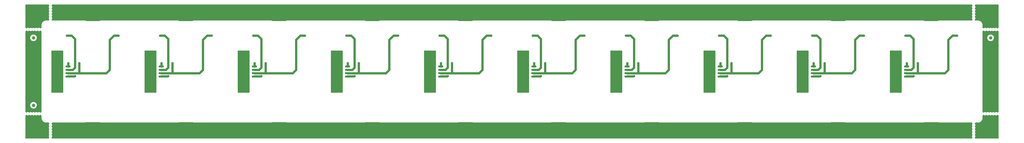
<source format=gtl>
G04 #@! TF.GenerationSoftware,KiCad,Pcbnew,6.0.2+dfsg-1*
G04 #@! TF.CreationDate,2023-03-16T21:42:12-06:00*
G04 #@! TF.ProjectId,ckt-dingdong-spk-array,636b742d-6469-46e6-9764-6f6e672d7370,rev?*
G04 #@! TF.SameCoordinates,Original*
G04 #@! TF.FileFunction,Copper,L1,Top*
G04 #@! TF.FilePolarity,Positive*
%FSLAX46Y46*%
G04 Gerber Fmt 4.6, Leading zero omitted, Abs format (unit mm)*
G04 Created by KiCad (PCBNEW 6.0.2+dfsg-1) date 2023-03-16 21:42:12*
%MOMM*%
%LPD*%
G01*
G04 APERTURE LIST*
G04 #@! TA.AperFunction,SMDPad,CuDef*
%ADD10C,1.000000*%
G04 #@! TD*
G04 #@! TA.AperFunction,ViaPad*
%ADD11C,0.609600*%
G04 #@! TD*
G04 #@! TA.AperFunction,Conductor*
%ADD12C,0.635000*%
G04 #@! TD*
G04 APERTURE END LIST*
G04 #@! TA.AperFunction,SMDPad,CuDef*
G36*
G01*
X210327000Y-38520000D02*
X211577000Y-38520000D01*
G75*
G02*
X211727000Y-38670000I0J-150000D01*
G01*
X211727000Y-38970000D01*
G75*
G02*
X211577000Y-39120000I-150000J0D01*
G01*
X210327000Y-39120000D01*
G75*
G02*
X210177000Y-38970000I0J150000D01*
G01*
X210177000Y-38670000D01*
G75*
G02*
X210327000Y-38520000I150000J0D01*
G01*
G37*
G04 #@! TD.AperFunction*
G04 #@! TA.AperFunction,SMDPad,CuDef*
G36*
G01*
X210327000Y-39520000D02*
X211577000Y-39520000D01*
G75*
G02*
X211727000Y-39670000I0J-150000D01*
G01*
X211727000Y-39970000D01*
G75*
G02*
X211577000Y-40120000I-150000J0D01*
G01*
X210327000Y-40120000D01*
G75*
G02*
X210177000Y-39970000I0J150000D01*
G01*
X210177000Y-39670000D01*
G75*
G02*
X210327000Y-39520000I150000J0D01*
G01*
G37*
G04 #@! TD.AperFunction*
G04 #@! TA.AperFunction,SMDPad,CuDef*
G36*
G01*
X210327000Y-40520000D02*
X211577000Y-40520000D01*
G75*
G02*
X211727000Y-40670000I0J-150000D01*
G01*
X211727000Y-40970000D01*
G75*
G02*
X211577000Y-41120000I-150000J0D01*
G01*
X210327000Y-41120000D01*
G75*
G02*
X210177000Y-40970000I0J150000D01*
G01*
X210177000Y-40670000D01*
G75*
G02*
X210327000Y-40520000I150000J0D01*
G01*
G37*
G04 #@! TD.AperFunction*
G04 #@! TA.AperFunction,SMDPad,CuDef*
G36*
G01*
X210327000Y-41520000D02*
X211577000Y-41520000D01*
G75*
G02*
X211727000Y-41670000I0J-150000D01*
G01*
X211727000Y-41970000D01*
G75*
G02*
X211577000Y-42120000I-150000J0D01*
G01*
X210327000Y-42120000D01*
G75*
G02*
X210177000Y-41970000I0J150000D01*
G01*
X210177000Y-41670000D01*
G75*
G02*
X210327000Y-41520000I150000J0D01*
G01*
G37*
G04 #@! TD.AperFunction*
G04 #@! TA.AperFunction,SMDPad,CuDef*
G36*
G01*
X206427000Y-42520000D02*
X207727000Y-42520000D01*
G75*
G02*
X207977000Y-42770000I0J-250000D01*
G01*
X207977000Y-43470000D01*
G75*
G02*
X207727000Y-43720000I-250000J0D01*
G01*
X206427000Y-43720000D01*
G75*
G02*
X206177000Y-43470000I0J250000D01*
G01*
X206177000Y-42770000D01*
G75*
G02*
X206427000Y-42520000I250000J0D01*
G01*
G37*
G04 #@! TD.AperFunction*
G04 #@! TA.AperFunction,SMDPad,CuDef*
G36*
G01*
X206427000Y-36920000D02*
X207727000Y-36920000D01*
G75*
G02*
X207977000Y-37170000I0J-250000D01*
G01*
X207977000Y-37870000D01*
G75*
G02*
X207727000Y-38120000I-250000J0D01*
G01*
X206427000Y-38120000D01*
G75*
G02*
X206177000Y-37870000I0J250000D01*
G01*
X206177000Y-37170000D01*
G75*
G02*
X206427000Y-36920000I250000J0D01*
G01*
G37*
G04 #@! TD.AperFunction*
G04 #@! TA.AperFunction,SMDPad,CuDef*
G36*
G01*
X14747000Y-38520000D02*
X15997000Y-38520000D01*
G75*
G02*
X16147000Y-38670000I0J-150000D01*
G01*
X16147000Y-38970000D01*
G75*
G02*
X15997000Y-39120000I-150000J0D01*
G01*
X14747000Y-39120000D01*
G75*
G02*
X14597000Y-38970000I0J150000D01*
G01*
X14597000Y-38670000D01*
G75*
G02*
X14747000Y-38520000I150000J0D01*
G01*
G37*
G04 #@! TD.AperFunction*
G04 #@! TA.AperFunction,SMDPad,CuDef*
G36*
G01*
X14747000Y-39520000D02*
X15997000Y-39520000D01*
G75*
G02*
X16147000Y-39670000I0J-150000D01*
G01*
X16147000Y-39970000D01*
G75*
G02*
X15997000Y-40120000I-150000J0D01*
G01*
X14747000Y-40120000D01*
G75*
G02*
X14597000Y-39970000I0J150000D01*
G01*
X14597000Y-39670000D01*
G75*
G02*
X14747000Y-39520000I150000J0D01*
G01*
G37*
G04 #@! TD.AperFunction*
G04 #@! TA.AperFunction,SMDPad,CuDef*
G36*
G01*
X14747000Y-40520000D02*
X15997000Y-40520000D01*
G75*
G02*
X16147000Y-40670000I0J-150000D01*
G01*
X16147000Y-40970000D01*
G75*
G02*
X15997000Y-41120000I-150000J0D01*
G01*
X14747000Y-41120000D01*
G75*
G02*
X14597000Y-40970000I0J150000D01*
G01*
X14597000Y-40670000D01*
G75*
G02*
X14747000Y-40520000I150000J0D01*
G01*
G37*
G04 #@! TD.AperFunction*
G04 #@! TA.AperFunction,SMDPad,CuDef*
G36*
G01*
X14747000Y-41520000D02*
X15997000Y-41520000D01*
G75*
G02*
X16147000Y-41670000I0J-150000D01*
G01*
X16147000Y-41970000D01*
G75*
G02*
X15997000Y-42120000I-150000J0D01*
G01*
X14747000Y-42120000D01*
G75*
G02*
X14597000Y-41970000I0J150000D01*
G01*
X14597000Y-41670000D01*
G75*
G02*
X14747000Y-41520000I150000J0D01*
G01*
G37*
G04 #@! TD.AperFunction*
G04 #@! TA.AperFunction,SMDPad,CuDef*
G36*
G01*
X10847000Y-36920000D02*
X12147000Y-36920000D01*
G75*
G02*
X12397000Y-37170000I0J-250000D01*
G01*
X12397000Y-37870000D01*
G75*
G02*
X12147000Y-38120000I-250000J0D01*
G01*
X10847000Y-38120000D01*
G75*
G02*
X10597000Y-37870000I0J250000D01*
G01*
X10597000Y-37170000D01*
G75*
G02*
X10847000Y-36920000I250000J0D01*
G01*
G37*
G04 #@! TD.AperFunction*
G04 #@! TA.AperFunction,SMDPad,CuDef*
G36*
G01*
X10847000Y-42520000D02*
X12147000Y-42520000D01*
G75*
G02*
X12397000Y-42770000I0J-250000D01*
G01*
X12397000Y-43470000D01*
G75*
G02*
X12147000Y-43720000I-250000J0D01*
G01*
X10847000Y-43720000D01*
G75*
G02*
X10597000Y-43470000I0J250000D01*
G01*
X10597000Y-42770000D01*
G75*
G02*
X10847000Y-42520000I250000J0D01*
G01*
G37*
G04 #@! TD.AperFunction*
G04 #@! TA.AperFunction,SMDPad,CuDef*
G36*
G01*
X126507000Y-38520000D02*
X127757000Y-38520000D01*
G75*
G02*
X127907000Y-38670000I0J-150000D01*
G01*
X127907000Y-38970000D01*
G75*
G02*
X127757000Y-39120000I-150000J0D01*
G01*
X126507000Y-39120000D01*
G75*
G02*
X126357000Y-38970000I0J150000D01*
G01*
X126357000Y-38670000D01*
G75*
G02*
X126507000Y-38520000I150000J0D01*
G01*
G37*
G04 #@! TD.AperFunction*
G04 #@! TA.AperFunction,SMDPad,CuDef*
G36*
G01*
X126507000Y-39520000D02*
X127757000Y-39520000D01*
G75*
G02*
X127907000Y-39670000I0J-150000D01*
G01*
X127907000Y-39970000D01*
G75*
G02*
X127757000Y-40120000I-150000J0D01*
G01*
X126507000Y-40120000D01*
G75*
G02*
X126357000Y-39970000I0J150000D01*
G01*
X126357000Y-39670000D01*
G75*
G02*
X126507000Y-39520000I150000J0D01*
G01*
G37*
G04 #@! TD.AperFunction*
G04 #@! TA.AperFunction,SMDPad,CuDef*
G36*
G01*
X126507000Y-40520000D02*
X127757000Y-40520000D01*
G75*
G02*
X127907000Y-40670000I0J-150000D01*
G01*
X127907000Y-40970000D01*
G75*
G02*
X127757000Y-41120000I-150000J0D01*
G01*
X126507000Y-41120000D01*
G75*
G02*
X126357000Y-40970000I0J150000D01*
G01*
X126357000Y-40670000D01*
G75*
G02*
X126507000Y-40520000I150000J0D01*
G01*
G37*
G04 #@! TD.AperFunction*
G04 #@! TA.AperFunction,SMDPad,CuDef*
G36*
G01*
X126507000Y-41520000D02*
X127757000Y-41520000D01*
G75*
G02*
X127907000Y-41670000I0J-150000D01*
G01*
X127907000Y-41970000D01*
G75*
G02*
X127757000Y-42120000I-150000J0D01*
G01*
X126507000Y-42120000D01*
G75*
G02*
X126357000Y-41970000I0J150000D01*
G01*
X126357000Y-41670000D01*
G75*
G02*
X126507000Y-41520000I150000J0D01*
G01*
G37*
G04 #@! TD.AperFunction*
G04 #@! TA.AperFunction,SMDPad,CuDef*
G36*
G01*
X122607000Y-36920000D02*
X123907000Y-36920000D01*
G75*
G02*
X124157000Y-37170000I0J-250000D01*
G01*
X124157000Y-37870000D01*
G75*
G02*
X123907000Y-38120000I-250000J0D01*
G01*
X122607000Y-38120000D01*
G75*
G02*
X122357000Y-37870000I0J250000D01*
G01*
X122357000Y-37170000D01*
G75*
G02*
X122607000Y-36920000I250000J0D01*
G01*
G37*
G04 #@! TD.AperFunction*
G04 #@! TA.AperFunction,SMDPad,CuDef*
G36*
G01*
X122607000Y-42520000D02*
X123907000Y-42520000D01*
G75*
G02*
X124157000Y-42770000I0J-250000D01*
G01*
X124157000Y-43470000D01*
G75*
G02*
X123907000Y-43720000I-250000J0D01*
G01*
X122607000Y-43720000D01*
G75*
G02*
X122357000Y-43470000I0J250000D01*
G01*
X122357000Y-42770000D01*
G75*
G02*
X122607000Y-42520000I250000J0D01*
G01*
G37*
G04 #@! TD.AperFunction*
G04 #@! TA.AperFunction,SMDPad,CuDef*
G36*
G01*
X266207000Y-38520000D02*
X267457000Y-38520000D01*
G75*
G02*
X267607000Y-38670000I0J-150000D01*
G01*
X267607000Y-38970000D01*
G75*
G02*
X267457000Y-39120000I-150000J0D01*
G01*
X266207000Y-39120000D01*
G75*
G02*
X266057000Y-38970000I0J150000D01*
G01*
X266057000Y-38670000D01*
G75*
G02*
X266207000Y-38520000I150000J0D01*
G01*
G37*
G04 #@! TD.AperFunction*
G04 #@! TA.AperFunction,SMDPad,CuDef*
G36*
G01*
X266207000Y-39520000D02*
X267457000Y-39520000D01*
G75*
G02*
X267607000Y-39670000I0J-150000D01*
G01*
X267607000Y-39970000D01*
G75*
G02*
X267457000Y-40120000I-150000J0D01*
G01*
X266207000Y-40120000D01*
G75*
G02*
X266057000Y-39970000I0J150000D01*
G01*
X266057000Y-39670000D01*
G75*
G02*
X266207000Y-39520000I150000J0D01*
G01*
G37*
G04 #@! TD.AperFunction*
G04 #@! TA.AperFunction,SMDPad,CuDef*
G36*
G01*
X266207000Y-40520000D02*
X267457000Y-40520000D01*
G75*
G02*
X267607000Y-40670000I0J-150000D01*
G01*
X267607000Y-40970000D01*
G75*
G02*
X267457000Y-41120000I-150000J0D01*
G01*
X266207000Y-41120000D01*
G75*
G02*
X266057000Y-40970000I0J150000D01*
G01*
X266057000Y-40670000D01*
G75*
G02*
X266207000Y-40520000I150000J0D01*
G01*
G37*
G04 #@! TD.AperFunction*
G04 #@! TA.AperFunction,SMDPad,CuDef*
G36*
G01*
X266207000Y-41520000D02*
X267457000Y-41520000D01*
G75*
G02*
X267607000Y-41670000I0J-150000D01*
G01*
X267607000Y-41970000D01*
G75*
G02*
X267457000Y-42120000I-150000J0D01*
G01*
X266207000Y-42120000D01*
G75*
G02*
X266057000Y-41970000I0J150000D01*
G01*
X266057000Y-41670000D01*
G75*
G02*
X266207000Y-41520000I150000J0D01*
G01*
G37*
G04 #@! TD.AperFunction*
G04 #@! TA.AperFunction,SMDPad,CuDef*
G36*
G01*
X262307000Y-36920000D02*
X263607000Y-36920000D01*
G75*
G02*
X263857000Y-37170000I0J-250000D01*
G01*
X263857000Y-37870000D01*
G75*
G02*
X263607000Y-38120000I-250000J0D01*
G01*
X262307000Y-38120000D01*
G75*
G02*
X262057000Y-37870000I0J250000D01*
G01*
X262057000Y-37170000D01*
G75*
G02*
X262307000Y-36920000I250000J0D01*
G01*
G37*
G04 #@! TD.AperFunction*
G04 #@! TA.AperFunction,SMDPad,CuDef*
G36*
G01*
X262307000Y-42520000D02*
X263607000Y-42520000D01*
G75*
G02*
X263857000Y-42770000I0J-250000D01*
G01*
X263857000Y-43470000D01*
G75*
G02*
X263607000Y-43720000I-250000J0D01*
G01*
X262307000Y-43720000D01*
G75*
G02*
X262057000Y-43470000I0J250000D01*
G01*
X262057000Y-42770000D01*
G75*
G02*
X262307000Y-42520000I250000J0D01*
G01*
G37*
G04 #@! TD.AperFunction*
G04 #@! TA.AperFunction,SMDPad,CuDef*
G36*
G01*
X98567000Y-38520000D02*
X99817000Y-38520000D01*
G75*
G02*
X99967000Y-38670000I0J-150000D01*
G01*
X99967000Y-38970000D01*
G75*
G02*
X99817000Y-39120000I-150000J0D01*
G01*
X98567000Y-39120000D01*
G75*
G02*
X98417000Y-38970000I0J150000D01*
G01*
X98417000Y-38670000D01*
G75*
G02*
X98567000Y-38520000I150000J0D01*
G01*
G37*
G04 #@! TD.AperFunction*
G04 #@! TA.AperFunction,SMDPad,CuDef*
G36*
G01*
X98567000Y-39520000D02*
X99817000Y-39520000D01*
G75*
G02*
X99967000Y-39670000I0J-150000D01*
G01*
X99967000Y-39970000D01*
G75*
G02*
X99817000Y-40120000I-150000J0D01*
G01*
X98567000Y-40120000D01*
G75*
G02*
X98417000Y-39970000I0J150000D01*
G01*
X98417000Y-39670000D01*
G75*
G02*
X98567000Y-39520000I150000J0D01*
G01*
G37*
G04 #@! TD.AperFunction*
G04 #@! TA.AperFunction,SMDPad,CuDef*
G36*
G01*
X98567000Y-40520000D02*
X99817000Y-40520000D01*
G75*
G02*
X99967000Y-40670000I0J-150000D01*
G01*
X99967000Y-40970000D01*
G75*
G02*
X99817000Y-41120000I-150000J0D01*
G01*
X98567000Y-41120000D01*
G75*
G02*
X98417000Y-40970000I0J150000D01*
G01*
X98417000Y-40670000D01*
G75*
G02*
X98567000Y-40520000I150000J0D01*
G01*
G37*
G04 #@! TD.AperFunction*
G04 #@! TA.AperFunction,SMDPad,CuDef*
G36*
G01*
X98567000Y-41520000D02*
X99817000Y-41520000D01*
G75*
G02*
X99967000Y-41670000I0J-150000D01*
G01*
X99967000Y-41970000D01*
G75*
G02*
X99817000Y-42120000I-150000J0D01*
G01*
X98567000Y-42120000D01*
G75*
G02*
X98417000Y-41970000I0J150000D01*
G01*
X98417000Y-41670000D01*
G75*
G02*
X98567000Y-41520000I150000J0D01*
G01*
G37*
G04 #@! TD.AperFunction*
G04 #@! TA.AperFunction,SMDPad,CuDef*
G36*
G01*
X94667000Y-36920000D02*
X95967000Y-36920000D01*
G75*
G02*
X96217000Y-37170000I0J-250000D01*
G01*
X96217000Y-37870000D01*
G75*
G02*
X95967000Y-38120000I-250000J0D01*
G01*
X94667000Y-38120000D01*
G75*
G02*
X94417000Y-37870000I0J250000D01*
G01*
X94417000Y-37170000D01*
G75*
G02*
X94667000Y-36920000I250000J0D01*
G01*
G37*
G04 #@! TD.AperFunction*
G04 #@! TA.AperFunction,SMDPad,CuDef*
G36*
G01*
X94667000Y-42520000D02*
X95967000Y-42520000D01*
G75*
G02*
X96217000Y-42770000I0J-250000D01*
G01*
X96217000Y-43470000D01*
G75*
G02*
X95967000Y-43720000I-250000J0D01*
G01*
X94667000Y-43720000D01*
G75*
G02*
X94417000Y-43470000I0J250000D01*
G01*
X94417000Y-42770000D01*
G75*
G02*
X94667000Y-42520000I250000J0D01*
G01*
G37*
G04 #@! TD.AperFunction*
G04 #@! TA.AperFunction,SMDPad,CuDef*
G36*
G01*
X238267000Y-38520000D02*
X239517000Y-38520000D01*
G75*
G02*
X239667000Y-38670000I0J-150000D01*
G01*
X239667000Y-38970000D01*
G75*
G02*
X239517000Y-39120000I-150000J0D01*
G01*
X238267000Y-39120000D01*
G75*
G02*
X238117000Y-38970000I0J150000D01*
G01*
X238117000Y-38670000D01*
G75*
G02*
X238267000Y-38520000I150000J0D01*
G01*
G37*
G04 #@! TD.AperFunction*
G04 #@! TA.AperFunction,SMDPad,CuDef*
G36*
G01*
X238267000Y-39520000D02*
X239517000Y-39520000D01*
G75*
G02*
X239667000Y-39670000I0J-150000D01*
G01*
X239667000Y-39970000D01*
G75*
G02*
X239517000Y-40120000I-150000J0D01*
G01*
X238267000Y-40120000D01*
G75*
G02*
X238117000Y-39970000I0J150000D01*
G01*
X238117000Y-39670000D01*
G75*
G02*
X238267000Y-39520000I150000J0D01*
G01*
G37*
G04 #@! TD.AperFunction*
G04 #@! TA.AperFunction,SMDPad,CuDef*
G36*
G01*
X238267000Y-40520000D02*
X239517000Y-40520000D01*
G75*
G02*
X239667000Y-40670000I0J-150000D01*
G01*
X239667000Y-40970000D01*
G75*
G02*
X239517000Y-41120000I-150000J0D01*
G01*
X238267000Y-41120000D01*
G75*
G02*
X238117000Y-40970000I0J150000D01*
G01*
X238117000Y-40670000D01*
G75*
G02*
X238267000Y-40520000I150000J0D01*
G01*
G37*
G04 #@! TD.AperFunction*
G04 #@! TA.AperFunction,SMDPad,CuDef*
G36*
G01*
X238267000Y-41520000D02*
X239517000Y-41520000D01*
G75*
G02*
X239667000Y-41670000I0J-150000D01*
G01*
X239667000Y-41970000D01*
G75*
G02*
X239517000Y-42120000I-150000J0D01*
G01*
X238267000Y-42120000D01*
G75*
G02*
X238117000Y-41970000I0J150000D01*
G01*
X238117000Y-41670000D01*
G75*
G02*
X238267000Y-41520000I150000J0D01*
G01*
G37*
G04 #@! TD.AperFunction*
G04 #@! TA.AperFunction,SMDPad,CuDef*
G36*
G01*
X234367000Y-36920000D02*
X235667000Y-36920000D01*
G75*
G02*
X235917000Y-37170000I0J-250000D01*
G01*
X235917000Y-37870000D01*
G75*
G02*
X235667000Y-38120000I-250000J0D01*
G01*
X234367000Y-38120000D01*
G75*
G02*
X234117000Y-37870000I0J250000D01*
G01*
X234117000Y-37170000D01*
G75*
G02*
X234367000Y-36920000I250000J0D01*
G01*
G37*
G04 #@! TD.AperFunction*
G04 #@! TA.AperFunction,SMDPad,CuDef*
G36*
G01*
X234367000Y-42520000D02*
X235667000Y-42520000D01*
G75*
G02*
X235917000Y-42770000I0J-250000D01*
G01*
X235917000Y-43470000D01*
G75*
G02*
X235667000Y-43720000I-250000J0D01*
G01*
X234367000Y-43720000D01*
G75*
G02*
X234117000Y-43470000I0J250000D01*
G01*
X234117000Y-42770000D01*
G75*
G02*
X234367000Y-42520000I250000J0D01*
G01*
G37*
G04 #@! TD.AperFunction*
D10*
X292010000Y-30160000D03*
G04 #@! TA.AperFunction,SMDPad,CuDef*
G36*
G01*
X182387000Y-38520000D02*
X183637000Y-38520000D01*
G75*
G02*
X183787000Y-38670000I0J-150000D01*
G01*
X183787000Y-38970000D01*
G75*
G02*
X183637000Y-39120000I-150000J0D01*
G01*
X182387000Y-39120000D01*
G75*
G02*
X182237000Y-38970000I0J150000D01*
G01*
X182237000Y-38670000D01*
G75*
G02*
X182387000Y-38520000I150000J0D01*
G01*
G37*
G04 #@! TD.AperFunction*
G04 #@! TA.AperFunction,SMDPad,CuDef*
G36*
G01*
X182387000Y-39520000D02*
X183637000Y-39520000D01*
G75*
G02*
X183787000Y-39670000I0J-150000D01*
G01*
X183787000Y-39970000D01*
G75*
G02*
X183637000Y-40120000I-150000J0D01*
G01*
X182387000Y-40120000D01*
G75*
G02*
X182237000Y-39970000I0J150000D01*
G01*
X182237000Y-39670000D01*
G75*
G02*
X182387000Y-39520000I150000J0D01*
G01*
G37*
G04 #@! TD.AperFunction*
G04 #@! TA.AperFunction,SMDPad,CuDef*
G36*
G01*
X182387000Y-40520000D02*
X183637000Y-40520000D01*
G75*
G02*
X183787000Y-40670000I0J-150000D01*
G01*
X183787000Y-40970000D01*
G75*
G02*
X183637000Y-41120000I-150000J0D01*
G01*
X182387000Y-41120000D01*
G75*
G02*
X182237000Y-40970000I0J150000D01*
G01*
X182237000Y-40670000D01*
G75*
G02*
X182387000Y-40520000I150000J0D01*
G01*
G37*
G04 #@! TD.AperFunction*
G04 #@! TA.AperFunction,SMDPad,CuDef*
G36*
G01*
X182387000Y-41520000D02*
X183637000Y-41520000D01*
G75*
G02*
X183787000Y-41670000I0J-150000D01*
G01*
X183787000Y-41970000D01*
G75*
G02*
X183637000Y-42120000I-150000J0D01*
G01*
X182387000Y-42120000D01*
G75*
G02*
X182237000Y-41970000I0J150000D01*
G01*
X182237000Y-41670000D01*
G75*
G02*
X182387000Y-41520000I150000J0D01*
G01*
G37*
G04 #@! TD.AperFunction*
G04 #@! TA.AperFunction,SMDPad,CuDef*
G36*
G01*
X178487000Y-36920000D02*
X179787000Y-36920000D01*
G75*
G02*
X180037000Y-37170000I0J-250000D01*
G01*
X180037000Y-37870000D01*
G75*
G02*
X179787000Y-38120000I-250000J0D01*
G01*
X178487000Y-38120000D01*
G75*
G02*
X178237000Y-37870000I0J250000D01*
G01*
X178237000Y-37170000D01*
G75*
G02*
X178487000Y-36920000I250000J0D01*
G01*
G37*
G04 #@! TD.AperFunction*
G04 #@! TA.AperFunction,SMDPad,CuDef*
G36*
G01*
X178487000Y-42520000D02*
X179787000Y-42520000D01*
G75*
G02*
X180037000Y-42770000I0J-250000D01*
G01*
X180037000Y-43470000D01*
G75*
G02*
X179787000Y-43720000I-250000J0D01*
G01*
X178487000Y-43720000D01*
G75*
G02*
X178237000Y-43470000I0J250000D01*
G01*
X178237000Y-42770000D01*
G75*
G02*
X178487000Y-42520000I250000J0D01*
G01*
G37*
G04 #@! TD.AperFunction*
G04 #@! TA.AperFunction,SMDPad,CuDef*
G36*
G01*
X154447000Y-38520000D02*
X155697000Y-38520000D01*
G75*
G02*
X155847000Y-38670000I0J-150000D01*
G01*
X155847000Y-38970000D01*
G75*
G02*
X155697000Y-39120000I-150000J0D01*
G01*
X154447000Y-39120000D01*
G75*
G02*
X154297000Y-38970000I0J150000D01*
G01*
X154297000Y-38670000D01*
G75*
G02*
X154447000Y-38520000I150000J0D01*
G01*
G37*
G04 #@! TD.AperFunction*
G04 #@! TA.AperFunction,SMDPad,CuDef*
G36*
G01*
X154447000Y-39520000D02*
X155697000Y-39520000D01*
G75*
G02*
X155847000Y-39670000I0J-150000D01*
G01*
X155847000Y-39970000D01*
G75*
G02*
X155697000Y-40120000I-150000J0D01*
G01*
X154447000Y-40120000D01*
G75*
G02*
X154297000Y-39970000I0J150000D01*
G01*
X154297000Y-39670000D01*
G75*
G02*
X154447000Y-39520000I150000J0D01*
G01*
G37*
G04 #@! TD.AperFunction*
G04 #@! TA.AperFunction,SMDPad,CuDef*
G36*
G01*
X154447000Y-40520000D02*
X155697000Y-40520000D01*
G75*
G02*
X155847000Y-40670000I0J-150000D01*
G01*
X155847000Y-40970000D01*
G75*
G02*
X155697000Y-41120000I-150000J0D01*
G01*
X154447000Y-41120000D01*
G75*
G02*
X154297000Y-40970000I0J150000D01*
G01*
X154297000Y-40670000D01*
G75*
G02*
X154447000Y-40520000I150000J0D01*
G01*
G37*
G04 #@! TD.AperFunction*
G04 #@! TA.AperFunction,SMDPad,CuDef*
G36*
G01*
X154447000Y-41520000D02*
X155697000Y-41520000D01*
G75*
G02*
X155847000Y-41670000I0J-150000D01*
G01*
X155847000Y-41970000D01*
G75*
G02*
X155697000Y-42120000I-150000J0D01*
G01*
X154447000Y-42120000D01*
G75*
G02*
X154297000Y-41970000I0J150000D01*
G01*
X154297000Y-41670000D01*
G75*
G02*
X154447000Y-41520000I150000J0D01*
G01*
G37*
G04 #@! TD.AperFunction*
G04 #@! TA.AperFunction,SMDPad,CuDef*
G36*
G01*
X150547000Y-42520000D02*
X151847000Y-42520000D01*
G75*
G02*
X152097000Y-42770000I0J-250000D01*
G01*
X152097000Y-43470000D01*
G75*
G02*
X151847000Y-43720000I-250000J0D01*
G01*
X150547000Y-43720000D01*
G75*
G02*
X150297000Y-43470000I0J250000D01*
G01*
X150297000Y-42770000D01*
G75*
G02*
X150547000Y-42520000I250000J0D01*
G01*
G37*
G04 #@! TD.AperFunction*
G04 #@! TA.AperFunction,SMDPad,CuDef*
G36*
G01*
X150547000Y-36920000D02*
X151847000Y-36920000D01*
G75*
G02*
X152097000Y-37170000I0J-250000D01*
G01*
X152097000Y-37870000D01*
G75*
G02*
X151847000Y-38120000I-250000J0D01*
G01*
X150547000Y-38120000D01*
G75*
G02*
X150297000Y-37870000I0J250000D01*
G01*
X150297000Y-37170000D01*
G75*
G02*
X150547000Y-36920000I250000J0D01*
G01*
G37*
G04 #@! TD.AperFunction*
X4990000Y-50480000D03*
G04 #@! TA.AperFunction,SMDPad,CuDef*
G36*
G01*
X70627000Y-38520000D02*
X71877000Y-38520000D01*
G75*
G02*
X72027000Y-38670000I0J-150000D01*
G01*
X72027000Y-38970000D01*
G75*
G02*
X71877000Y-39120000I-150000J0D01*
G01*
X70627000Y-39120000D01*
G75*
G02*
X70477000Y-38970000I0J150000D01*
G01*
X70477000Y-38670000D01*
G75*
G02*
X70627000Y-38520000I150000J0D01*
G01*
G37*
G04 #@! TD.AperFunction*
G04 #@! TA.AperFunction,SMDPad,CuDef*
G36*
G01*
X70627000Y-39520000D02*
X71877000Y-39520000D01*
G75*
G02*
X72027000Y-39670000I0J-150000D01*
G01*
X72027000Y-39970000D01*
G75*
G02*
X71877000Y-40120000I-150000J0D01*
G01*
X70627000Y-40120000D01*
G75*
G02*
X70477000Y-39970000I0J150000D01*
G01*
X70477000Y-39670000D01*
G75*
G02*
X70627000Y-39520000I150000J0D01*
G01*
G37*
G04 #@! TD.AperFunction*
G04 #@! TA.AperFunction,SMDPad,CuDef*
G36*
G01*
X70627000Y-40520000D02*
X71877000Y-40520000D01*
G75*
G02*
X72027000Y-40670000I0J-150000D01*
G01*
X72027000Y-40970000D01*
G75*
G02*
X71877000Y-41120000I-150000J0D01*
G01*
X70627000Y-41120000D01*
G75*
G02*
X70477000Y-40970000I0J150000D01*
G01*
X70477000Y-40670000D01*
G75*
G02*
X70627000Y-40520000I150000J0D01*
G01*
G37*
G04 #@! TD.AperFunction*
G04 #@! TA.AperFunction,SMDPad,CuDef*
G36*
G01*
X70627000Y-41520000D02*
X71877000Y-41520000D01*
G75*
G02*
X72027000Y-41670000I0J-150000D01*
G01*
X72027000Y-41970000D01*
G75*
G02*
X71877000Y-42120000I-150000J0D01*
G01*
X70627000Y-42120000D01*
G75*
G02*
X70477000Y-41970000I0J150000D01*
G01*
X70477000Y-41670000D01*
G75*
G02*
X70627000Y-41520000I150000J0D01*
G01*
G37*
G04 #@! TD.AperFunction*
G04 #@! TA.AperFunction,SMDPad,CuDef*
G36*
G01*
X66727000Y-42520000D02*
X68027000Y-42520000D01*
G75*
G02*
X68277000Y-42770000I0J-250000D01*
G01*
X68277000Y-43470000D01*
G75*
G02*
X68027000Y-43720000I-250000J0D01*
G01*
X66727000Y-43720000D01*
G75*
G02*
X66477000Y-43470000I0J250000D01*
G01*
X66477000Y-42770000D01*
G75*
G02*
X66727000Y-42520000I250000J0D01*
G01*
G37*
G04 #@! TD.AperFunction*
G04 #@! TA.AperFunction,SMDPad,CuDef*
G36*
G01*
X66727000Y-36920000D02*
X68027000Y-36920000D01*
G75*
G02*
X68277000Y-37170000I0J-250000D01*
G01*
X68277000Y-37870000D01*
G75*
G02*
X68027000Y-38120000I-250000J0D01*
G01*
X66727000Y-38120000D01*
G75*
G02*
X66477000Y-37870000I0J250000D01*
G01*
X66477000Y-37170000D01*
G75*
G02*
X66727000Y-36920000I250000J0D01*
G01*
G37*
G04 #@! TD.AperFunction*
G04 #@! TA.AperFunction,SMDPad,CuDef*
G36*
G01*
X42687000Y-38520000D02*
X43937000Y-38520000D01*
G75*
G02*
X44087000Y-38670000I0J-150000D01*
G01*
X44087000Y-38970000D01*
G75*
G02*
X43937000Y-39120000I-150000J0D01*
G01*
X42687000Y-39120000D01*
G75*
G02*
X42537000Y-38970000I0J150000D01*
G01*
X42537000Y-38670000D01*
G75*
G02*
X42687000Y-38520000I150000J0D01*
G01*
G37*
G04 #@! TD.AperFunction*
G04 #@! TA.AperFunction,SMDPad,CuDef*
G36*
G01*
X42687000Y-39520000D02*
X43937000Y-39520000D01*
G75*
G02*
X44087000Y-39670000I0J-150000D01*
G01*
X44087000Y-39970000D01*
G75*
G02*
X43937000Y-40120000I-150000J0D01*
G01*
X42687000Y-40120000D01*
G75*
G02*
X42537000Y-39970000I0J150000D01*
G01*
X42537000Y-39670000D01*
G75*
G02*
X42687000Y-39520000I150000J0D01*
G01*
G37*
G04 #@! TD.AperFunction*
G04 #@! TA.AperFunction,SMDPad,CuDef*
G36*
G01*
X42687000Y-40520000D02*
X43937000Y-40520000D01*
G75*
G02*
X44087000Y-40670000I0J-150000D01*
G01*
X44087000Y-40970000D01*
G75*
G02*
X43937000Y-41120000I-150000J0D01*
G01*
X42687000Y-41120000D01*
G75*
G02*
X42537000Y-40970000I0J150000D01*
G01*
X42537000Y-40670000D01*
G75*
G02*
X42687000Y-40520000I150000J0D01*
G01*
G37*
G04 #@! TD.AperFunction*
G04 #@! TA.AperFunction,SMDPad,CuDef*
G36*
G01*
X42687000Y-41520000D02*
X43937000Y-41520000D01*
G75*
G02*
X44087000Y-41670000I0J-150000D01*
G01*
X44087000Y-41970000D01*
G75*
G02*
X43937000Y-42120000I-150000J0D01*
G01*
X42687000Y-42120000D01*
G75*
G02*
X42537000Y-41970000I0J150000D01*
G01*
X42537000Y-41670000D01*
G75*
G02*
X42687000Y-41520000I150000J0D01*
G01*
G37*
G04 #@! TD.AperFunction*
G04 #@! TA.AperFunction,SMDPad,CuDef*
G36*
G01*
X38787000Y-36920000D02*
X40087000Y-36920000D01*
G75*
G02*
X40337000Y-37170000I0J-250000D01*
G01*
X40337000Y-37870000D01*
G75*
G02*
X40087000Y-38120000I-250000J0D01*
G01*
X38787000Y-38120000D01*
G75*
G02*
X38537000Y-37870000I0J250000D01*
G01*
X38537000Y-37170000D01*
G75*
G02*
X38787000Y-36920000I250000J0D01*
G01*
G37*
G04 #@! TD.AperFunction*
G04 #@! TA.AperFunction,SMDPad,CuDef*
G36*
G01*
X38787000Y-42520000D02*
X40087000Y-42520000D01*
G75*
G02*
X40337000Y-42770000I0J-250000D01*
G01*
X40337000Y-43470000D01*
G75*
G02*
X40087000Y-43720000I-250000J0D01*
G01*
X38787000Y-43720000D01*
G75*
G02*
X38537000Y-43470000I0J250000D01*
G01*
X38537000Y-42770000D01*
G75*
G02*
X38787000Y-42520000I250000J0D01*
G01*
G37*
G04 #@! TD.AperFunction*
X4990000Y-30160000D03*
D11*
X18706000Y-37780000D03*
X30517000Y-29525000D03*
X15404000Y-37780000D03*
X15023000Y-29525000D03*
X17436000Y-39177000D03*
X17436000Y-41717000D03*
X46646000Y-37780000D03*
X58457000Y-29525000D03*
X43344000Y-37780000D03*
X42963000Y-29525000D03*
X45376000Y-39177000D03*
X45376000Y-41717000D03*
X74586000Y-37780000D03*
X86397000Y-29525000D03*
X71284000Y-37780000D03*
X70903000Y-29525000D03*
X73316000Y-39177000D03*
X73316000Y-41717000D03*
X102526000Y-37780000D03*
X114337000Y-29525000D03*
X99224000Y-37780000D03*
X98843000Y-29525000D03*
X101256000Y-39177000D03*
X101256000Y-41717000D03*
X130466000Y-37780000D03*
X142277000Y-29525000D03*
X127164000Y-37780000D03*
X126783000Y-29525000D03*
X129196000Y-39177000D03*
X129196000Y-41717000D03*
X158406000Y-37780000D03*
X170217000Y-29525000D03*
X155104000Y-37780000D03*
X154723000Y-29525000D03*
X157136000Y-39177000D03*
X157136000Y-41717000D03*
X186346000Y-37780000D03*
X198157000Y-29525000D03*
X183044000Y-37780000D03*
X182663000Y-29525000D03*
X185076000Y-39177000D03*
X185076000Y-41717000D03*
X214286000Y-37780000D03*
X226097000Y-29525000D03*
X210984000Y-37780000D03*
X210603000Y-29525000D03*
X213016000Y-39177000D03*
X213016000Y-41717000D03*
X242226000Y-37780000D03*
X254037000Y-29525000D03*
X238924000Y-37780000D03*
X238543000Y-29525000D03*
X240956000Y-39177000D03*
X240956000Y-41717000D03*
X270166000Y-37780000D03*
X281977000Y-29525000D03*
X266864000Y-37780000D03*
X266483000Y-29525000D03*
X268896000Y-39177000D03*
X268896000Y-41717000D03*
D12*
X27850000Y-39812000D02*
X27850000Y-30795000D01*
X18706000Y-40701000D02*
X18825000Y-40820000D01*
X18825000Y-40820000D02*
X18714000Y-40820000D01*
X18714000Y-40820000D02*
X15372000Y-40820000D01*
X27850000Y-30795000D02*
X29120000Y-29525000D01*
X29120000Y-29525000D02*
X30517000Y-29525000D01*
X27850000Y-39812000D02*
X26842000Y-40820000D01*
X15404000Y-37780000D02*
X15404000Y-38788000D01*
X18706000Y-37780000D02*
X18706000Y-40701000D01*
X26842000Y-40820000D02*
X18825000Y-40820000D01*
X17436000Y-39177000D02*
X16793000Y-39820000D01*
X17436000Y-30541000D02*
X17436000Y-39177000D01*
X15372000Y-41820000D02*
X17333000Y-41820000D01*
X16420000Y-29525000D02*
X17436000Y-30541000D01*
X17333000Y-41820000D02*
X17436000Y-41717000D01*
X16793000Y-39820000D02*
X15372000Y-39820000D01*
X15023000Y-29525000D02*
X16420000Y-29525000D01*
X55790000Y-39812000D02*
X55790000Y-30795000D01*
X46646000Y-40701000D02*
X46765000Y-40820000D01*
X46765000Y-40820000D02*
X46654000Y-40820000D01*
X46654000Y-40820000D02*
X43312000Y-40820000D01*
X55790000Y-30795000D02*
X57060000Y-29525000D01*
X57060000Y-29525000D02*
X58457000Y-29525000D01*
X55790000Y-39812000D02*
X54782000Y-40820000D01*
X43344000Y-37780000D02*
X43344000Y-38788000D01*
X46646000Y-37780000D02*
X46646000Y-40701000D01*
X54782000Y-40820000D02*
X46765000Y-40820000D01*
X45376000Y-39177000D02*
X44733000Y-39820000D01*
X45376000Y-30541000D02*
X45376000Y-39177000D01*
X43312000Y-41820000D02*
X45273000Y-41820000D01*
X44360000Y-29525000D02*
X45376000Y-30541000D01*
X45273000Y-41820000D02*
X45376000Y-41717000D01*
X44733000Y-39820000D02*
X43312000Y-39820000D01*
X42963000Y-29525000D02*
X44360000Y-29525000D01*
X83730000Y-39812000D02*
X83730000Y-30795000D01*
X74586000Y-40701000D02*
X74705000Y-40820000D01*
X74705000Y-40820000D02*
X74594000Y-40820000D01*
X74594000Y-40820000D02*
X71252000Y-40820000D01*
X83730000Y-30795000D02*
X85000000Y-29525000D01*
X85000000Y-29525000D02*
X86397000Y-29525000D01*
X83730000Y-39812000D02*
X82722000Y-40820000D01*
X71284000Y-37780000D02*
X71284000Y-38788000D01*
X74586000Y-37780000D02*
X74586000Y-40701000D01*
X82722000Y-40820000D02*
X74705000Y-40820000D01*
X73316000Y-39177000D02*
X72673000Y-39820000D01*
X73316000Y-30541000D02*
X73316000Y-39177000D01*
X71252000Y-41820000D02*
X73213000Y-41820000D01*
X72300000Y-29525000D02*
X73316000Y-30541000D01*
X73213000Y-41820000D02*
X73316000Y-41717000D01*
X72673000Y-39820000D02*
X71252000Y-39820000D01*
X70903000Y-29525000D02*
X72300000Y-29525000D01*
X111670000Y-39812000D02*
X111670000Y-30795000D01*
X102526000Y-40701000D02*
X102645000Y-40820000D01*
X102645000Y-40820000D02*
X102534000Y-40820000D01*
X102534000Y-40820000D02*
X99192000Y-40820000D01*
X111670000Y-30795000D02*
X112940000Y-29525000D01*
X112940000Y-29525000D02*
X114337000Y-29525000D01*
X111670000Y-39812000D02*
X110662000Y-40820000D01*
X99224000Y-37780000D02*
X99224000Y-38788000D01*
X102526000Y-37780000D02*
X102526000Y-40701000D01*
X110662000Y-40820000D02*
X102645000Y-40820000D01*
X101256000Y-39177000D02*
X100613000Y-39820000D01*
X101256000Y-30541000D02*
X101256000Y-39177000D01*
X99192000Y-41820000D02*
X101153000Y-41820000D01*
X100240000Y-29525000D02*
X101256000Y-30541000D01*
X101153000Y-41820000D02*
X101256000Y-41717000D01*
X100613000Y-39820000D02*
X99192000Y-39820000D01*
X98843000Y-29525000D02*
X100240000Y-29525000D01*
X139610000Y-39812000D02*
X139610000Y-30795000D01*
X130466000Y-40701000D02*
X130585000Y-40820000D01*
X130585000Y-40820000D02*
X130474000Y-40820000D01*
X130474000Y-40820000D02*
X127132000Y-40820000D01*
X139610000Y-30795000D02*
X140880000Y-29525000D01*
X140880000Y-29525000D02*
X142277000Y-29525000D01*
X139610000Y-39812000D02*
X138602000Y-40820000D01*
X127164000Y-37780000D02*
X127164000Y-38788000D01*
X130466000Y-37780000D02*
X130466000Y-40701000D01*
X138602000Y-40820000D02*
X130585000Y-40820000D01*
X129196000Y-39177000D02*
X128553000Y-39820000D01*
X129196000Y-30541000D02*
X129196000Y-39177000D01*
X127132000Y-41820000D02*
X129093000Y-41820000D01*
X128180000Y-29525000D02*
X129196000Y-30541000D01*
X129093000Y-41820000D02*
X129196000Y-41717000D01*
X128553000Y-39820000D02*
X127132000Y-39820000D01*
X126783000Y-29525000D02*
X128180000Y-29525000D01*
X167550000Y-39812000D02*
X167550000Y-30795000D01*
X158406000Y-40701000D02*
X158525000Y-40820000D01*
X158525000Y-40820000D02*
X158414000Y-40820000D01*
X158414000Y-40820000D02*
X155072000Y-40820000D01*
X167550000Y-30795000D02*
X168820000Y-29525000D01*
X168820000Y-29525000D02*
X170217000Y-29525000D01*
X167550000Y-39812000D02*
X166542000Y-40820000D01*
X155104000Y-37780000D02*
X155104000Y-38788000D01*
X158406000Y-37780000D02*
X158406000Y-40701000D01*
X166542000Y-40820000D02*
X158525000Y-40820000D01*
X157136000Y-39177000D02*
X156493000Y-39820000D01*
X157136000Y-30541000D02*
X157136000Y-39177000D01*
X155072000Y-41820000D02*
X157033000Y-41820000D01*
X156120000Y-29525000D02*
X157136000Y-30541000D01*
X157033000Y-41820000D02*
X157136000Y-41717000D01*
X156493000Y-39820000D02*
X155072000Y-39820000D01*
X154723000Y-29525000D02*
X156120000Y-29525000D01*
X195490000Y-39812000D02*
X195490000Y-30795000D01*
X186346000Y-40701000D02*
X186465000Y-40820000D01*
X186465000Y-40820000D02*
X186354000Y-40820000D01*
X186354000Y-40820000D02*
X183012000Y-40820000D01*
X195490000Y-30795000D02*
X196760000Y-29525000D01*
X196760000Y-29525000D02*
X198157000Y-29525000D01*
X195490000Y-39812000D02*
X194482000Y-40820000D01*
X183044000Y-37780000D02*
X183044000Y-38788000D01*
X186346000Y-37780000D02*
X186346000Y-40701000D01*
X194482000Y-40820000D02*
X186465000Y-40820000D01*
X185076000Y-39177000D02*
X184433000Y-39820000D01*
X185076000Y-30541000D02*
X185076000Y-39177000D01*
X183012000Y-41820000D02*
X184973000Y-41820000D01*
X184060000Y-29525000D02*
X185076000Y-30541000D01*
X184973000Y-41820000D02*
X185076000Y-41717000D01*
X184433000Y-39820000D02*
X183012000Y-39820000D01*
X182663000Y-29525000D02*
X184060000Y-29525000D01*
X223430000Y-39812000D02*
X223430000Y-30795000D01*
X214286000Y-40701000D02*
X214405000Y-40820000D01*
X214405000Y-40820000D02*
X214294000Y-40820000D01*
X214294000Y-40820000D02*
X210952000Y-40820000D01*
X223430000Y-30795000D02*
X224700000Y-29525000D01*
X224700000Y-29525000D02*
X226097000Y-29525000D01*
X223430000Y-39812000D02*
X222422000Y-40820000D01*
X210984000Y-37780000D02*
X210984000Y-38788000D01*
X214286000Y-37780000D02*
X214286000Y-40701000D01*
X222422000Y-40820000D02*
X214405000Y-40820000D01*
X213016000Y-39177000D02*
X212373000Y-39820000D01*
X213016000Y-30541000D02*
X213016000Y-39177000D01*
X210952000Y-41820000D02*
X212913000Y-41820000D01*
X212000000Y-29525000D02*
X213016000Y-30541000D01*
X212913000Y-41820000D02*
X213016000Y-41717000D01*
X212373000Y-39820000D02*
X210952000Y-39820000D01*
X210603000Y-29525000D02*
X212000000Y-29525000D01*
X251370000Y-39812000D02*
X251370000Y-30795000D01*
X242226000Y-40701000D02*
X242345000Y-40820000D01*
X242345000Y-40820000D02*
X242234000Y-40820000D01*
X242234000Y-40820000D02*
X238892000Y-40820000D01*
X251370000Y-30795000D02*
X252640000Y-29525000D01*
X252640000Y-29525000D02*
X254037000Y-29525000D01*
X251370000Y-39812000D02*
X250362000Y-40820000D01*
X238924000Y-37780000D02*
X238924000Y-38788000D01*
X242226000Y-37780000D02*
X242226000Y-40701000D01*
X250362000Y-40820000D02*
X242345000Y-40820000D01*
X240956000Y-39177000D02*
X240313000Y-39820000D01*
X240956000Y-30541000D02*
X240956000Y-39177000D01*
X238892000Y-41820000D02*
X240853000Y-41820000D01*
X239940000Y-29525000D02*
X240956000Y-30541000D01*
X240853000Y-41820000D02*
X240956000Y-41717000D01*
X240313000Y-39820000D02*
X238892000Y-39820000D01*
X238543000Y-29525000D02*
X239940000Y-29525000D01*
X279310000Y-39812000D02*
X279310000Y-30795000D01*
X270166000Y-40701000D02*
X270285000Y-40820000D01*
X270285000Y-40820000D02*
X270174000Y-40820000D01*
X270174000Y-40820000D02*
X266832000Y-40820000D01*
X279310000Y-30795000D02*
X280580000Y-29525000D01*
X280580000Y-29525000D02*
X281977000Y-29525000D01*
X279310000Y-39812000D02*
X278302000Y-40820000D01*
X266864000Y-37780000D02*
X266864000Y-38788000D01*
X270166000Y-37780000D02*
X270166000Y-40701000D01*
X278302000Y-40820000D02*
X270285000Y-40820000D01*
X268896000Y-39177000D02*
X268253000Y-39820000D01*
X268896000Y-30541000D02*
X268896000Y-39177000D01*
X266832000Y-41820000D02*
X268793000Y-41820000D01*
X267880000Y-29525000D02*
X268896000Y-30541000D01*
X268793000Y-41820000D02*
X268896000Y-41717000D01*
X268253000Y-39820000D02*
X266832000Y-39820000D01*
X266483000Y-29525000D02*
X267880000Y-29525000D01*
G04 #@! TA.AperFunction,Conductor*
G36*
X41762121Y-33990002D02*
G01*
X41808614Y-34043658D01*
X41820000Y-34096000D01*
X41820000Y-46544000D01*
X41799998Y-46612121D01*
X41746342Y-46658614D01*
X41694000Y-46670000D01*
X38390000Y-46670000D01*
X38321879Y-46649998D01*
X38275386Y-46596342D01*
X38264000Y-46544000D01*
X38264000Y-34096000D01*
X38284002Y-34027879D01*
X38337658Y-33981386D01*
X38390000Y-33970000D01*
X41694000Y-33970000D01*
X41762121Y-33990002D01*
G37*
G04 #@! TD.AperFunction*
G04 #@! TA.AperFunction,Conductor*
G36*
X69702121Y-33990002D02*
G01*
X69748614Y-34043658D01*
X69760000Y-34096000D01*
X69760000Y-46544000D01*
X69739998Y-46612121D01*
X69686342Y-46658614D01*
X69634000Y-46670000D01*
X66330000Y-46670000D01*
X66261879Y-46649998D01*
X66215386Y-46596342D01*
X66204000Y-46544000D01*
X66204000Y-34096000D01*
X66224002Y-34027879D01*
X66277658Y-33981386D01*
X66330000Y-33970000D01*
X69634000Y-33970000D01*
X69702121Y-33990002D01*
G37*
G04 #@! TD.AperFunction*
G04 #@! TA.AperFunction,Conductor*
G36*
X13822121Y-33990002D02*
G01*
X13868614Y-34043658D01*
X13880000Y-34096000D01*
X13880000Y-46544000D01*
X13859998Y-46612121D01*
X13806342Y-46658614D01*
X13754000Y-46670000D01*
X10450000Y-46670000D01*
X10381879Y-46649998D01*
X10335386Y-46596342D01*
X10324000Y-46544000D01*
X10324000Y-34096000D01*
X10344002Y-34027879D01*
X10397658Y-33981386D01*
X10450000Y-33970000D01*
X13754000Y-33970000D01*
X13822121Y-33990002D01*
G37*
G04 #@! TD.AperFunction*
G04 #@! TA.AperFunction,Conductor*
G36*
X97642121Y-33990002D02*
G01*
X97688614Y-34043658D01*
X97700000Y-34096000D01*
X97700000Y-46544000D01*
X97679998Y-46612121D01*
X97626342Y-46658614D01*
X97574000Y-46670000D01*
X94270000Y-46670000D01*
X94201879Y-46649998D01*
X94155386Y-46596342D01*
X94144000Y-46544000D01*
X94144000Y-34096000D01*
X94164002Y-34027879D01*
X94217658Y-33981386D01*
X94270000Y-33970000D01*
X97574000Y-33970000D01*
X97642121Y-33990002D01*
G37*
G04 #@! TD.AperFunction*
G04 #@! TA.AperFunction,Conductor*
G36*
X125582121Y-33990002D02*
G01*
X125628614Y-34043658D01*
X125640000Y-34096000D01*
X125640000Y-46544000D01*
X125619998Y-46612121D01*
X125566342Y-46658614D01*
X125514000Y-46670000D01*
X122210000Y-46670000D01*
X122141879Y-46649998D01*
X122095386Y-46596342D01*
X122084000Y-46544000D01*
X122084000Y-34096000D01*
X122104002Y-34027879D01*
X122157658Y-33981386D01*
X122210000Y-33970000D01*
X125514000Y-33970000D01*
X125582121Y-33990002D01*
G37*
G04 #@! TD.AperFunction*
G04 #@! TA.AperFunction,Conductor*
G36*
X153522121Y-33990002D02*
G01*
X153568614Y-34043658D01*
X153580000Y-34096000D01*
X153580000Y-46544000D01*
X153559998Y-46612121D01*
X153506342Y-46658614D01*
X153454000Y-46670000D01*
X150150000Y-46670000D01*
X150081879Y-46649998D01*
X150035386Y-46596342D01*
X150024000Y-46544000D01*
X150024000Y-34096000D01*
X150044002Y-34027879D01*
X150097658Y-33981386D01*
X150150000Y-33970000D01*
X153454000Y-33970000D01*
X153522121Y-33990002D01*
G37*
G04 #@! TD.AperFunction*
G04 #@! TA.AperFunction,Conductor*
G36*
X181462121Y-33990002D02*
G01*
X181508614Y-34043658D01*
X181520000Y-34096000D01*
X181520000Y-46544000D01*
X181499998Y-46612121D01*
X181446342Y-46658614D01*
X181394000Y-46670000D01*
X178090000Y-46670000D01*
X178021879Y-46649998D01*
X177975386Y-46596342D01*
X177964000Y-46544000D01*
X177964000Y-34096000D01*
X177984002Y-34027879D01*
X178037658Y-33981386D01*
X178090000Y-33970000D01*
X181394000Y-33970000D01*
X181462121Y-33990002D01*
G37*
G04 #@! TD.AperFunction*
G04 #@! TA.AperFunction,Conductor*
G36*
X209402121Y-33990002D02*
G01*
X209448614Y-34043658D01*
X209460000Y-34096000D01*
X209460000Y-46544000D01*
X209439998Y-46612121D01*
X209386342Y-46658614D01*
X209334000Y-46670000D01*
X206030000Y-46670000D01*
X205961879Y-46649998D01*
X205915386Y-46596342D01*
X205904000Y-46544000D01*
X205904000Y-34096000D01*
X205924002Y-34027879D01*
X205977658Y-33981386D01*
X206030000Y-33970000D01*
X209334000Y-33970000D01*
X209402121Y-33990002D01*
G37*
G04 #@! TD.AperFunction*
G04 #@! TA.AperFunction,Conductor*
G36*
X237342121Y-33990002D02*
G01*
X237388614Y-34043658D01*
X237400000Y-34096000D01*
X237400000Y-46544000D01*
X237379998Y-46612121D01*
X237326342Y-46658614D01*
X237274000Y-46670000D01*
X233970000Y-46670000D01*
X233901879Y-46649998D01*
X233855386Y-46596342D01*
X233844000Y-46544000D01*
X233844000Y-34096000D01*
X233864002Y-34027879D01*
X233917658Y-33981386D01*
X233970000Y-33970000D01*
X237274000Y-33970000D01*
X237342121Y-33990002D01*
G37*
G04 #@! TD.AperFunction*
G04 #@! TA.AperFunction,Conductor*
G36*
X265282121Y-33990002D02*
G01*
X265328614Y-34043658D01*
X265340000Y-34096000D01*
X265340000Y-46544000D01*
X265319998Y-46612121D01*
X265266342Y-46658614D01*
X265214000Y-46670000D01*
X261910000Y-46670000D01*
X261841879Y-46649998D01*
X261795386Y-46596342D01*
X261784000Y-46544000D01*
X261784000Y-34096000D01*
X261804002Y-34027879D01*
X261857658Y-33981386D01*
X261910000Y-33970000D01*
X265214000Y-33970000D01*
X265282121Y-33990002D01*
G37*
G04 #@! TD.AperFunction*
G04 #@! TA.AperFunction,NonConductor*
G36*
X286416298Y-20147002D02*
G01*
X286462696Y-20200972D01*
X286464739Y-20208121D01*
X286469528Y-20215712D01*
X286469529Y-20215713D01*
X286493056Y-20253000D01*
X286541853Y-20330339D01*
X286548578Y-20336279D01*
X286553264Y-20341784D01*
X286582183Y-20406624D01*
X286571455Y-20476806D01*
X286552454Y-20505979D01*
X286545918Y-20511611D01*
X286467317Y-20632877D01*
X286425910Y-20771330D01*
X286425855Y-20780304D01*
X286425855Y-20780306D01*
X286425469Y-20843585D01*
X286425028Y-20915840D01*
X286427495Y-20924471D01*
X286427495Y-20924473D01*
X286462272Y-21046158D01*
X286462274Y-21046162D01*
X286464739Y-21054788D01*
X286541853Y-21177006D01*
X286548578Y-21182946D01*
X286553264Y-21188451D01*
X286582183Y-21253291D01*
X286571455Y-21323473D01*
X286552454Y-21352646D01*
X286545918Y-21358278D01*
X286467317Y-21479544D01*
X286425910Y-21617997D01*
X286425855Y-21626971D01*
X286425855Y-21626973D01*
X286425469Y-21690252D01*
X286425028Y-21762507D01*
X286427495Y-21771138D01*
X286427495Y-21771140D01*
X286462272Y-21892825D01*
X286462274Y-21892829D01*
X286464739Y-21901455D01*
X286541853Y-22023673D01*
X286548584Y-22029618D01*
X286553263Y-22035115D01*
X286582182Y-22099955D01*
X286571456Y-22170137D01*
X286552454Y-22199312D01*
X286545918Y-22204944D01*
X286467317Y-22326210D01*
X286425910Y-22464663D01*
X286425855Y-22473637D01*
X286425855Y-22473639D01*
X286425469Y-22536918D01*
X286425028Y-22609173D01*
X286427495Y-22617804D01*
X286427495Y-22617806D01*
X286462272Y-22739491D01*
X286462274Y-22739495D01*
X286464739Y-22748121D01*
X286541853Y-22870339D01*
X286548578Y-22876279D01*
X286553264Y-22881784D01*
X286582183Y-22946624D01*
X286571455Y-23016806D01*
X286552454Y-23045979D01*
X286545918Y-23051611D01*
X286467317Y-23172877D01*
X286425910Y-23311330D01*
X286425855Y-23320304D01*
X286425855Y-23320306D01*
X286425469Y-23383585D01*
X286425028Y-23455840D01*
X286427495Y-23464471D01*
X286427495Y-23464473D01*
X286462272Y-23586158D01*
X286462274Y-23586162D01*
X286464739Y-23594788D01*
X286541853Y-23717006D01*
X286548578Y-23722946D01*
X286553264Y-23728451D01*
X286582183Y-23793291D01*
X286571455Y-23863473D01*
X286552454Y-23892646D01*
X286545918Y-23898278D01*
X286467317Y-24019544D01*
X286425910Y-24157997D01*
X286425855Y-24166971D01*
X286425855Y-24166973D01*
X286425469Y-24230252D01*
X286425028Y-24302507D01*
X286427495Y-24311138D01*
X286427495Y-24311140D01*
X286462272Y-24432825D01*
X286462274Y-24432829D01*
X286464739Y-24441455D01*
X286541853Y-24563673D01*
X286548584Y-24569618D01*
X286553263Y-24575115D01*
X286582182Y-24639955D01*
X286571456Y-24710137D01*
X286552454Y-24739312D01*
X286545918Y-24744944D01*
X286467317Y-24866210D01*
X286464745Y-24874809D01*
X286462415Y-24879852D01*
X286415684Y-24933300D01*
X286348036Y-24953000D01*
X276808372Y-24953000D01*
X276802391Y-24952858D01*
X276795091Y-24952511D01*
X276794591Y-24952205D01*
X276793975Y-24952131D01*
X276789441Y-24952242D01*
X276789436Y-24952242D01*
X276760114Y-24952962D01*
X276757023Y-24953000D01*
X276741845Y-24953000D01*
X276741845Y-24951170D01*
X276734703Y-24950663D01*
X276734707Y-24952447D01*
X276726834Y-24952463D01*
X276726328Y-24952187D01*
X276725709Y-24952144D01*
X276721222Y-24952475D01*
X276721215Y-24952475D01*
X276695015Y-24954408D01*
X276688840Y-24954711D01*
X276680660Y-24954912D01*
X276676789Y-24955007D01*
X276676775Y-24954445D01*
X276673658Y-24954338D01*
X276673779Y-24955970D01*
X276673760Y-24955976D01*
X276673519Y-24955994D01*
X276666123Y-24955394D01*
X276658800Y-24955767D01*
X276658273Y-24955512D01*
X276657653Y-24955499D01*
X276627108Y-24959266D01*
X276620969Y-24959871D01*
X276608922Y-24960759D01*
X276608880Y-24960185D01*
X276605956Y-24960227D01*
X276606153Y-24961800D01*
X276605956Y-24961874D01*
X276598591Y-24961643D01*
X276591005Y-24962402D01*
X276590462Y-24962171D01*
X276589842Y-24962188D01*
X276560946Y-24967202D01*
X276559526Y-24967448D01*
X276553409Y-24968355D01*
X276541435Y-24969832D01*
X276541366Y-24969272D01*
X276538381Y-24969463D01*
X276538655Y-24971034D01*
X276538518Y-24971093D01*
X276538391Y-24971115D01*
X276530950Y-24971247D01*
X276523607Y-24972350D01*
X276523060Y-24972149D01*
X276522441Y-24972197D01*
X276518021Y-24973190D01*
X276518018Y-24973190D01*
X276492419Y-24978938D01*
X276486378Y-24980140D01*
X276474466Y-24982207D01*
X276474464Y-24982208D01*
X276474463Y-24982208D01*
X276474366Y-24981649D01*
X276471501Y-24981974D01*
X276471846Y-24983496D01*
X276471621Y-24983606D01*
X276464246Y-24984101D01*
X276456785Y-24985598D01*
X276456226Y-24985423D01*
X276455610Y-24985501D01*
X276451246Y-24986709D01*
X276451240Y-24986710D01*
X276425967Y-24993705D01*
X276419963Y-24995209D01*
X276408186Y-24997853D01*
X276408061Y-24997298D01*
X276405204Y-24997765D01*
X276405624Y-24999273D01*
X276405413Y-24999390D01*
X276398084Y-25000245D01*
X276390697Y-25002108D01*
X276390129Y-25001960D01*
X276389518Y-25002068D01*
X276360292Y-25011723D01*
X276354391Y-25013513D01*
X276342751Y-25016734D01*
X276342600Y-25016189D01*
X276339692Y-25016813D01*
X276340193Y-25018322D01*
X276340054Y-25018408D01*
X276339984Y-25018431D01*
X276332671Y-25019648D01*
X276325491Y-25021839D01*
X276324918Y-25021720D01*
X276324313Y-25021858D01*
X276320079Y-25023491D01*
X276320070Y-25023494D01*
X276295593Y-25032936D01*
X276289766Y-25035021D01*
X276278326Y-25038800D01*
X276278150Y-25038268D01*
X276275037Y-25039098D01*
X276275630Y-25040638D01*
X276275375Y-25040736D01*
X276275365Y-25040740D01*
X276268079Y-25042317D01*
X276261332Y-25044746D01*
X276260759Y-25044656D01*
X276260161Y-25044824D01*
X276256033Y-25046654D01*
X276256024Y-25046657D01*
X276232011Y-25057301D01*
X276226325Y-25059657D01*
X276215061Y-25064002D01*
X276215060Y-25064003D01*
X276214853Y-25063466D01*
X276212113Y-25064341D01*
X276212751Y-25065771D01*
X276212563Y-25065915D01*
X276205511Y-25067815D01*
X276199430Y-25070344D01*
X276197786Y-25070672D01*
X276197800Y-25070714D01*
X276197212Y-25070910D01*
X276197173Y-25070794D01*
X276186716Y-25072882D01*
X276178091Y-25075207D01*
X276175573Y-25076011D01*
X276175017Y-25076071D01*
X276174938Y-25076057D01*
X276174796Y-25076095D01*
X276171443Y-25076456D01*
X276171388Y-25075942D01*
X276151056Y-25080000D01*
X272309483Y-25080000D01*
X272262838Y-25069568D01*
X272262388Y-25070734D01*
X272262387Y-25070733D01*
X272233660Y-25059652D01*
X272227969Y-25057294D01*
X272216934Y-25052402D01*
X272217163Y-25051884D01*
X272214385Y-25050451D01*
X272213793Y-25051986D01*
X272213785Y-25051985D01*
X272213567Y-25051901D01*
X272207148Y-25048201D01*
X272200352Y-25045399D01*
X272199984Y-25044943D01*
X272199429Y-25044666D01*
X272170191Y-25035007D01*
X272164423Y-25032944D01*
X272153134Y-25028589D01*
X272153132Y-25028589D01*
X272153130Y-25028588D01*
X272153329Y-25028073D01*
X272150413Y-25026748D01*
X272149898Y-25028304D01*
X272149612Y-25028209D01*
X272142968Y-25024802D01*
X272136223Y-25022403D01*
X272135838Y-25021971D01*
X272135270Y-25021722D01*
X272130927Y-25020520D01*
X272130921Y-25020518D01*
X272105603Y-25013512D01*
X272099687Y-25011717D01*
X272088239Y-25007935D01*
X272088236Y-25007934D01*
X272088411Y-25007404D01*
X272085657Y-25006313D01*
X272085239Y-25007834D01*
X272085068Y-25007828D01*
X272084981Y-25007804D01*
X272078217Y-25004750D01*
X272071050Y-25002589D01*
X272070640Y-25002172D01*
X272070061Y-25001951D01*
X272065642Y-25000959D01*
X272065633Y-25000956D01*
X272040024Y-24995206D01*
X272034033Y-24993705D01*
X272022413Y-24990489D01*
X272022409Y-24990488D01*
X272022555Y-24989959D01*
X272019477Y-24988911D01*
X272019116Y-24990511D01*
X272018788Y-24990437D01*
X272011812Y-24987684D01*
X272004971Y-24985987D01*
X272004549Y-24985597D01*
X272003959Y-24985405D01*
X271973652Y-24980146D01*
X271967590Y-24978940D01*
X271956719Y-24976499D01*
X271955810Y-24976295D01*
X271955933Y-24975748D01*
X271953018Y-24974910D01*
X271952745Y-24976492D01*
X271952633Y-24976499D01*
X271952458Y-24976469D01*
X271945389Y-24974078D01*
X271938169Y-24972657D01*
X271937724Y-24972285D01*
X271937126Y-24972122D01*
X271932644Y-24971569D01*
X271932643Y-24971569D01*
X271906608Y-24968358D01*
X271900494Y-24967451D01*
X271888586Y-24965385D01*
X271888683Y-24964824D01*
X271885826Y-24964151D01*
X271885635Y-24965721D01*
X271885424Y-24965745D01*
X271885406Y-24965743D01*
X271878290Y-24963722D01*
X271870798Y-24962623D01*
X271870330Y-24962269D01*
X271869724Y-24962135D01*
X271865200Y-24961801D01*
X271865198Y-24961801D01*
X271849852Y-24960669D01*
X271839025Y-24959871D01*
X271832886Y-24959266D01*
X271820907Y-24957788D01*
X271820905Y-24957788D01*
X271820975Y-24957222D01*
X271818042Y-24956683D01*
X271817927Y-24958278D01*
X271817772Y-24958303D01*
X271817675Y-24958296D01*
X271810436Y-24956618D01*
X271803005Y-24955899D01*
X271802520Y-24955569D01*
X271801908Y-24955465D01*
X271775597Y-24954819D01*
X271771145Y-24954710D01*
X271764969Y-24954407D01*
X271756198Y-24953760D01*
X271756192Y-24953760D01*
X271752941Y-24953520D01*
X271752466Y-24953622D01*
X271745914Y-24953380D01*
X271745871Y-24953977D01*
X271737962Y-24953407D01*
X271737470Y-24953089D01*
X271736856Y-24953000D01*
X271702974Y-24953000D01*
X271699884Y-24952962D01*
X271684721Y-24952590D01*
X271684783Y-24950059D01*
X271683185Y-24949789D01*
X271683185Y-24953000D01*
X248868372Y-24953000D01*
X248862391Y-24952858D01*
X248855091Y-24952511D01*
X248854591Y-24952205D01*
X248853975Y-24952131D01*
X248849441Y-24952242D01*
X248849436Y-24952242D01*
X248820114Y-24952962D01*
X248817023Y-24953000D01*
X248801845Y-24953000D01*
X248801845Y-24951170D01*
X248794703Y-24950663D01*
X248794707Y-24952447D01*
X248786834Y-24952463D01*
X248786328Y-24952187D01*
X248785709Y-24952144D01*
X248781222Y-24952475D01*
X248781215Y-24952475D01*
X248755015Y-24954408D01*
X248748840Y-24954711D01*
X248740660Y-24954912D01*
X248736789Y-24955007D01*
X248736775Y-24954445D01*
X248733658Y-24954338D01*
X248733779Y-24955970D01*
X248733760Y-24955976D01*
X248733519Y-24955994D01*
X248726123Y-24955394D01*
X248718800Y-24955767D01*
X248718273Y-24955512D01*
X248717653Y-24955499D01*
X248687108Y-24959266D01*
X248680969Y-24959871D01*
X248668922Y-24960759D01*
X248668880Y-24960185D01*
X248665956Y-24960227D01*
X248666153Y-24961800D01*
X248665956Y-24961874D01*
X248658591Y-24961643D01*
X248651005Y-24962402D01*
X248650462Y-24962171D01*
X248649842Y-24962188D01*
X248620946Y-24967202D01*
X248619526Y-24967448D01*
X248613409Y-24968355D01*
X248601435Y-24969832D01*
X248601366Y-24969272D01*
X248598381Y-24969463D01*
X248598655Y-24971034D01*
X248598518Y-24971093D01*
X248598391Y-24971115D01*
X248590950Y-24971247D01*
X248583607Y-24972350D01*
X248583060Y-24972149D01*
X248582441Y-24972197D01*
X248578021Y-24973190D01*
X248578018Y-24973190D01*
X248552419Y-24978938D01*
X248546378Y-24980140D01*
X248534466Y-24982207D01*
X248534464Y-24982208D01*
X248534463Y-24982208D01*
X248534366Y-24981649D01*
X248531501Y-24981974D01*
X248531846Y-24983496D01*
X248531621Y-24983606D01*
X248524246Y-24984101D01*
X248516785Y-24985598D01*
X248516226Y-24985423D01*
X248515610Y-24985501D01*
X248511246Y-24986709D01*
X248511240Y-24986710D01*
X248485967Y-24993705D01*
X248479963Y-24995209D01*
X248468186Y-24997853D01*
X248468061Y-24997298D01*
X248465204Y-24997765D01*
X248465624Y-24999273D01*
X248465413Y-24999390D01*
X248458084Y-25000245D01*
X248450697Y-25002108D01*
X248450129Y-25001960D01*
X248449518Y-25002068D01*
X248420292Y-25011723D01*
X248414391Y-25013513D01*
X248402751Y-25016734D01*
X248402600Y-25016189D01*
X248399692Y-25016813D01*
X248400193Y-25018322D01*
X248400054Y-25018408D01*
X248399984Y-25018431D01*
X248392671Y-25019648D01*
X248385491Y-25021839D01*
X248384918Y-25021720D01*
X248384313Y-25021858D01*
X248380079Y-25023491D01*
X248380070Y-25023494D01*
X248355593Y-25032936D01*
X248349766Y-25035021D01*
X248338326Y-25038800D01*
X248338150Y-25038268D01*
X248335037Y-25039098D01*
X248335630Y-25040638D01*
X248335375Y-25040736D01*
X248335365Y-25040740D01*
X248328079Y-25042317D01*
X248321332Y-25044746D01*
X248320759Y-25044656D01*
X248320161Y-25044824D01*
X248316033Y-25046654D01*
X248316024Y-25046657D01*
X248292011Y-25057301D01*
X248286325Y-25059657D01*
X248275061Y-25064002D01*
X248275060Y-25064003D01*
X248274853Y-25063466D01*
X248272113Y-25064341D01*
X248272751Y-25065771D01*
X248272563Y-25065915D01*
X248265511Y-25067815D01*
X248259430Y-25070344D01*
X248257786Y-25070672D01*
X248257800Y-25070714D01*
X248257212Y-25070910D01*
X248257173Y-25070794D01*
X248246716Y-25072882D01*
X248238091Y-25075207D01*
X248235573Y-25076011D01*
X248235017Y-25076071D01*
X248234938Y-25076057D01*
X248234796Y-25076095D01*
X248231443Y-25076456D01*
X248231388Y-25075942D01*
X248211056Y-25080000D01*
X244369483Y-25080000D01*
X244322838Y-25069568D01*
X244322388Y-25070734D01*
X244322387Y-25070733D01*
X244293660Y-25059652D01*
X244287969Y-25057294D01*
X244276934Y-25052402D01*
X244277163Y-25051884D01*
X244274385Y-25050451D01*
X244273793Y-25051986D01*
X244273785Y-25051985D01*
X244273567Y-25051901D01*
X244267148Y-25048201D01*
X244260352Y-25045399D01*
X244259984Y-25044943D01*
X244259429Y-25044666D01*
X244230191Y-25035007D01*
X244224423Y-25032944D01*
X244213134Y-25028589D01*
X244213132Y-25028589D01*
X244213130Y-25028588D01*
X244213329Y-25028073D01*
X244210413Y-25026748D01*
X244209898Y-25028304D01*
X244209612Y-25028209D01*
X244202968Y-25024802D01*
X244196223Y-25022403D01*
X244195838Y-25021971D01*
X244195270Y-25021722D01*
X244190927Y-25020520D01*
X244190921Y-25020518D01*
X244165603Y-25013512D01*
X244159687Y-25011717D01*
X244148239Y-25007935D01*
X244148236Y-25007934D01*
X244148411Y-25007404D01*
X244145657Y-25006313D01*
X244145239Y-25007834D01*
X244145068Y-25007828D01*
X244144981Y-25007804D01*
X244138217Y-25004750D01*
X244131050Y-25002589D01*
X244130640Y-25002172D01*
X244130061Y-25001951D01*
X244125642Y-25000959D01*
X244125633Y-25000956D01*
X244100024Y-24995206D01*
X244094033Y-24993705D01*
X244082413Y-24990489D01*
X244082409Y-24990488D01*
X244082555Y-24989959D01*
X244079477Y-24988911D01*
X244079116Y-24990511D01*
X244078788Y-24990437D01*
X244071812Y-24987684D01*
X244064971Y-24985987D01*
X244064549Y-24985597D01*
X244063959Y-24985405D01*
X244033652Y-24980146D01*
X244027590Y-24978940D01*
X244016719Y-24976499D01*
X244015810Y-24976295D01*
X244015933Y-24975748D01*
X244013018Y-24974910D01*
X244012745Y-24976492D01*
X244012633Y-24976499D01*
X244012458Y-24976469D01*
X244005389Y-24974078D01*
X243998169Y-24972657D01*
X243997724Y-24972285D01*
X243997126Y-24972122D01*
X243992644Y-24971569D01*
X243992643Y-24971569D01*
X243966608Y-24968358D01*
X243960494Y-24967451D01*
X243948586Y-24965385D01*
X243948683Y-24964824D01*
X243945826Y-24964151D01*
X243945635Y-24965721D01*
X243945424Y-24965745D01*
X243945406Y-24965743D01*
X243938290Y-24963722D01*
X243930798Y-24962623D01*
X243930330Y-24962269D01*
X243929724Y-24962135D01*
X243925200Y-24961801D01*
X243925198Y-24961801D01*
X243909852Y-24960669D01*
X243899025Y-24959871D01*
X243892886Y-24959266D01*
X243880907Y-24957788D01*
X243880905Y-24957788D01*
X243880975Y-24957222D01*
X243878042Y-24956683D01*
X243877927Y-24958278D01*
X243877772Y-24958303D01*
X243877675Y-24958296D01*
X243870436Y-24956618D01*
X243863005Y-24955899D01*
X243862520Y-24955569D01*
X243861908Y-24955465D01*
X243835597Y-24954819D01*
X243831145Y-24954710D01*
X243824969Y-24954407D01*
X243816198Y-24953760D01*
X243816192Y-24953760D01*
X243812941Y-24953520D01*
X243812466Y-24953622D01*
X243805914Y-24953380D01*
X243805871Y-24953977D01*
X243797962Y-24953407D01*
X243797470Y-24953089D01*
X243796856Y-24953000D01*
X243762974Y-24953000D01*
X243759884Y-24952962D01*
X243744721Y-24952590D01*
X243744783Y-24950059D01*
X243743185Y-24949789D01*
X243743185Y-24953000D01*
X220928372Y-24953000D01*
X220922391Y-24952858D01*
X220915091Y-24952511D01*
X220914591Y-24952205D01*
X220913975Y-24952131D01*
X220909441Y-24952242D01*
X220909436Y-24952242D01*
X220880114Y-24952962D01*
X220877023Y-24953000D01*
X220861845Y-24953000D01*
X220861845Y-24951170D01*
X220854703Y-24950663D01*
X220854707Y-24952447D01*
X220846834Y-24952463D01*
X220846328Y-24952187D01*
X220845709Y-24952144D01*
X220841222Y-24952475D01*
X220841215Y-24952475D01*
X220815015Y-24954408D01*
X220808840Y-24954711D01*
X220800660Y-24954912D01*
X220796789Y-24955007D01*
X220796775Y-24954445D01*
X220793658Y-24954338D01*
X220793779Y-24955970D01*
X220793760Y-24955976D01*
X220793519Y-24955994D01*
X220786123Y-24955394D01*
X220778800Y-24955767D01*
X220778273Y-24955512D01*
X220777653Y-24955499D01*
X220747108Y-24959266D01*
X220740969Y-24959871D01*
X220728922Y-24960759D01*
X220728880Y-24960185D01*
X220725956Y-24960227D01*
X220726153Y-24961800D01*
X220725956Y-24961874D01*
X220718591Y-24961643D01*
X220711005Y-24962402D01*
X220710462Y-24962171D01*
X220709842Y-24962188D01*
X220680946Y-24967202D01*
X220679526Y-24967448D01*
X220673409Y-24968355D01*
X220661435Y-24969832D01*
X220661366Y-24969272D01*
X220658381Y-24969463D01*
X220658655Y-24971034D01*
X220658518Y-24971093D01*
X220658391Y-24971115D01*
X220650950Y-24971247D01*
X220643607Y-24972350D01*
X220643060Y-24972149D01*
X220642441Y-24972197D01*
X220638021Y-24973190D01*
X220638018Y-24973190D01*
X220612419Y-24978938D01*
X220606378Y-24980140D01*
X220594466Y-24982207D01*
X220594464Y-24982208D01*
X220594463Y-24982208D01*
X220594366Y-24981649D01*
X220591501Y-24981974D01*
X220591846Y-24983496D01*
X220591621Y-24983606D01*
X220584246Y-24984101D01*
X220576785Y-24985598D01*
X220576226Y-24985423D01*
X220575610Y-24985501D01*
X220571246Y-24986709D01*
X220571240Y-24986710D01*
X220545967Y-24993705D01*
X220539963Y-24995209D01*
X220528186Y-24997853D01*
X220528061Y-24997298D01*
X220525204Y-24997765D01*
X220525624Y-24999273D01*
X220525413Y-24999390D01*
X220518084Y-25000245D01*
X220510697Y-25002108D01*
X220510129Y-25001960D01*
X220509518Y-25002068D01*
X220480292Y-25011723D01*
X220474391Y-25013513D01*
X220462751Y-25016734D01*
X220462600Y-25016189D01*
X220459692Y-25016813D01*
X220460193Y-25018322D01*
X220460054Y-25018408D01*
X220459984Y-25018431D01*
X220452671Y-25019648D01*
X220445491Y-25021839D01*
X220444918Y-25021720D01*
X220444313Y-25021858D01*
X220440079Y-25023491D01*
X220440070Y-25023494D01*
X220415593Y-25032936D01*
X220409766Y-25035021D01*
X220398326Y-25038800D01*
X220398150Y-25038268D01*
X220395037Y-25039098D01*
X220395630Y-25040638D01*
X220395375Y-25040736D01*
X220395365Y-25040740D01*
X220388079Y-25042317D01*
X220381332Y-25044746D01*
X220380759Y-25044656D01*
X220380161Y-25044824D01*
X220376033Y-25046654D01*
X220376024Y-25046657D01*
X220352011Y-25057301D01*
X220346325Y-25059657D01*
X220335061Y-25064002D01*
X220335060Y-25064003D01*
X220334853Y-25063466D01*
X220332113Y-25064341D01*
X220332751Y-25065771D01*
X220332563Y-25065915D01*
X220325511Y-25067815D01*
X220319430Y-25070344D01*
X220317786Y-25070672D01*
X220317800Y-25070714D01*
X220317212Y-25070910D01*
X220317173Y-25070794D01*
X220306716Y-25072882D01*
X220298091Y-25075207D01*
X220295573Y-25076011D01*
X220295017Y-25076071D01*
X220294938Y-25076057D01*
X220294796Y-25076095D01*
X220291443Y-25076456D01*
X220291388Y-25075942D01*
X220271056Y-25080000D01*
X216429483Y-25080000D01*
X216382838Y-25069568D01*
X216382388Y-25070734D01*
X216382387Y-25070733D01*
X216353660Y-25059652D01*
X216347969Y-25057294D01*
X216336934Y-25052402D01*
X216337163Y-25051884D01*
X216334385Y-25050451D01*
X216333793Y-25051986D01*
X216333785Y-25051985D01*
X216333567Y-25051901D01*
X216327148Y-25048201D01*
X216320352Y-25045399D01*
X216319984Y-25044943D01*
X216319429Y-25044666D01*
X216290191Y-25035007D01*
X216284423Y-25032944D01*
X216273134Y-25028589D01*
X216273132Y-25028589D01*
X216273130Y-25028588D01*
X216273329Y-25028073D01*
X216270413Y-25026748D01*
X216269898Y-25028304D01*
X216269612Y-25028209D01*
X216262968Y-25024802D01*
X216256223Y-25022403D01*
X216255838Y-25021971D01*
X216255270Y-25021722D01*
X216250927Y-25020520D01*
X216250921Y-25020518D01*
X216225603Y-25013512D01*
X216219687Y-25011717D01*
X216208239Y-25007935D01*
X216208236Y-25007934D01*
X216208411Y-25007404D01*
X216205657Y-25006313D01*
X216205239Y-25007834D01*
X216205068Y-25007828D01*
X216204981Y-25007804D01*
X216198217Y-25004750D01*
X216191050Y-25002589D01*
X216190640Y-25002172D01*
X216190061Y-25001951D01*
X216185642Y-25000959D01*
X216185633Y-25000956D01*
X216160024Y-24995206D01*
X216154033Y-24993705D01*
X216142413Y-24990489D01*
X216142409Y-24990488D01*
X216142555Y-24989959D01*
X216139477Y-24988911D01*
X216139116Y-24990511D01*
X216138788Y-24990437D01*
X216131812Y-24987684D01*
X216124971Y-24985987D01*
X216124549Y-24985597D01*
X216123959Y-24985405D01*
X216093652Y-24980146D01*
X216087590Y-24978940D01*
X216076719Y-24976499D01*
X216075810Y-24976295D01*
X216075933Y-24975748D01*
X216073018Y-24974910D01*
X216072745Y-24976492D01*
X216072633Y-24976499D01*
X216072458Y-24976469D01*
X216065389Y-24974078D01*
X216058169Y-24972657D01*
X216057724Y-24972285D01*
X216057126Y-24972122D01*
X216052644Y-24971569D01*
X216052643Y-24971569D01*
X216026608Y-24968358D01*
X216020494Y-24967451D01*
X216008586Y-24965385D01*
X216008683Y-24964824D01*
X216005826Y-24964151D01*
X216005635Y-24965721D01*
X216005424Y-24965745D01*
X216005406Y-24965743D01*
X215998290Y-24963722D01*
X215990798Y-24962623D01*
X215990330Y-24962269D01*
X215989724Y-24962135D01*
X215985200Y-24961801D01*
X215985198Y-24961801D01*
X215969852Y-24960669D01*
X215959025Y-24959871D01*
X215952886Y-24959266D01*
X215940907Y-24957788D01*
X215940905Y-24957788D01*
X215940975Y-24957222D01*
X215938042Y-24956683D01*
X215937927Y-24958278D01*
X215937772Y-24958303D01*
X215937675Y-24958296D01*
X215930436Y-24956618D01*
X215923005Y-24955899D01*
X215922520Y-24955569D01*
X215921908Y-24955465D01*
X215895597Y-24954819D01*
X215891145Y-24954710D01*
X215884969Y-24954407D01*
X215876198Y-24953760D01*
X215876192Y-24953760D01*
X215872941Y-24953520D01*
X215872466Y-24953622D01*
X215865914Y-24953380D01*
X215865871Y-24953977D01*
X215857962Y-24953407D01*
X215857470Y-24953089D01*
X215856856Y-24953000D01*
X215822974Y-24953000D01*
X215819884Y-24952962D01*
X215804721Y-24952590D01*
X215804783Y-24950059D01*
X215803185Y-24949789D01*
X215803185Y-24953000D01*
X192988372Y-24953000D01*
X192982391Y-24952858D01*
X192975091Y-24952511D01*
X192974591Y-24952205D01*
X192973975Y-24952131D01*
X192969441Y-24952242D01*
X192969436Y-24952242D01*
X192940114Y-24952962D01*
X192937023Y-24953000D01*
X192921845Y-24953000D01*
X192921845Y-24951170D01*
X192914703Y-24950663D01*
X192914707Y-24952447D01*
X192906834Y-24952463D01*
X192906328Y-24952187D01*
X192905709Y-24952144D01*
X192901222Y-24952475D01*
X192901215Y-24952475D01*
X192875015Y-24954408D01*
X192868840Y-24954711D01*
X192860660Y-24954912D01*
X192856789Y-24955007D01*
X192856775Y-24954445D01*
X192853658Y-24954338D01*
X192853779Y-24955970D01*
X192853760Y-24955976D01*
X192853519Y-24955994D01*
X192846123Y-24955394D01*
X192838800Y-24955767D01*
X192838273Y-24955512D01*
X192837653Y-24955499D01*
X192807108Y-24959266D01*
X192800969Y-24959871D01*
X192788922Y-24960759D01*
X192788880Y-24960185D01*
X192785956Y-24960227D01*
X192786153Y-24961800D01*
X192785956Y-24961874D01*
X192778591Y-24961643D01*
X192771005Y-24962402D01*
X192770462Y-24962171D01*
X192769842Y-24962188D01*
X192740946Y-24967202D01*
X192739526Y-24967448D01*
X192733409Y-24968355D01*
X192721435Y-24969832D01*
X192721366Y-24969272D01*
X192718381Y-24969463D01*
X192718655Y-24971034D01*
X192718518Y-24971093D01*
X192718391Y-24971115D01*
X192710950Y-24971247D01*
X192703607Y-24972350D01*
X192703060Y-24972149D01*
X192702441Y-24972197D01*
X192698021Y-24973190D01*
X192698018Y-24973190D01*
X192672419Y-24978938D01*
X192666378Y-24980140D01*
X192654466Y-24982207D01*
X192654464Y-24982208D01*
X192654463Y-24982208D01*
X192654366Y-24981649D01*
X192651501Y-24981974D01*
X192651846Y-24983496D01*
X192651621Y-24983606D01*
X192644246Y-24984101D01*
X192636785Y-24985598D01*
X192636226Y-24985423D01*
X192635610Y-24985501D01*
X192631246Y-24986709D01*
X192631240Y-24986710D01*
X192605967Y-24993705D01*
X192599963Y-24995209D01*
X192588186Y-24997853D01*
X192588061Y-24997298D01*
X192585204Y-24997765D01*
X192585624Y-24999273D01*
X192585413Y-24999390D01*
X192578084Y-25000245D01*
X192570697Y-25002108D01*
X192570129Y-25001960D01*
X192569518Y-25002068D01*
X192540292Y-25011723D01*
X192534391Y-25013513D01*
X192522751Y-25016734D01*
X192522600Y-25016189D01*
X192519692Y-25016813D01*
X192520193Y-25018322D01*
X192520054Y-25018408D01*
X192519984Y-25018431D01*
X192512671Y-25019648D01*
X192505491Y-25021839D01*
X192504918Y-25021720D01*
X192504313Y-25021858D01*
X192500079Y-25023491D01*
X192500070Y-25023494D01*
X192475593Y-25032936D01*
X192469766Y-25035021D01*
X192458326Y-25038800D01*
X192458150Y-25038268D01*
X192455037Y-25039098D01*
X192455630Y-25040638D01*
X192455375Y-25040736D01*
X192455365Y-25040740D01*
X192448079Y-25042317D01*
X192441332Y-25044746D01*
X192440759Y-25044656D01*
X192440161Y-25044824D01*
X192436033Y-25046654D01*
X192436024Y-25046657D01*
X192412011Y-25057301D01*
X192406325Y-25059657D01*
X192395061Y-25064002D01*
X192395060Y-25064003D01*
X192394853Y-25063466D01*
X192392113Y-25064341D01*
X192392751Y-25065771D01*
X192392563Y-25065915D01*
X192385511Y-25067815D01*
X192379430Y-25070344D01*
X192377786Y-25070672D01*
X192377800Y-25070714D01*
X192377212Y-25070910D01*
X192377173Y-25070794D01*
X192366716Y-25072882D01*
X192358091Y-25075207D01*
X192355573Y-25076011D01*
X192355017Y-25076071D01*
X192354938Y-25076057D01*
X192354796Y-25076095D01*
X192351443Y-25076456D01*
X192351388Y-25075942D01*
X192331056Y-25080000D01*
X188489483Y-25080000D01*
X188442838Y-25069568D01*
X188442388Y-25070734D01*
X188442387Y-25070733D01*
X188413660Y-25059652D01*
X188407969Y-25057294D01*
X188396934Y-25052402D01*
X188397163Y-25051884D01*
X188394385Y-25050451D01*
X188393793Y-25051986D01*
X188393785Y-25051985D01*
X188393567Y-25051901D01*
X188387148Y-25048201D01*
X188380352Y-25045399D01*
X188379984Y-25044943D01*
X188379429Y-25044666D01*
X188350191Y-25035007D01*
X188344423Y-25032944D01*
X188333134Y-25028589D01*
X188333132Y-25028589D01*
X188333130Y-25028588D01*
X188333329Y-25028073D01*
X188330413Y-25026748D01*
X188329898Y-25028304D01*
X188329612Y-25028209D01*
X188322968Y-25024802D01*
X188316223Y-25022403D01*
X188315838Y-25021971D01*
X188315270Y-25021722D01*
X188310927Y-25020520D01*
X188310921Y-25020518D01*
X188285603Y-25013512D01*
X188279687Y-25011717D01*
X188268239Y-25007935D01*
X188268236Y-25007934D01*
X188268411Y-25007404D01*
X188265657Y-25006313D01*
X188265239Y-25007834D01*
X188265068Y-25007828D01*
X188264981Y-25007804D01*
X188258217Y-25004750D01*
X188251050Y-25002589D01*
X188250640Y-25002172D01*
X188250061Y-25001951D01*
X188245642Y-25000959D01*
X188245633Y-25000956D01*
X188220024Y-24995206D01*
X188214033Y-24993705D01*
X188202413Y-24990489D01*
X188202409Y-24990488D01*
X188202555Y-24989959D01*
X188199477Y-24988911D01*
X188199116Y-24990511D01*
X188198788Y-24990437D01*
X188191812Y-24987684D01*
X188184971Y-24985987D01*
X188184549Y-24985597D01*
X188183959Y-24985405D01*
X188153652Y-24980146D01*
X188147590Y-24978940D01*
X188136719Y-24976499D01*
X188135810Y-24976295D01*
X188135933Y-24975748D01*
X188133018Y-24974910D01*
X188132745Y-24976492D01*
X188132633Y-24976499D01*
X188132458Y-24976469D01*
X188125389Y-24974078D01*
X188118169Y-24972657D01*
X188117724Y-24972285D01*
X188117126Y-24972122D01*
X188112644Y-24971569D01*
X188112643Y-24971569D01*
X188086608Y-24968358D01*
X188080494Y-24967451D01*
X188068586Y-24965385D01*
X188068683Y-24964824D01*
X188065826Y-24964151D01*
X188065635Y-24965721D01*
X188065424Y-24965745D01*
X188065406Y-24965743D01*
X188058290Y-24963722D01*
X188050798Y-24962623D01*
X188050330Y-24962269D01*
X188049724Y-24962135D01*
X188045200Y-24961801D01*
X188045198Y-24961801D01*
X188029852Y-24960669D01*
X188019025Y-24959871D01*
X188012886Y-24959266D01*
X188000907Y-24957788D01*
X188000905Y-24957788D01*
X188000975Y-24957222D01*
X187998042Y-24956683D01*
X187997927Y-24958278D01*
X187997772Y-24958303D01*
X187997675Y-24958296D01*
X187990436Y-24956618D01*
X187983005Y-24955899D01*
X187982520Y-24955569D01*
X187981908Y-24955465D01*
X187955597Y-24954819D01*
X187951145Y-24954710D01*
X187944969Y-24954407D01*
X187936198Y-24953760D01*
X187936192Y-24953760D01*
X187932941Y-24953520D01*
X187932466Y-24953622D01*
X187925914Y-24953380D01*
X187925871Y-24953977D01*
X187917962Y-24953407D01*
X187917470Y-24953089D01*
X187916856Y-24953000D01*
X187882974Y-24953000D01*
X187879884Y-24952962D01*
X187864721Y-24952590D01*
X187864783Y-24950059D01*
X187863185Y-24949789D01*
X187863185Y-24953000D01*
X165048372Y-24953000D01*
X165042391Y-24952858D01*
X165035091Y-24952511D01*
X165034591Y-24952205D01*
X165033975Y-24952131D01*
X165029441Y-24952242D01*
X165029436Y-24952242D01*
X165000114Y-24952962D01*
X164997023Y-24953000D01*
X164981845Y-24953000D01*
X164981845Y-24951170D01*
X164974703Y-24950663D01*
X164974707Y-24952447D01*
X164966834Y-24952463D01*
X164966328Y-24952187D01*
X164965709Y-24952144D01*
X164961222Y-24952475D01*
X164961215Y-24952475D01*
X164935015Y-24954408D01*
X164928840Y-24954711D01*
X164920660Y-24954912D01*
X164916789Y-24955007D01*
X164916775Y-24954445D01*
X164913658Y-24954338D01*
X164913779Y-24955970D01*
X164913760Y-24955976D01*
X164913519Y-24955994D01*
X164906123Y-24955394D01*
X164898800Y-24955767D01*
X164898273Y-24955512D01*
X164897653Y-24955499D01*
X164867108Y-24959266D01*
X164860969Y-24959871D01*
X164848922Y-24960759D01*
X164848880Y-24960185D01*
X164845956Y-24960227D01*
X164846153Y-24961800D01*
X164845956Y-24961874D01*
X164838591Y-24961643D01*
X164831005Y-24962402D01*
X164830462Y-24962171D01*
X164829842Y-24962188D01*
X164800946Y-24967202D01*
X164799526Y-24967448D01*
X164793409Y-24968355D01*
X164781435Y-24969832D01*
X164781366Y-24969272D01*
X164778381Y-24969463D01*
X164778655Y-24971034D01*
X164778518Y-24971093D01*
X164778391Y-24971115D01*
X164770950Y-24971247D01*
X164763607Y-24972350D01*
X164763060Y-24972149D01*
X164762441Y-24972197D01*
X164758021Y-24973190D01*
X164758018Y-24973190D01*
X164732419Y-24978938D01*
X164726378Y-24980140D01*
X164714466Y-24982207D01*
X164714464Y-24982208D01*
X164714463Y-24982208D01*
X164714366Y-24981649D01*
X164711501Y-24981974D01*
X164711846Y-24983496D01*
X164711621Y-24983606D01*
X164704246Y-24984101D01*
X164696785Y-24985598D01*
X164696226Y-24985423D01*
X164695610Y-24985501D01*
X164691246Y-24986709D01*
X164691240Y-24986710D01*
X164665967Y-24993705D01*
X164659963Y-24995209D01*
X164648186Y-24997853D01*
X164648061Y-24997298D01*
X164645204Y-24997765D01*
X164645624Y-24999273D01*
X164645413Y-24999390D01*
X164638084Y-25000245D01*
X164630697Y-25002108D01*
X164630129Y-25001960D01*
X164629518Y-25002068D01*
X164600292Y-25011723D01*
X164594391Y-25013513D01*
X164582751Y-25016734D01*
X164582600Y-25016189D01*
X164579692Y-25016813D01*
X164580193Y-25018322D01*
X164580054Y-25018408D01*
X164579984Y-25018431D01*
X164572671Y-25019648D01*
X164565491Y-25021839D01*
X164564918Y-25021720D01*
X164564313Y-25021858D01*
X164560079Y-25023491D01*
X164560070Y-25023494D01*
X164535593Y-25032936D01*
X164529766Y-25035021D01*
X164518326Y-25038800D01*
X164518150Y-25038268D01*
X164515037Y-25039098D01*
X164515630Y-25040638D01*
X164515375Y-25040736D01*
X164515365Y-25040740D01*
X164508079Y-25042317D01*
X164501332Y-25044746D01*
X164500759Y-25044656D01*
X164500161Y-25044824D01*
X164496033Y-25046654D01*
X164496024Y-25046657D01*
X164472011Y-25057301D01*
X164466325Y-25059657D01*
X164455061Y-25064002D01*
X164455060Y-25064003D01*
X164454853Y-25063466D01*
X164452113Y-25064341D01*
X164452751Y-25065771D01*
X164452563Y-25065915D01*
X164445511Y-25067815D01*
X164439430Y-25070344D01*
X164437786Y-25070672D01*
X164437800Y-25070714D01*
X164437212Y-25070910D01*
X164437173Y-25070794D01*
X164426716Y-25072882D01*
X164418091Y-25075207D01*
X164415573Y-25076011D01*
X164415017Y-25076071D01*
X164414938Y-25076057D01*
X164414796Y-25076095D01*
X164411443Y-25076456D01*
X164411388Y-25075942D01*
X164391056Y-25080000D01*
X160549483Y-25080000D01*
X160502838Y-25069568D01*
X160502388Y-25070734D01*
X160502387Y-25070733D01*
X160473660Y-25059652D01*
X160467969Y-25057294D01*
X160456934Y-25052402D01*
X160457163Y-25051884D01*
X160454385Y-25050451D01*
X160453793Y-25051986D01*
X160453785Y-25051985D01*
X160453567Y-25051901D01*
X160447148Y-25048201D01*
X160440352Y-25045399D01*
X160439984Y-25044943D01*
X160439429Y-25044666D01*
X160410191Y-25035007D01*
X160404423Y-25032944D01*
X160393134Y-25028589D01*
X160393132Y-25028589D01*
X160393130Y-25028588D01*
X160393329Y-25028073D01*
X160390413Y-25026748D01*
X160389898Y-25028304D01*
X160389612Y-25028209D01*
X160382968Y-25024802D01*
X160376223Y-25022403D01*
X160375838Y-25021971D01*
X160375270Y-25021722D01*
X160370927Y-25020520D01*
X160370921Y-25020518D01*
X160345603Y-25013512D01*
X160339687Y-25011717D01*
X160328239Y-25007935D01*
X160328236Y-25007934D01*
X160328411Y-25007404D01*
X160325657Y-25006313D01*
X160325239Y-25007834D01*
X160325068Y-25007828D01*
X160324981Y-25007804D01*
X160318217Y-25004750D01*
X160311050Y-25002589D01*
X160310640Y-25002172D01*
X160310061Y-25001951D01*
X160305642Y-25000959D01*
X160305633Y-25000956D01*
X160280024Y-24995206D01*
X160274033Y-24993705D01*
X160262413Y-24990489D01*
X160262409Y-24990488D01*
X160262555Y-24989959D01*
X160259477Y-24988911D01*
X160259116Y-24990511D01*
X160258788Y-24990437D01*
X160251812Y-24987684D01*
X160244971Y-24985987D01*
X160244549Y-24985597D01*
X160243959Y-24985405D01*
X160213652Y-24980146D01*
X160207590Y-24978940D01*
X160196719Y-24976499D01*
X160195810Y-24976295D01*
X160195933Y-24975748D01*
X160193018Y-24974910D01*
X160192745Y-24976492D01*
X160192633Y-24976499D01*
X160192458Y-24976469D01*
X160185389Y-24974078D01*
X160178169Y-24972657D01*
X160177724Y-24972285D01*
X160177126Y-24972122D01*
X160172644Y-24971569D01*
X160172643Y-24971569D01*
X160146608Y-24968358D01*
X160140494Y-24967451D01*
X160128586Y-24965385D01*
X160128683Y-24964824D01*
X160125826Y-24964151D01*
X160125635Y-24965721D01*
X160125424Y-24965745D01*
X160125406Y-24965743D01*
X160118290Y-24963722D01*
X160110798Y-24962623D01*
X160110330Y-24962269D01*
X160109724Y-24962135D01*
X160105200Y-24961801D01*
X160105198Y-24961801D01*
X160089852Y-24960669D01*
X160079025Y-24959871D01*
X160072886Y-24959266D01*
X160060907Y-24957788D01*
X160060905Y-24957788D01*
X160060975Y-24957222D01*
X160058042Y-24956683D01*
X160057927Y-24958278D01*
X160057772Y-24958303D01*
X160057675Y-24958296D01*
X160050436Y-24956618D01*
X160043005Y-24955899D01*
X160042520Y-24955569D01*
X160041908Y-24955465D01*
X160015597Y-24954819D01*
X160011145Y-24954710D01*
X160004969Y-24954407D01*
X159996198Y-24953760D01*
X159996192Y-24953760D01*
X159992941Y-24953520D01*
X159992466Y-24953622D01*
X159985914Y-24953380D01*
X159985871Y-24953977D01*
X159977962Y-24953407D01*
X159977470Y-24953089D01*
X159976856Y-24953000D01*
X159942974Y-24953000D01*
X159939884Y-24952962D01*
X159924721Y-24952590D01*
X159924783Y-24950059D01*
X159923185Y-24949789D01*
X159923185Y-24953000D01*
X137108372Y-24953000D01*
X137102391Y-24952858D01*
X137095091Y-24952511D01*
X137094591Y-24952205D01*
X137093975Y-24952131D01*
X137089441Y-24952242D01*
X137089436Y-24952242D01*
X137060114Y-24952962D01*
X137057023Y-24953000D01*
X137041845Y-24953000D01*
X137041845Y-24951170D01*
X137034703Y-24950663D01*
X137034707Y-24952447D01*
X137026834Y-24952463D01*
X137026328Y-24952187D01*
X137025709Y-24952144D01*
X137021222Y-24952475D01*
X137021215Y-24952475D01*
X136995015Y-24954408D01*
X136988840Y-24954711D01*
X136980660Y-24954912D01*
X136976789Y-24955007D01*
X136976775Y-24954445D01*
X136973658Y-24954338D01*
X136973779Y-24955970D01*
X136973760Y-24955976D01*
X136973519Y-24955994D01*
X136966123Y-24955394D01*
X136958800Y-24955767D01*
X136958273Y-24955512D01*
X136957653Y-24955499D01*
X136927108Y-24959266D01*
X136920969Y-24959871D01*
X136908922Y-24960759D01*
X136908880Y-24960185D01*
X136905956Y-24960227D01*
X136906153Y-24961800D01*
X136905956Y-24961874D01*
X136898591Y-24961643D01*
X136891005Y-24962402D01*
X136890462Y-24962171D01*
X136889842Y-24962188D01*
X136860946Y-24967202D01*
X136859526Y-24967448D01*
X136853409Y-24968355D01*
X136841435Y-24969832D01*
X136841366Y-24969272D01*
X136838381Y-24969463D01*
X136838655Y-24971034D01*
X136838518Y-24971093D01*
X136838391Y-24971115D01*
X136830950Y-24971247D01*
X136823607Y-24972350D01*
X136823060Y-24972149D01*
X136822441Y-24972197D01*
X136818021Y-24973190D01*
X136818018Y-24973190D01*
X136792419Y-24978938D01*
X136786378Y-24980140D01*
X136774466Y-24982207D01*
X136774464Y-24982208D01*
X136774463Y-24982208D01*
X136774366Y-24981649D01*
X136771501Y-24981974D01*
X136771846Y-24983496D01*
X136771621Y-24983606D01*
X136764246Y-24984101D01*
X136756785Y-24985598D01*
X136756226Y-24985423D01*
X136755610Y-24985501D01*
X136751246Y-24986709D01*
X136751240Y-24986710D01*
X136725967Y-24993705D01*
X136719963Y-24995209D01*
X136708186Y-24997853D01*
X136708061Y-24997298D01*
X136705204Y-24997765D01*
X136705624Y-24999273D01*
X136705413Y-24999390D01*
X136698084Y-25000245D01*
X136690697Y-25002108D01*
X136690129Y-25001960D01*
X136689518Y-25002068D01*
X136660292Y-25011723D01*
X136654391Y-25013513D01*
X136642751Y-25016734D01*
X136642600Y-25016189D01*
X136639692Y-25016813D01*
X136640193Y-25018322D01*
X136640054Y-25018408D01*
X136639984Y-25018431D01*
X136632671Y-25019648D01*
X136625491Y-25021839D01*
X136624918Y-25021720D01*
X136624313Y-25021858D01*
X136620079Y-25023491D01*
X136620070Y-25023494D01*
X136595593Y-25032936D01*
X136589766Y-25035021D01*
X136578326Y-25038800D01*
X136578150Y-25038268D01*
X136575037Y-25039098D01*
X136575630Y-25040638D01*
X136575375Y-25040736D01*
X136575365Y-25040740D01*
X136568079Y-25042317D01*
X136561332Y-25044746D01*
X136560759Y-25044656D01*
X136560161Y-25044824D01*
X136556033Y-25046654D01*
X136556024Y-25046657D01*
X136532011Y-25057301D01*
X136526325Y-25059657D01*
X136515061Y-25064002D01*
X136515060Y-25064003D01*
X136514853Y-25063466D01*
X136512113Y-25064341D01*
X136512751Y-25065771D01*
X136512563Y-25065915D01*
X136505511Y-25067815D01*
X136499430Y-25070344D01*
X136497786Y-25070672D01*
X136497800Y-25070714D01*
X136497212Y-25070910D01*
X136497173Y-25070794D01*
X136486716Y-25072882D01*
X136478091Y-25075207D01*
X136475573Y-25076011D01*
X136475017Y-25076071D01*
X136474938Y-25076057D01*
X136474796Y-25076095D01*
X136471443Y-25076456D01*
X136471388Y-25075942D01*
X136451056Y-25080000D01*
X132609483Y-25080000D01*
X132562838Y-25069568D01*
X132562388Y-25070734D01*
X132562387Y-25070733D01*
X132533660Y-25059652D01*
X132527969Y-25057294D01*
X132516934Y-25052402D01*
X132517163Y-25051884D01*
X132514385Y-25050451D01*
X132513793Y-25051986D01*
X132513785Y-25051985D01*
X132513567Y-25051901D01*
X132507148Y-25048201D01*
X132500352Y-25045399D01*
X132499984Y-25044943D01*
X132499429Y-25044666D01*
X132470191Y-25035007D01*
X132464423Y-25032944D01*
X132453134Y-25028589D01*
X132453132Y-25028589D01*
X132453130Y-25028588D01*
X132453329Y-25028073D01*
X132450413Y-25026748D01*
X132449898Y-25028304D01*
X132449612Y-25028209D01*
X132442968Y-25024802D01*
X132436223Y-25022403D01*
X132435838Y-25021971D01*
X132435270Y-25021722D01*
X132430927Y-25020520D01*
X132430921Y-25020518D01*
X132405603Y-25013512D01*
X132399687Y-25011717D01*
X132388239Y-25007935D01*
X132388236Y-25007934D01*
X132388411Y-25007404D01*
X132385657Y-25006313D01*
X132385239Y-25007834D01*
X132385068Y-25007828D01*
X132384981Y-25007804D01*
X132378217Y-25004750D01*
X132371050Y-25002589D01*
X132370640Y-25002172D01*
X132370061Y-25001951D01*
X132365642Y-25000959D01*
X132365633Y-25000956D01*
X132340024Y-24995206D01*
X132334033Y-24993705D01*
X132322413Y-24990489D01*
X132322409Y-24990488D01*
X132322555Y-24989959D01*
X132319477Y-24988911D01*
X132319116Y-24990511D01*
X132318788Y-24990437D01*
X132311812Y-24987684D01*
X132304971Y-24985987D01*
X132304549Y-24985597D01*
X132303959Y-24985405D01*
X132273652Y-24980146D01*
X132267590Y-24978940D01*
X132256719Y-24976499D01*
X132255810Y-24976295D01*
X132255933Y-24975748D01*
X132253018Y-24974910D01*
X132252745Y-24976492D01*
X132252633Y-24976499D01*
X132252458Y-24976469D01*
X132245389Y-24974078D01*
X132238169Y-24972657D01*
X132237724Y-24972285D01*
X132237126Y-24972122D01*
X132232644Y-24971569D01*
X132232643Y-24971569D01*
X132206608Y-24968358D01*
X132200494Y-24967451D01*
X132188586Y-24965385D01*
X132188683Y-24964824D01*
X132185826Y-24964151D01*
X132185635Y-24965721D01*
X132185424Y-24965745D01*
X132185406Y-24965743D01*
X132178290Y-24963722D01*
X132170798Y-24962623D01*
X132170330Y-24962269D01*
X132169724Y-24962135D01*
X132165200Y-24961801D01*
X132165198Y-24961801D01*
X132149852Y-24960669D01*
X132139025Y-24959871D01*
X132132886Y-24959266D01*
X132120907Y-24957788D01*
X132120905Y-24957788D01*
X132120975Y-24957222D01*
X132118042Y-24956683D01*
X132117927Y-24958278D01*
X132117772Y-24958303D01*
X132117675Y-24958296D01*
X132110436Y-24956618D01*
X132103005Y-24955899D01*
X132102520Y-24955569D01*
X132101908Y-24955465D01*
X132075597Y-24954819D01*
X132071145Y-24954710D01*
X132064969Y-24954407D01*
X132056198Y-24953760D01*
X132056192Y-24953760D01*
X132052941Y-24953520D01*
X132052466Y-24953622D01*
X132045914Y-24953380D01*
X132045871Y-24953977D01*
X132037962Y-24953407D01*
X132037470Y-24953089D01*
X132036856Y-24953000D01*
X132002974Y-24953000D01*
X131999884Y-24952962D01*
X131984721Y-24952590D01*
X131984783Y-24950059D01*
X131983185Y-24949789D01*
X131983185Y-24953000D01*
X109168372Y-24953000D01*
X109162391Y-24952858D01*
X109155091Y-24952511D01*
X109154591Y-24952205D01*
X109153975Y-24952131D01*
X109149441Y-24952242D01*
X109149436Y-24952242D01*
X109120114Y-24952962D01*
X109117023Y-24953000D01*
X109101845Y-24953000D01*
X109101845Y-24951170D01*
X109094703Y-24950663D01*
X109094707Y-24952447D01*
X109086834Y-24952463D01*
X109086328Y-24952187D01*
X109085709Y-24952144D01*
X109081222Y-24952475D01*
X109081215Y-24952475D01*
X109055015Y-24954408D01*
X109048840Y-24954711D01*
X109040660Y-24954912D01*
X109036789Y-24955007D01*
X109036775Y-24954445D01*
X109033658Y-24954338D01*
X109033779Y-24955970D01*
X109033760Y-24955976D01*
X109033519Y-24955994D01*
X109026123Y-24955394D01*
X109018800Y-24955767D01*
X109018273Y-24955512D01*
X109017653Y-24955499D01*
X108987108Y-24959266D01*
X108980969Y-24959871D01*
X108968922Y-24960759D01*
X108968880Y-24960185D01*
X108965956Y-24960227D01*
X108966153Y-24961800D01*
X108965956Y-24961874D01*
X108958591Y-24961643D01*
X108951005Y-24962402D01*
X108950462Y-24962171D01*
X108949842Y-24962188D01*
X108920946Y-24967202D01*
X108919526Y-24967448D01*
X108913409Y-24968355D01*
X108901435Y-24969832D01*
X108901366Y-24969272D01*
X108898381Y-24969463D01*
X108898655Y-24971034D01*
X108898518Y-24971093D01*
X108898391Y-24971115D01*
X108890950Y-24971247D01*
X108883607Y-24972350D01*
X108883060Y-24972149D01*
X108882441Y-24972197D01*
X108878021Y-24973190D01*
X108878018Y-24973190D01*
X108852419Y-24978938D01*
X108846378Y-24980140D01*
X108834466Y-24982207D01*
X108834464Y-24982208D01*
X108834463Y-24982208D01*
X108834366Y-24981649D01*
X108831501Y-24981974D01*
X108831846Y-24983496D01*
X108831621Y-24983606D01*
X108824246Y-24984101D01*
X108816785Y-24985598D01*
X108816226Y-24985423D01*
X108815610Y-24985501D01*
X108811246Y-24986709D01*
X108811240Y-24986710D01*
X108785967Y-24993705D01*
X108779963Y-24995209D01*
X108768186Y-24997853D01*
X108768061Y-24997298D01*
X108765204Y-24997765D01*
X108765624Y-24999273D01*
X108765413Y-24999390D01*
X108758084Y-25000245D01*
X108750697Y-25002108D01*
X108750129Y-25001960D01*
X108749518Y-25002068D01*
X108720292Y-25011723D01*
X108714391Y-25013513D01*
X108702751Y-25016734D01*
X108702600Y-25016189D01*
X108699692Y-25016813D01*
X108700193Y-25018322D01*
X108700054Y-25018408D01*
X108699984Y-25018431D01*
X108692671Y-25019648D01*
X108685491Y-25021839D01*
X108684918Y-25021720D01*
X108684313Y-25021858D01*
X108680079Y-25023491D01*
X108680070Y-25023494D01*
X108655593Y-25032936D01*
X108649766Y-25035021D01*
X108638326Y-25038800D01*
X108638150Y-25038268D01*
X108635037Y-25039098D01*
X108635630Y-25040638D01*
X108635375Y-25040736D01*
X108635365Y-25040740D01*
X108628079Y-25042317D01*
X108621332Y-25044746D01*
X108620759Y-25044656D01*
X108620161Y-25044824D01*
X108616033Y-25046654D01*
X108616024Y-25046657D01*
X108592011Y-25057301D01*
X108586325Y-25059657D01*
X108575061Y-25064002D01*
X108575060Y-25064003D01*
X108574853Y-25063466D01*
X108572113Y-25064341D01*
X108572751Y-25065771D01*
X108572563Y-25065915D01*
X108565511Y-25067815D01*
X108559430Y-25070344D01*
X108557786Y-25070672D01*
X108557800Y-25070714D01*
X108557212Y-25070910D01*
X108557173Y-25070794D01*
X108546716Y-25072882D01*
X108538091Y-25075207D01*
X108535573Y-25076011D01*
X108535017Y-25076071D01*
X108534938Y-25076057D01*
X108534796Y-25076095D01*
X108531443Y-25076456D01*
X108531388Y-25075942D01*
X108511056Y-25080000D01*
X104669483Y-25080000D01*
X104622838Y-25069568D01*
X104622388Y-25070734D01*
X104622387Y-25070733D01*
X104593660Y-25059652D01*
X104587969Y-25057294D01*
X104576934Y-25052402D01*
X104577163Y-25051884D01*
X104574385Y-25050451D01*
X104573793Y-25051986D01*
X104573785Y-25051985D01*
X104573567Y-25051901D01*
X104567148Y-25048201D01*
X104560352Y-25045399D01*
X104559984Y-25044943D01*
X104559429Y-25044666D01*
X104530191Y-25035007D01*
X104524423Y-25032944D01*
X104513134Y-25028589D01*
X104513132Y-25028589D01*
X104513130Y-25028588D01*
X104513329Y-25028073D01*
X104510413Y-25026748D01*
X104509898Y-25028304D01*
X104509612Y-25028209D01*
X104502968Y-25024802D01*
X104496223Y-25022403D01*
X104495838Y-25021971D01*
X104495270Y-25021722D01*
X104490927Y-25020520D01*
X104490921Y-25020518D01*
X104465603Y-25013512D01*
X104459687Y-25011717D01*
X104448239Y-25007935D01*
X104448236Y-25007934D01*
X104448411Y-25007404D01*
X104445657Y-25006313D01*
X104445239Y-25007834D01*
X104445068Y-25007828D01*
X104444981Y-25007804D01*
X104438217Y-25004750D01*
X104431050Y-25002589D01*
X104430640Y-25002172D01*
X104430061Y-25001951D01*
X104425642Y-25000959D01*
X104425633Y-25000956D01*
X104400024Y-24995206D01*
X104394033Y-24993705D01*
X104382413Y-24990489D01*
X104382409Y-24990488D01*
X104382555Y-24989959D01*
X104379477Y-24988911D01*
X104379116Y-24990511D01*
X104378788Y-24990437D01*
X104371812Y-24987684D01*
X104364971Y-24985987D01*
X104364549Y-24985597D01*
X104363959Y-24985405D01*
X104333652Y-24980146D01*
X104327590Y-24978940D01*
X104316719Y-24976499D01*
X104315810Y-24976295D01*
X104315933Y-24975748D01*
X104313018Y-24974910D01*
X104312745Y-24976492D01*
X104312633Y-24976499D01*
X104312458Y-24976469D01*
X104305389Y-24974078D01*
X104298169Y-24972657D01*
X104297724Y-24972285D01*
X104297126Y-24972122D01*
X104292644Y-24971569D01*
X104292643Y-24971569D01*
X104266608Y-24968358D01*
X104260494Y-24967451D01*
X104248586Y-24965385D01*
X104248683Y-24964824D01*
X104245826Y-24964151D01*
X104245635Y-24965721D01*
X104245424Y-24965745D01*
X104245406Y-24965743D01*
X104238290Y-24963722D01*
X104230798Y-24962623D01*
X104230330Y-24962269D01*
X104229724Y-24962135D01*
X104225200Y-24961801D01*
X104225198Y-24961801D01*
X104209852Y-24960669D01*
X104199025Y-24959871D01*
X104192886Y-24959266D01*
X104180907Y-24957788D01*
X104180905Y-24957788D01*
X104180975Y-24957222D01*
X104178042Y-24956683D01*
X104177927Y-24958278D01*
X104177772Y-24958303D01*
X104177675Y-24958296D01*
X104170436Y-24956618D01*
X104163005Y-24955899D01*
X104162520Y-24955569D01*
X104161908Y-24955465D01*
X104135597Y-24954819D01*
X104131145Y-24954710D01*
X104124969Y-24954407D01*
X104116198Y-24953760D01*
X104116192Y-24953760D01*
X104112941Y-24953520D01*
X104112466Y-24953622D01*
X104105914Y-24953380D01*
X104105871Y-24953977D01*
X104097962Y-24953407D01*
X104097470Y-24953089D01*
X104096856Y-24953000D01*
X104062974Y-24953000D01*
X104059884Y-24952962D01*
X104044721Y-24952590D01*
X104044783Y-24950059D01*
X104043185Y-24949789D01*
X104043185Y-24953000D01*
X81228372Y-24953000D01*
X81222391Y-24952858D01*
X81215091Y-24952511D01*
X81214591Y-24952205D01*
X81213975Y-24952131D01*
X81209441Y-24952242D01*
X81209436Y-24952242D01*
X81180114Y-24952962D01*
X81177023Y-24953000D01*
X81161845Y-24953000D01*
X81161845Y-24951170D01*
X81154703Y-24950663D01*
X81154707Y-24952447D01*
X81146834Y-24952463D01*
X81146328Y-24952187D01*
X81145709Y-24952144D01*
X81141222Y-24952475D01*
X81141215Y-24952475D01*
X81115015Y-24954408D01*
X81108840Y-24954711D01*
X81100660Y-24954912D01*
X81096789Y-24955007D01*
X81096775Y-24954445D01*
X81093658Y-24954338D01*
X81093779Y-24955970D01*
X81093760Y-24955976D01*
X81093519Y-24955994D01*
X81086123Y-24955394D01*
X81078800Y-24955767D01*
X81078273Y-24955512D01*
X81077653Y-24955499D01*
X81047108Y-24959266D01*
X81040969Y-24959871D01*
X81028922Y-24960759D01*
X81028880Y-24960185D01*
X81025956Y-24960227D01*
X81026153Y-24961800D01*
X81025956Y-24961874D01*
X81018591Y-24961643D01*
X81011005Y-24962402D01*
X81010462Y-24962171D01*
X81009842Y-24962188D01*
X80980946Y-24967202D01*
X80979526Y-24967448D01*
X80973409Y-24968355D01*
X80961435Y-24969832D01*
X80961366Y-24969272D01*
X80958381Y-24969463D01*
X80958655Y-24971034D01*
X80958518Y-24971093D01*
X80958391Y-24971115D01*
X80950950Y-24971247D01*
X80943607Y-24972350D01*
X80943060Y-24972149D01*
X80942441Y-24972197D01*
X80938021Y-24973190D01*
X80938018Y-24973190D01*
X80912419Y-24978938D01*
X80906378Y-24980140D01*
X80894466Y-24982207D01*
X80894464Y-24982208D01*
X80894463Y-24982208D01*
X80894366Y-24981649D01*
X80891501Y-24981974D01*
X80891846Y-24983496D01*
X80891621Y-24983606D01*
X80884246Y-24984101D01*
X80876785Y-24985598D01*
X80876226Y-24985423D01*
X80875610Y-24985501D01*
X80871246Y-24986709D01*
X80871240Y-24986710D01*
X80845967Y-24993705D01*
X80839963Y-24995209D01*
X80828186Y-24997853D01*
X80828061Y-24997298D01*
X80825204Y-24997765D01*
X80825624Y-24999273D01*
X80825413Y-24999390D01*
X80818084Y-25000245D01*
X80810697Y-25002108D01*
X80810129Y-25001960D01*
X80809518Y-25002068D01*
X80780292Y-25011723D01*
X80774391Y-25013513D01*
X80762751Y-25016734D01*
X80762600Y-25016189D01*
X80759692Y-25016813D01*
X80760193Y-25018322D01*
X80760054Y-25018408D01*
X80759984Y-25018431D01*
X80752671Y-25019648D01*
X80745491Y-25021839D01*
X80744918Y-25021720D01*
X80744313Y-25021858D01*
X80740079Y-25023491D01*
X80740070Y-25023494D01*
X80715593Y-25032936D01*
X80709766Y-25035021D01*
X80698326Y-25038800D01*
X80698150Y-25038268D01*
X80695037Y-25039098D01*
X80695630Y-25040638D01*
X80695375Y-25040736D01*
X80695365Y-25040740D01*
X80688079Y-25042317D01*
X80681332Y-25044746D01*
X80680759Y-25044656D01*
X80680161Y-25044824D01*
X80676033Y-25046654D01*
X80676024Y-25046657D01*
X80652011Y-25057301D01*
X80646325Y-25059657D01*
X80635061Y-25064002D01*
X80635060Y-25064003D01*
X80634853Y-25063466D01*
X80632113Y-25064341D01*
X80632751Y-25065771D01*
X80632563Y-25065915D01*
X80625511Y-25067815D01*
X80619430Y-25070344D01*
X80617786Y-25070672D01*
X80617800Y-25070714D01*
X80617212Y-25070910D01*
X80617173Y-25070794D01*
X80606716Y-25072882D01*
X80598091Y-25075207D01*
X80595573Y-25076011D01*
X80595017Y-25076071D01*
X80594938Y-25076057D01*
X80594796Y-25076095D01*
X80591443Y-25076456D01*
X80591388Y-25075942D01*
X80571056Y-25080000D01*
X76729483Y-25080000D01*
X76682838Y-25069568D01*
X76682388Y-25070734D01*
X76682387Y-25070733D01*
X76653660Y-25059652D01*
X76647969Y-25057294D01*
X76636934Y-25052402D01*
X76637163Y-25051884D01*
X76634385Y-25050451D01*
X76633793Y-25051986D01*
X76633785Y-25051985D01*
X76633567Y-25051901D01*
X76627148Y-25048201D01*
X76620352Y-25045399D01*
X76619984Y-25044943D01*
X76619429Y-25044666D01*
X76590191Y-25035007D01*
X76584423Y-25032944D01*
X76573134Y-25028589D01*
X76573132Y-25028589D01*
X76573130Y-25028588D01*
X76573329Y-25028073D01*
X76570413Y-25026748D01*
X76569898Y-25028304D01*
X76569612Y-25028209D01*
X76562968Y-25024802D01*
X76556223Y-25022403D01*
X76555838Y-25021971D01*
X76555270Y-25021722D01*
X76550927Y-25020520D01*
X76550921Y-25020518D01*
X76525603Y-25013512D01*
X76519687Y-25011717D01*
X76508239Y-25007935D01*
X76508236Y-25007934D01*
X76508411Y-25007404D01*
X76505657Y-25006313D01*
X76505239Y-25007834D01*
X76505068Y-25007828D01*
X76504981Y-25007804D01*
X76498217Y-25004750D01*
X76491050Y-25002589D01*
X76490640Y-25002172D01*
X76490061Y-25001951D01*
X76485642Y-25000959D01*
X76485633Y-25000956D01*
X76460024Y-24995206D01*
X76454033Y-24993705D01*
X76442413Y-24990489D01*
X76442409Y-24990488D01*
X76442555Y-24989959D01*
X76439477Y-24988911D01*
X76439116Y-24990511D01*
X76438788Y-24990437D01*
X76431812Y-24987684D01*
X76424971Y-24985987D01*
X76424549Y-24985597D01*
X76423959Y-24985405D01*
X76393652Y-24980146D01*
X76387590Y-24978940D01*
X76376719Y-24976499D01*
X76375810Y-24976295D01*
X76375933Y-24975748D01*
X76373018Y-24974910D01*
X76372745Y-24976492D01*
X76372633Y-24976499D01*
X76372458Y-24976469D01*
X76365389Y-24974078D01*
X76358169Y-24972657D01*
X76357724Y-24972285D01*
X76357126Y-24972122D01*
X76352644Y-24971569D01*
X76352643Y-24971569D01*
X76326608Y-24968358D01*
X76320494Y-24967451D01*
X76308586Y-24965385D01*
X76308683Y-24964824D01*
X76305826Y-24964151D01*
X76305635Y-24965721D01*
X76305424Y-24965745D01*
X76305406Y-24965743D01*
X76298290Y-24963722D01*
X76290798Y-24962623D01*
X76290330Y-24962269D01*
X76289724Y-24962135D01*
X76285200Y-24961801D01*
X76285198Y-24961801D01*
X76269852Y-24960669D01*
X76259025Y-24959871D01*
X76252886Y-24959266D01*
X76240907Y-24957788D01*
X76240905Y-24957788D01*
X76240975Y-24957222D01*
X76238042Y-24956683D01*
X76237927Y-24958278D01*
X76237772Y-24958303D01*
X76237675Y-24958296D01*
X76230436Y-24956618D01*
X76223005Y-24955899D01*
X76222520Y-24955569D01*
X76221908Y-24955465D01*
X76195597Y-24954819D01*
X76191145Y-24954710D01*
X76184969Y-24954407D01*
X76176198Y-24953760D01*
X76176192Y-24953760D01*
X76172941Y-24953520D01*
X76172466Y-24953622D01*
X76165914Y-24953380D01*
X76165871Y-24953977D01*
X76157962Y-24953407D01*
X76157470Y-24953089D01*
X76156856Y-24953000D01*
X76122974Y-24953000D01*
X76119884Y-24952962D01*
X76104721Y-24952590D01*
X76104783Y-24950059D01*
X76103185Y-24949789D01*
X76103185Y-24953000D01*
X53288372Y-24953000D01*
X53282391Y-24952858D01*
X53275091Y-24952511D01*
X53274591Y-24952205D01*
X53273975Y-24952131D01*
X53269441Y-24952242D01*
X53269436Y-24952242D01*
X53240114Y-24952962D01*
X53237023Y-24953000D01*
X53221845Y-24953000D01*
X53221845Y-24951170D01*
X53214703Y-24950663D01*
X53214707Y-24952447D01*
X53206834Y-24952463D01*
X53206328Y-24952187D01*
X53205709Y-24952144D01*
X53201222Y-24952475D01*
X53201215Y-24952475D01*
X53175015Y-24954408D01*
X53168840Y-24954711D01*
X53160660Y-24954912D01*
X53156789Y-24955007D01*
X53156775Y-24954445D01*
X53153658Y-24954338D01*
X53153779Y-24955970D01*
X53153760Y-24955976D01*
X53153519Y-24955994D01*
X53146123Y-24955394D01*
X53138800Y-24955767D01*
X53138273Y-24955512D01*
X53137653Y-24955499D01*
X53107108Y-24959266D01*
X53100969Y-24959871D01*
X53088922Y-24960759D01*
X53088880Y-24960185D01*
X53085956Y-24960227D01*
X53086153Y-24961800D01*
X53085956Y-24961874D01*
X53078591Y-24961643D01*
X53071005Y-24962402D01*
X53070462Y-24962171D01*
X53069842Y-24962188D01*
X53040946Y-24967202D01*
X53039526Y-24967448D01*
X53033409Y-24968355D01*
X53021435Y-24969832D01*
X53021366Y-24969272D01*
X53018381Y-24969463D01*
X53018655Y-24971034D01*
X53018518Y-24971093D01*
X53018391Y-24971115D01*
X53010950Y-24971247D01*
X53003607Y-24972350D01*
X53003060Y-24972149D01*
X53002441Y-24972197D01*
X52998021Y-24973190D01*
X52998018Y-24973190D01*
X52972419Y-24978938D01*
X52966378Y-24980140D01*
X52954466Y-24982207D01*
X52954464Y-24982208D01*
X52954463Y-24982208D01*
X52954366Y-24981649D01*
X52951501Y-24981974D01*
X52951846Y-24983496D01*
X52951621Y-24983606D01*
X52944246Y-24984101D01*
X52936785Y-24985598D01*
X52936226Y-24985423D01*
X52935610Y-24985501D01*
X52931246Y-24986709D01*
X52931240Y-24986710D01*
X52905967Y-24993705D01*
X52899963Y-24995209D01*
X52888186Y-24997853D01*
X52888061Y-24997298D01*
X52885204Y-24997765D01*
X52885624Y-24999273D01*
X52885413Y-24999390D01*
X52878084Y-25000245D01*
X52870697Y-25002108D01*
X52870129Y-25001960D01*
X52869518Y-25002068D01*
X52840292Y-25011723D01*
X52834391Y-25013513D01*
X52822751Y-25016734D01*
X52822600Y-25016189D01*
X52819692Y-25016813D01*
X52820193Y-25018322D01*
X52820054Y-25018408D01*
X52819984Y-25018431D01*
X52812671Y-25019648D01*
X52805491Y-25021839D01*
X52804918Y-25021720D01*
X52804313Y-25021858D01*
X52800079Y-25023491D01*
X52800070Y-25023494D01*
X52775593Y-25032936D01*
X52769766Y-25035021D01*
X52758326Y-25038800D01*
X52758150Y-25038268D01*
X52755037Y-25039098D01*
X52755630Y-25040638D01*
X52755375Y-25040736D01*
X52755365Y-25040740D01*
X52748079Y-25042317D01*
X52741332Y-25044746D01*
X52740759Y-25044656D01*
X52740161Y-25044824D01*
X52736033Y-25046654D01*
X52736024Y-25046657D01*
X52712011Y-25057301D01*
X52706325Y-25059657D01*
X52695061Y-25064002D01*
X52695060Y-25064003D01*
X52694853Y-25063466D01*
X52692113Y-25064341D01*
X52692751Y-25065771D01*
X52692563Y-25065915D01*
X52685511Y-25067815D01*
X52679430Y-25070344D01*
X52677786Y-25070672D01*
X52677800Y-25070714D01*
X52677212Y-25070910D01*
X52677173Y-25070794D01*
X52666716Y-25072882D01*
X52658091Y-25075207D01*
X52655573Y-25076011D01*
X52655017Y-25076071D01*
X52654938Y-25076057D01*
X52654796Y-25076095D01*
X52651443Y-25076456D01*
X52651388Y-25075942D01*
X52631056Y-25080000D01*
X48789483Y-25080000D01*
X48742838Y-25069568D01*
X48742388Y-25070734D01*
X48742387Y-25070733D01*
X48713660Y-25059652D01*
X48707969Y-25057294D01*
X48696934Y-25052402D01*
X48697163Y-25051884D01*
X48694385Y-25050451D01*
X48693793Y-25051986D01*
X48693785Y-25051985D01*
X48693567Y-25051901D01*
X48687148Y-25048201D01*
X48680352Y-25045399D01*
X48679984Y-25044943D01*
X48679429Y-25044666D01*
X48650191Y-25035007D01*
X48644423Y-25032944D01*
X48633134Y-25028589D01*
X48633132Y-25028589D01*
X48633130Y-25028588D01*
X48633329Y-25028073D01*
X48630413Y-25026748D01*
X48629898Y-25028304D01*
X48629612Y-25028209D01*
X48622968Y-25024802D01*
X48616223Y-25022403D01*
X48615838Y-25021971D01*
X48615270Y-25021722D01*
X48610927Y-25020520D01*
X48610921Y-25020518D01*
X48585603Y-25013512D01*
X48579687Y-25011717D01*
X48568239Y-25007935D01*
X48568236Y-25007934D01*
X48568411Y-25007404D01*
X48565657Y-25006313D01*
X48565239Y-25007834D01*
X48565068Y-25007828D01*
X48564981Y-25007804D01*
X48558217Y-25004750D01*
X48551050Y-25002589D01*
X48550640Y-25002172D01*
X48550061Y-25001951D01*
X48545642Y-25000959D01*
X48545633Y-25000956D01*
X48520024Y-24995206D01*
X48514033Y-24993705D01*
X48502413Y-24990489D01*
X48502409Y-24990488D01*
X48502555Y-24989959D01*
X48499477Y-24988911D01*
X48499116Y-24990511D01*
X48498788Y-24990437D01*
X48491812Y-24987684D01*
X48484971Y-24985987D01*
X48484549Y-24985597D01*
X48483959Y-24985405D01*
X48453652Y-24980146D01*
X48447590Y-24978940D01*
X48436719Y-24976499D01*
X48435810Y-24976295D01*
X48435933Y-24975748D01*
X48433018Y-24974910D01*
X48432745Y-24976492D01*
X48432633Y-24976499D01*
X48432458Y-24976469D01*
X48425389Y-24974078D01*
X48418169Y-24972657D01*
X48417724Y-24972285D01*
X48417126Y-24972122D01*
X48412644Y-24971569D01*
X48412643Y-24971569D01*
X48386608Y-24968358D01*
X48380494Y-24967451D01*
X48368586Y-24965385D01*
X48368683Y-24964824D01*
X48365826Y-24964151D01*
X48365635Y-24965721D01*
X48365424Y-24965745D01*
X48365406Y-24965743D01*
X48358290Y-24963722D01*
X48350798Y-24962623D01*
X48350330Y-24962269D01*
X48349724Y-24962135D01*
X48345200Y-24961801D01*
X48345198Y-24961801D01*
X48329852Y-24960669D01*
X48319025Y-24959871D01*
X48312886Y-24959266D01*
X48300907Y-24957788D01*
X48300905Y-24957788D01*
X48300975Y-24957222D01*
X48298042Y-24956683D01*
X48297927Y-24958278D01*
X48297772Y-24958303D01*
X48297675Y-24958296D01*
X48290436Y-24956618D01*
X48283005Y-24955899D01*
X48282520Y-24955569D01*
X48281908Y-24955465D01*
X48255597Y-24954819D01*
X48251145Y-24954710D01*
X48244969Y-24954407D01*
X48236198Y-24953760D01*
X48236192Y-24953760D01*
X48232941Y-24953520D01*
X48232466Y-24953622D01*
X48225914Y-24953380D01*
X48225871Y-24953977D01*
X48217962Y-24953407D01*
X48217470Y-24953089D01*
X48216856Y-24953000D01*
X48182974Y-24953000D01*
X48179884Y-24952962D01*
X48164721Y-24952590D01*
X48164783Y-24950059D01*
X48163185Y-24949789D01*
X48163185Y-24953000D01*
X25348372Y-24953000D01*
X25342391Y-24952858D01*
X25335091Y-24952511D01*
X25334591Y-24952205D01*
X25333975Y-24952131D01*
X25329441Y-24952242D01*
X25329436Y-24952242D01*
X25300114Y-24952962D01*
X25297023Y-24953000D01*
X25281845Y-24953000D01*
X25281845Y-24951170D01*
X25274703Y-24950663D01*
X25274707Y-24952447D01*
X25266834Y-24952463D01*
X25266328Y-24952187D01*
X25265709Y-24952144D01*
X25261222Y-24952475D01*
X25261215Y-24952475D01*
X25235015Y-24954408D01*
X25228840Y-24954711D01*
X25220660Y-24954912D01*
X25216789Y-24955007D01*
X25216775Y-24954445D01*
X25213658Y-24954338D01*
X25213779Y-24955970D01*
X25213760Y-24955976D01*
X25213519Y-24955994D01*
X25206123Y-24955394D01*
X25198800Y-24955767D01*
X25198273Y-24955512D01*
X25197653Y-24955499D01*
X25167108Y-24959266D01*
X25160969Y-24959871D01*
X25148922Y-24960759D01*
X25148880Y-24960185D01*
X25145956Y-24960227D01*
X25146153Y-24961800D01*
X25145956Y-24961874D01*
X25138591Y-24961643D01*
X25131005Y-24962402D01*
X25130462Y-24962171D01*
X25129842Y-24962188D01*
X25100946Y-24967202D01*
X25099526Y-24967448D01*
X25093409Y-24968355D01*
X25081435Y-24969832D01*
X25081366Y-24969272D01*
X25078381Y-24969463D01*
X25078655Y-24971034D01*
X25078518Y-24971093D01*
X25078391Y-24971115D01*
X25070950Y-24971247D01*
X25063607Y-24972350D01*
X25063060Y-24972149D01*
X25062441Y-24972197D01*
X25058021Y-24973190D01*
X25058018Y-24973190D01*
X25032419Y-24978938D01*
X25026378Y-24980140D01*
X25014466Y-24982207D01*
X25014464Y-24982208D01*
X25014463Y-24982208D01*
X25014366Y-24981649D01*
X25011501Y-24981974D01*
X25011846Y-24983496D01*
X25011621Y-24983606D01*
X25004246Y-24984101D01*
X24996785Y-24985598D01*
X24996226Y-24985423D01*
X24995610Y-24985501D01*
X24991246Y-24986709D01*
X24991240Y-24986710D01*
X24965967Y-24993705D01*
X24959963Y-24995209D01*
X24948186Y-24997853D01*
X24948061Y-24997298D01*
X24945204Y-24997765D01*
X24945624Y-24999273D01*
X24945413Y-24999390D01*
X24938084Y-25000245D01*
X24930697Y-25002108D01*
X24930129Y-25001960D01*
X24929518Y-25002068D01*
X24900292Y-25011723D01*
X24894391Y-25013513D01*
X24882751Y-25016734D01*
X24882600Y-25016189D01*
X24879692Y-25016813D01*
X24880193Y-25018322D01*
X24880054Y-25018408D01*
X24879984Y-25018431D01*
X24872671Y-25019648D01*
X24865491Y-25021839D01*
X24864918Y-25021720D01*
X24864313Y-25021858D01*
X24860079Y-25023491D01*
X24860070Y-25023494D01*
X24835593Y-25032936D01*
X24829766Y-25035021D01*
X24818326Y-25038800D01*
X24818150Y-25038268D01*
X24815037Y-25039098D01*
X24815630Y-25040638D01*
X24815375Y-25040736D01*
X24815365Y-25040740D01*
X24808079Y-25042317D01*
X24801332Y-25044746D01*
X24800759Y-25044656D01*
X24800161Y-25044824D01*
X24796033Y-25046654D01*
X24796024Y-25046657D01*
X24772011Y-25057301D01*
X24766325Y-25059657D01*
X24755061Y-25064002D01*
X24755060Y-25064003D01*
X24754853Y-25063466D01*
X24752113Y-25064341D01*
X24752751Y-25065771D01*
X24752563Y-25065915D01*
X24745511Y-25067815D01*
X24739430Y-25070344D01*
X24737786Y-25070672D01*
X24737800Y-25070714D01*
X24737212Y-25070910D01*
X24737173Y-25070794D01*
X24726716Y-25072882D01*
X24718091Y-25075207D01*
X24715573Y-25076011D01*
X24715017Y-25076071D01*
X24714938Y-25076057D01*
X24714796Y-25076095D01*
X24711443Y-25076456D01*
X24711388Y-25075942D01*
X24691056Y-25080000D01*
X20849483Y-25080000D01*
X20802838Y-25069568D01*
X20802388Y-25070734D01*
X20802387Y-25070733D01*
X20773660Y-25059652D01*
X20767969Y-25057294D01*
X20756934Y-25052402D01*
X20757163Y-25051884D01*
X20754385Y-25050451D01*
X20753793Y-25051986D01*
X20753785Y-25051985D01*
X20753567Y-25051901D01*
X20747148Y-25048201D01*
X20740352Y-25045399D01*
X20739984Y-25044943D01*
X20739429Y-25044666D01*
X20710191Y-25035007D01*
X20704423Y-25032944D01*
X20693134Y-25028589D01*
X20693132Y-25028589D01*
X20693130Y-25028588D01*
X20693329Y-25028073D01*
X20690413Y-25026748D01*
X20689898Y-25028304D01*
X20689612Y-25028209D01*
X20682968Y-25024802D01*
X20676223Y-25022403D01*
X20675838Y-25021971D01*
X20675270Y-25021722D01*
X20670927Y-25020520D01*
X20670921Y-25020518D01*
X20645603Y-25013512D01*
X20639687Y-25011717D01*
X20628239Y-25007935D01*
X20628236Y-25007934D01*
X20628411Y-25007404D01*
X20625657Y-25006313D01*
X20625239Y-25007834D01*
X20625068Y-25007828D01*
X20624981Y-25007804D01*
X20618217Y-25004750D01*
X20611050Y-25002589D01*
X20610640Y-25002172D01*
X20610061Y-25001951D01*
X20605642Y-25000959D01*
X20605633Y-25000956D01*
X20580024Y-24995206D01*
X20574033Y-24993705D01*
X20562413Y-24990489D01*
X20562409Y-24990488D01*
X20562555Y-24989959D01*
X20559477Y-24988911D01*
X20559116Y-24990511D01*
X20558788Y-24990437D01*
X20551812Y-24987684D01*
X20544971Y-24985987D01*
X20544549Y-24985597D01*
X20543959Y-24985405D01*
X20513652Y-24980146D01*
X20507590Y-24978940D01*
X20496719Y-24976499D01*
X20495810Y-24976295D01*
X20495933Y-24975748D01*
X20493018Y-24974910D01*
X20492745Y-24976492D01*
X20492633Y-24976499D01*
X20492458Y-24976469D01*
X20485389Y-24974078D01*
X20478169Y-24972657D01*
X20477724Y-24972285D01*
X20477126Y-24972122D01*
X20472644Y-24971569D01*
X20472643Y-24971569D01*
X20446608Y-24968358D01*
X20440494Y-24967451D01*
X20428586Y-24965385D01*
X20428683Y-24964824D01*
X20425826Y-24964151D01*
X20425635Y-24965721D01*
X20425424Y-24965745D01*
X20425406Y-24965743D01*
X20418290Y-24963722D01*
X20410798Y-24962623D01*
X20410330Y-24962269D01*
X20409724Y-24962135D01*
X20405200Y-24961801D01*
X20405198Y-24961801D01*
X20389852Y-24960669D01*
X20379025Y-24959871D01*
X20372886Y-24959266D01*
X20360907Y-24957788D01*
X20360905Y-24957788D01*
X20360975Y-24957222D01*
X20358042Y-24956683D01*
X20357927Y-24958278D01*
X20357772Y-24958303D01*
X20357675Y-24958296D01*
X20350436Y-24956618D01*
X20343005Y-24955899D01*
X20342520Y-24955569D01*
X20341908Y-24955465D01*
X20315597Y-24954819D01*
X20311145Y-24954710D01*
X20304969Y-24954407D01*
X20296198Y-24953760D01*
X20296192Y-24953760D01*
X20292941Y-24953520D01*
X20292466Y-24953622D01*
X20285914Y-24953380D01*
X20285871Y-24953977D01*
X20277962Y-24953407D01*
X20277470Y-24953089D01*
X20276856Y-24953000D01*
X20242974Y-24953000D01*
X20239884Y-24952962D01*
X20224721Y-24952590D01*
X20224783Y-24950059D01*
X20223185Y-24949789D01*
X20223185Y-24953000D01*
X10651823Y-24953000D01*
X10583702Y-24932998D01*
X10537304Y-24879028D01*
X10535261Y-24871879D01*
X10458147Y-24749661D01*
X10451416Y-24743716D01*
X10446737Y-24738219D01*
X10417818Y-24673379D01*
X10428544Y-24603197D01*
X10447546Y-24574022D01*
X10454082Y-24568390D01*
X10532683Y-24447124D01*
X10574090Y-24308671D01*
X10574183Y-24293531D01*
X10574917Y-24173137D01*
X10574972Y-24164161D01*
X10572505Y-24155528D01*
X10537728Y-24033843D01*
X10537726Y-24033839D01*
X10535261Y-24025213D01*
X10458147Y-23902995D01*
X10451422Y-23897055D01*
X10446736Y-23891550D01*
X10417817Y-23826710D01*
X10428545Y-23756528D01*
X10447546Y-23727355D01*
X10454082Y-23721723D01*
X10532683Y-23600457D01*
X10574090Y-23462004D01*
X10574183Y-23446864D01*
X10574917Y-23326470D01*
X10574972Y-23317494D01*
X10572505Y-23308861D01*
X10537728Y-23187176D01*
X10537726Y-23187172D01*
X10535261Y-23178546D01*
X10458147Y-23056328D01*
X10451422Y-23050388D01*
X10446736Y-23044883D01*
X10417817Y-22980043D01*
X10428545Y-22909861D01*
X10447546Y-22880688D01*
X10454082Y-22875056D01*
X10532683Y-22753790D01*
X10574090Y-22615337D01*
X10574183Y-22600197D01*
X10574917Y-22479803D01*
X10574972Y-22470827D01*
X10572505Y-22462194D01*
X10537728Y-22340509D01*
X10537726Y-22340505D01*
X10535261Y-22331879D01*
X10458147Y-22209661D01*
X10451416Y-22203716D01*
X10446737Y-22198219D01*
X10417818Y-22133379D01*
X10428544Y-22063197D01*
X10447546Y-22034022D01*
X10454082Y-22028390D01*
X10532683Y-21907124D01*
X10574090Y-21768671D01*
X10574183Y-21753531D01*
X10574917Y-21633137D01*
X10574972Y-21624161D01*
X10572505Y-21615528D01*
X10537728Y-21493843D01*
X10537726Y-21493839D01*
X10535261Y-21485213D01*
X10458147Y-21362995D01*
X10451422Y-21357055D01*
X10446736Y-21351550D01*
X10417817Y-21286710D01*
X10428545Y-21216528D01*
X10447546Y-21187355D01*
X10454082Y-21181723D01*
X10532683Y-21060457D01*
X10574090Y-20922004D01*
X10574183Y-20906864D01*
X10574917Y-20786470D01*
X10574972Y-20777494D01*
X10572505Y-20768861D01*
X10537728Y-20647176D01*
X10537726Y-20647172D01*
X10535261Y-20638546D01*
X10458147Y-20516328D01*
X10451422Y-20510388D01*
X10446736Y-20504883D01*
X10417817Y-20440043D01*
X10428545Y-20369861D01*
X10447546Y-20340688D01*
X10454082Y-20335056D01*
X10532683Y-20213790D01*
X10535255Y-20205191D01*
X10537585Y-20200148D01*
X10584316Y-20146700D01*
X10651964Y-20127000D01*
X286348177Y-20127000D01*
X286416298Y-20147002D01*
G37*
G04 #@! TD.AperFunction*
G04 #@! TA.AperFunction,NonConductor*
G36*
X294365121Y-20147002D02*
G01*
X294411614Y-20200658D01*
X294423000Y-20253000D01*
X294423000Y-27042376D01*
X294402998Y-27110497D01*
X294349151Y-27157077D01*
X294283569Y-27186895D01*
X294283566Y-27186897D01*
X294275395Y-27190612D01*
X294268591Y-27196474D01*
X294268592Y-27196474D01*
X294208806Y-27247989D01*
X294144144Y-27277303D01*
X294073898Y-27267004D01*
X294043151Y-27246978D01*
X293989891Y-27199941D01*
X293983163Y-27193999D01*
X293975040Y-27190185D01*
X293975038Y-27190184D01*
X293904522Y-27157077D01*
X293852351Y-27132583D01*
X293843487Y-27131203D01*
X293843484Y-27131202D01*
X293775570Y-27120628D01*
X293742636Y-27115500D01*
X293667107Y-27115500D01*
X293604770Y-27124428D01*
X293569168Y-27129526D01*
X293569166Y-27129527D01*
X293560281Y-27130799D01*
X293428728Y-27190612D01*
X293421924Y-27196474D01*
X293421925Y-27196474D01*
X293362139Y-27247989D01*
X293297477Y-27277303D01*
X293227231Y-27267004D01*
X293196484Y-27246978D01*
X293143224Y-27199941D01*
X293136496Y-27193999D01*
X293128373Y-27190185D01*
X293128371Y-27190184D01*
X293057855Y-27157077D01*
X293005684Y-27132583D01*
X292996820Y-27131203D01*
X292996817Y-27131202D01*
X292928903Y-27120628D01*
X292895969Y-27115500D01*
X292820440Y-27115500D01*
X292758103Y-27124428D01*
X292722501Y-27129526D01*
X292722499Y-27129527D01*
X292713614Y-27130799D01*
X292582061Y-27190612D01*
X292575257Y-27196474D01*
X292575258Y-27196474D01*
X292515472Y-27247989D01*
X292450810Y-27277303D01*
X292380564Y-27267004D01*
X292349816Y-27246977D01*
X292296558Y-27199941D01*
X292289830Y-27193999D01*
X292281707Y-27190185D01*
X292281705Y-27190184D01*
X292211189Y-27157077D01*
X292159018Y-27132583D01*
X292150154Y-27131203D01*
X292150151Y-27131202D01*
X292082237Y-27120628D01*
X292049303Y-27115500D01*
X291973774Y-27115500D01*
X291911437Y-27124428D01*
X291875835Y-27129526D01*
X291875833Y-27129527D01*
X291866948Y-27130799D01*
X291735395Y-27190612D01*
X291728591Y-27196474D01*
X291728592Y-27196474D01*
X291668806Y-27247989D01*
X291604144Y-27277303D01*
X291533898Y-27267004D01*
X291503151Y-27246978D01*
X291449891Y-27199941D01*
X291443163Y-27193999D01*
X291435040Y-27190185D01*
X291435038Y-27190184D01*
X291364522Y-27157077D01*
X291312351Y-27132583D01*
X291303487Y-27131203D01*
X291303484Y-27131202D01*
X291235570Y-27120628D01*
X291202636Y-27115500D01*
X291127107Y-27115500D01*
X291064770Y-27124428D01*
X291029168Y-27129526D01*
X291029166Y-27129527D01*
X291020281Y-27130799D01*
X290888728Y-27190612D01*
X290881924Y-27196474D01*
X290881925Y-27196474D01*
X290822139Y-27247989D01*
X290757477Y-27277303D01*
X290687231Y-27267004D01*
X290656484Y-27246978D01*
X290603224Y-27199941D01*
X290596496Y-27193999D01*
X290588373Y-27190185D01*
X290588371Y-27190184D01*
X290517855Y-27157077D01*
X290465684Y-27132583D01*
X290456820Y-27131203D01*
X290456817Y-27131202D01*
X290388903Y-27120628D01*
X290355969Y-27115500D01*
X290280440Y-27115500D01*
X290218103Y-27124428D01*
X290182501Y-27129526D01*
X290182499Y-27129527D01*
X290173614Y-27130799D01*
X290042061Y-27190612D01*
X290035257Y-27196474D01*
X290035258Y-27196474D01*
X289975472Y-27247989D01*
X289910810Y-27277303D01*
X289840564Y-27267004D01*
X289809816Y-27246977D01*
X289756558Y-27199941D01*
X289749830Y-27193999D01*
X289741707Y-27190185D01*
X289741705Y-27190184D01*
X289669451Y-27156261D01*
X289616289Y-27109204D01*
X289597000Y-27042206D01*
X289597000Y-26388651D01*
X289597138Y-26382765D01*
X289597498Y-26375077D01*
X289597796Y-26374589D01*
X289597869Y-26373973D01*
X289597038Y-26340115D01*
X289597000Y-26337032D01*
X289597000Y-26321845D01*
X289598827Y-26321845D01*
X289599335Y-26314703D01*
X289597552Y-26314707D01*
X289597536Y-26306834D01*
X289597812Y-26306328D01*
X289597855Y-26305709D01*
X289597524Y-26301223D01*
X289597524Y-26301215D01*
X289595591Y-26275018D01*
X289595288Y-26268841D01*
X289594992Y-26256787D01*
X289595557Y-26256773D01*
X289595661Y-26253762D01*
X289594063Y-26253882D01*
X289594023Y-26253758D01*
X289594013Y-26253626D01*
X289594611Y-26246227D01*
X289594233Y-26238799D01*
X289594487Y-26238273D01*
X289594500Y-26237653D01*
X289590733Y-26207108D01*
X289590128Y-26200969D01*
X289589240Y-26188922D01*
X289589814Y-26188880D01*
X289589772Y-26185956D01*
X289588199Y-26186153D01*
X289588125Y-26185956D01*
X289588356Y-26178591D01*
X289587597Y-26171005D01*
X289587828Y-26170462D01*
X289587811Y-26169842D01*
X289582551Y-26139526D01*
X289581644Y-26133410D01*
X289580167Y-26121435D01*
X289580727Y-26121366D01*
X289580536Y-26118381D01*
X289578965Y-26118655D01*
X289578906Y-26118518D01*
X289578884Y-26118391D01*
X289578752Y-26110950D01*
X289577649Y-26103607D01*
X289577850Y-26103060D01*
X289577802Y-26102441D01*
X289576044Y-26094610D01*
X289571061Y-26072419D01*
X289569859Y-26066378D01*
X289567792Y-26054466D01*
X289567791Y-26054463D01*
X289568350Y-26054366D01*
X289568025Y-26051501D01*
X289566503Y-26051846D01*
X289566393Y-26051621D01*
X289565898Y-26044246D01*
X289564401Y-26036785D01*
X289564576Y-26036226D01*
X289564498Y-26035610D01*
X289559471Y-26017444D01*
X289556294Y-26005967D01*
X289554790Y-25999962D01*
X289552146Y-25988186D01*
X289552701Y-25988061D01*
X289552234Y-25985204D01*
X289550726Y-25985624D01*
X289550609Y-25985413D01*
X289549754Y-25978084D01*
X289547891Y-25970697D01*
X289548039Y-25970129D01*
X289547931Y-25969518D01*
X289538276Y-25940292D01*
X289536486Y-25934391D01*
X289533265Y-25922751D01*
X289533810Y-25922600D01*
X289533186Y-25919692D01*
X289531677Y-25920193D01*
X289531591Y-25920054D01*
X289531568Y-25919984D01*
X289530351Y-25912671D01*
X289528160Y-25905491D01*
X289528279Y-25904918D01*
X289528141Y-25904313D01*
X289526508Y-25900079D01*
X289526505Y-25900070D01*
X289517063Y-25875593D01*
X289514978Y-25869766D01*
X289511199Y-25858326D01*
X289511731Y-25858150D01*
X289510901Y-25855037D01*
X289509361Y-25855630D01*
X289509352Y-25855605D01*
X289509259Y-25855365D01*
X289507682Y-25848079D01*
X289505253Y-25841332D01*
X289505343Y-25840759D01*
X289505175Y-25840161D01*
X289503345Y-25836033D01*
X289503342Y-25836024D01*
X289492698Y-25812011D01*
X289490336Y-25806310D01*
X289485997Y-25795061D01*
X289485996Y-25795060D01*
X289486533Y-25794853D01*
X289485658Y-25792113D01*
X289484228Y-25792751D01*
X289484084Y-25792563D01*
X289482183Y-25785510D01*
X289479222Y-25778388D01*
X289479285Y-25777800D01*
X289479089Y-25777212D01*
X289465249Y-25749717D01*
X289462616Y-25744149D01*
X289457720Y-25733103D01*
X289458246Y-25732870D01*
X289457212Y-25730105D01*
X289455789Y-25730824D01*
X289455667Y-25730680D01*
X289455652Y-25730650D01*
X289453383Y-25723621D01*
X289450137Y-25716784D01*
X289450171Y-25716195D01*
X289449946Y-25715617D01*
X289434765Y-25688818D01*
X289431873Y-25683408D01*
X289426440Y-25672616D01*
X289426439Y-25672615D01*
X289426927Y-25672370D01*
X289425762Y-25669678D01*
X289424411Y-25670446D01*
X289424271Y-25670296D01*
X289424197Y-25670165D01*
X289421535Y-25663128D01*
X289418064Y-25656670D01*
X289418069Y-25656096D01*
X289417815Y-25655530D01*
X289401344Y-25629519D01*
X289398182Y-25624242D01*
X289392226Y-25613728D01*
X289392717Y-25613450D01*
X289391302Y-25610569D01*
X289389904Y-25611453D01*
X289389751Y-25611211D01*
X289386785Y-25604379D01*
X289383079Y-25598223D01*
X289383056Y-25597643D01*
X289382775Y-25597090D01*
X289365059Y-25571935D01*
X289361625Y-25566793D01*
X289355168Y-25556596D01*
X289355640Y-25556297D01*
X289354187Y-25553675D01*
X289352887Y-25554593D01*
X289352780Y-25554499D01*
X289352704Y-25554391D01*
X289349397Y-25547708D01*
X289345269Y-25541556D01*
X289345217Y-25540975D01*
X289344909Y-25540436D01*
X289325961Y-25516158D01*
X289322316Y-25511244D01*
X289315349Y-25501350D01*
X289315348Y-25501349D01*
X289315345Y-25501345D01*
X289315802Y-25501023D01*
X289314066Y-25498225D01*
X289312760Y-25499242D01*
X289312588Y-25499021D01*
X289308974Y-25492521D01*
X289304724Y-25486813D01*
X289304644Y-25486239D01*
X289304310Y-25485716D01*
X289301365Y-25482302D01*
X289301360Y-25482295D01*
X289284205Y-25462408D01*
X289280292Y-25457640D01*
X289272864Y-25448122D01*
X289272862Y-25448120D01*
X289273309Y-25447771D01*
X289271495Y-25445143D01*
X289270243Y-25446222D01*
X289270081Y-25446034D01*
X289266159Y-25439732D01*
X289261542Y-25434126D01*
X289261433Y-25433553D01*
X289261074Y-25433047D01*
X289250990Y-25422455D01*
X289239851Y-25410756D01*
X289235697Y-25406172D01*
X289227825Y-25397046D01*
X289228265Y-25396666D01*
X289226308Y-25394102D01*
X289225094Y-25395256D01*
X289224959Y-25395114D01*
X289220782Y-25389082D01*
X289215828Y-25383630D01*
X289215689Y-25383055D01*
X289215306Y-25382567D01*
X289212011Y-25379430D01*
X289212002Y-25379420D01*
X289193020Y-25361347D01*
X289188653Y-25356980D01*
X289180332Y-25348241D01*
X289180747Y-25347846D01*
X289178866Y-25345620D01*
X289177781Y-25346764D01*
X289177584Y-25346650D01*
X289173089Y-25340810D01*
X289167688Y-25335425D01*
X289167522Y-25334859D01*
X289167115Y-25334390D01*
X289163673Y-25331421D01*
X289163668Y-25331416D01*
X289143817Y-25314293D01*
X289139236Y-25310141D01*
X289130500Y-25301824D01*
X289130890Y-25301414D01*
X289128633Y-25298998D01*
X289127544Y-25300257D01*
X289127395Y-25300128D01*
X289122638Y-25294521D01*
X289117244Y-25289645D01*
X289117050Y-25289089D01*
X289116621Y-25288641D01*
X289092355Y-25269703D01*
X289087589Y-25265791D01*
X289078448Y-25257907D01*
X289078825Y-25257470D01*
X289076638Y-25255347D01*
X289075638Y-25256630D01*
X289075555Y-25256592D01*
X289075469Y-25256525D01*
X289070427Y-25251151D01*
X289064610Y-25246391D01*
X289064390Y-25245845D01*
X289063940Y-25245419D01*
X289060231Y-25242807D01*
X289060225Y-25242802D01*
X289038790Y-25227707D01*
X289033817Y-25224019D01*
X289024306Y-25216596D01*
X289024650Y-25216156D01*
X289022098Y-25213911D01*
X289021135Y-25215272D01*
X289020906Y-25215110D01*
X289015566Y-25209941D01*
X289009918Y-25205768D01*
X289009674Y-25205241D01*
X289009202Y-25204837D01*
X289005384Y-25202419D01*
X288983199Y-25188370D01*
X288978062Y-25184937D01*
X288968203Y-25177994D01*
X288968518Y-25177547D01*
X288966149Y-25175664D01*
X288965301Y-25177005D01*
X288965193Y-25176968D01*
X288965037Y-25176869D01*
X288959417Y-25171953D01*
X288953300Y-25167884D01*
X288953032Y-25167371D01*
X288952541Y-25166991D01*
X288948615Y-25164767D01*
X288948612Y-25164765D01*
X288925777Y-25151829D01*
X288920471Y-25148649D01*
X288910273Y-25142191D01*
X288910580Y-25141707D01*
X288908094Y-25139917D01*
X288907291Y-25141335D01*
X288907213Y-25141313D01*
X288907084Y-25141240D01*
X288901277Y-25136640D01*
X288894894Y-25132828D01*
X288894597Y-25132323D01*
X288894088Y-25131967D01*
X288866559Y-25118110D01*
X288861152Y-25115219D01*
X288850648Y-25109268D01*
X288850923Y-25108783D01*
X288848275Y-25107069D01*
X288847537Y-25108535D01*
X288847261Y-25108396D01*
X288841174Y-25104042D01*
X288834832Y-25100669D01*
X288834516Y-25100187D01*
X288833990Y-25099857D01*
X288821560Y-25094347D01*
X288805855Y-25087385D01*
X288800266Y-25084742D01*
X288789490Y-25079318D01*
X288789744Y-25078813D01*
X288787103Y-25077283D01*
X288786449Y-25078762D01*
X288786369Y-25078747D01*
X288786215Y-25078679D01*
X288779977Y-25074666D01*
X288773272Y-25071509D01*
X288772928Y-25071037D01*
X288772387Y-25070733D01*
X288743660Y-25059652D01*
X288737969Y-25057294D01*
X288726934Y-25052402D01*
X288727163Y-25051884D01*
X288724385Y-25050451D01*
X288723793Y-25051986D01*
X288723785Y-25051985D01*
X288723567Y-25051901D01*
X288717148Y-25048201D01*
X288710352Y-25045399D01*
X288709984Y-25044943D01*
X288709429Y-25044666D01*
X288680191Y-25035007D01*
X288674423Y-25032944D01*
X288663134Y-25028589D01*
X288663132Y-25028589D01*
X288663130Y-25028588D01*
X288663329Y-25028073D01*
X288660413Y-25026748D01*
X288659898Y-25028304D01*
X288659612Y-25028209D01*
X288652968Y-25024802D01*
X288646223Y-25022403D01*
X288645838Y-25021971D01*
X288645270Y-25021722D01*
X288640927Y-25020520D01*
X288640921Y-25020518D01*
X288615603Y-25013512D01*
X288609687Y-25011717D01*
X288598239Y-25007935D01*
X288598236Y-25007934D01*
X288598411Y-25007404D01*
X288595657Y-25006313D01*
X288595239Y-25007834D01*
X288595068Y-25007828D01*
X288594981Y-25007804D01*
X288588217Y-25004750D01*
X288581050Y-25002589D01*
X288580640Y-25002172D01*
X288580061Y-25001951D01*
X288575642Y-25000959D01*
X288575633Y-25000956D01*
X288550024Y-24995206D01*
X288544033Y-24993705D01*
X288532413Y-24990489D01*
X288532409Y-24990488D01*
X288532555Y-24989959D01*
X288529477Y-24988911D01*
X288529116Y-24990511D01*
X288528788Y-24990437D01*
X288521812Y-24987684D01*
X288514971Y-24985987D01*
X288514549Y-24985597D01*
X288513959Y-24985405D01*
X288483652Y-24980146D01*
X288477590Y-24978940D01*
X288466719Y-24976499D01*
X288465810Y-24976295D01*
X288465933Y-24975748D01*
X288463018Y-24974910D01*
X288462745Y-24976492D01*
X288462633Y-24976499D01*
X288462458Y-24976469D01*
X288455389Y-24974078D01*
X288448169Y-24972657D01*
X288447724Y-24972285D01*
X288447126Y-24972122D01*
X288442644Y-24971569D01*
X288442643Y-24971569D01*
X288416608Y-24968358D01*
X288410494Y-24967451D01*
X288398586Y-24965385D01*
X288398683Y-24964824D01*
X288395826Y-24964151D01*
X288395635Y-24965721D01*
X288395424Y-24965745D01*
X288395406Y-24965743D01*
X288388290Y-24963722D01*
X288380798Y-24962623D01*
X288380330Y-24962269D01*
X288379724Y-24962135D01*
X288375200Y-24961801D01*
X288375198Y-24961801D01*
X288359852Y-24960669D01*
X288349025Y-24959871D01*
X288342886Y-24959266D01*
X288330907Y-24957788D01*
X288330905Y-24957788D01*
X288330975Y-24957222D01*
X288328042Y-24956683D01*
X288327927Y-24958278D01*
X288327772Y-24958303D01*
X288327675Y-24958296D01*
X288320436Y-24956618D01*
X288313005Y-24955899D01*
X288312520Y-24955569D01*
X288311908Y-24955465D01*
X288285597Y-24954819D01*
X288281145Y-24954710D01*
X288274969Y-24954407D01*
X288266198Y-24953760D01*
X288266192Y-24953760D01*
X288262941Y-24953520D01*
X288262466Y-24953622D01*
X288255914Y-24953380D01*
X288255871Y-24953977D01*
X288247962Y-24953407D01*
X288247470Y-24953089D01*
X288246856Y-24953000D01*
X288212974Y-24953000D01*
X288209884Y-24952962D01*
X288194721Y-24952590D01*
X288194783Y-24950059D01*
X288193185Y-24949789D01*
X288193185Y-24953000D01*
X287511823Y-24953000D01*
X287443702Y-24932998D01*
X287397304Y-24879028D01*
X287395261Y-24871879D01*
X287318147Y-24749661D01*
X287311416Y-24743716D01*
X287306737Y-24738219D01*
X287277818Y-24673379D01*
X287288544Y-24603197D01*
X287307546Y-24574022D01*
X287314082Y-24568390D01*
X287392683Y-24447124D01*
X287434090Y-24308671D01*
X287434183Y-24293531D01*
X287434917Y-24173137D01*
X287434972Y-24164161D01*
X287432505Y-24155528D01*
X287397728Y-24033843D01*
X287397726Y-24033839D01*
X287395261Y-24025213D01*
X287318147Y-23902995D01*
X287311422Y-23897055D01*
X287306736Y-23891550D01*
X287277817Y-23826710D01*
X287288545Y-23756528D01*
X287307546Y-23727355D01*
X287314082Y-23721723D01*
X287392683Y-23600457D01*
X287434090Y-23462004D01*
X287434183Y-23446864D01*
X287434917Y-23326470D01*
X287434972Y-23317494D01*
X287432505Y-23308861D01*
X287397728Y-23187176D01*
X287397726Y-23187172D01*
X287395261Y-23178546D01*
X287318147Y-23056328D01*
X287311422Y-23050388D01*
X287306736Y-23044883D01*
X287277817Y-22980043D01*
X287288545Y-22909861D01*
X287307546Y-22880688D01*
X287314082Y-22875056D01*
X287392683Y-22753790D01*
X287434090Y-22615337D01*
X287434183Y-22600197D01*
X287434917Y-22479803D01*
X287434972Y-22470827D01*
X287432505Y-22462194D01*
X287397728Y-22340509D01*
X287397726Y-22340505D01*
X287395261Y-22331879D01*
X287318147Y-22209661D01*
X287311416Y-22203716D01*
X287306737Y-22198219D01*
X287277818Y-22133379D01*
X287288544Y-22063197D01*
X287307546Y-22034022D01*
X287314082Y-22028390D01*
X287392683Y-21907124D01*
X287434090Y-21768671D01*
X287434183Y-21753531D01*
X287434917Y-21633137D01*
X287434972Y-21624161D01*
X287432505Y-21615528D01*
X287397728Y-21493843D01*
X287397726Y-21493839D01*
X287395261Y-21485213D01*
X287318147Y-21362995D01*
X287311422Y-21357055D01*
X287306736Y-21351550D01*
X287277817Y-21286710D01*
X287288545Y-21216528D01*
X287307546Y-21187355D01*
X287314082Y-21181723D01*
X287392683Y-21060457D01*
X287434090Y-20922004D01*
X287434183Y-20906864D01*
X287434917Y-20786470D01*
X287434972Y-20777494D01*
X287432505Y-20768861D01*
X287397728Y-20647176D01*
X287397726Y-20647172D01*
X287395261Y-20638546D01*
X287318147Y-20516328D01*
X287311422Y-20510388D01*
X287306736Y-20504883D01*
X287277817Y-20440043D01*
X287288545Y-20369861D01*
X287307546Y-20340688D01*
X287314082Y-20335056D01*
X287392683Y-20213790D01*
X287395255Y-20205191D01*
X287397585Y-20200148D01*
X287444316Y-20146700D01*
X287511964Y-20127000D01*
X294297000Y-20127000D01*
X294365121Y-20147002D01*
G37*
G04 #@! TD.AperFunction*
G04 #@! TA.AperFunction,NonConductor*
G36*
X9556298Y-20147002D02*
G01*
X9602696Y-20200972D01*
X9604739Y-20208121D01*
X9609528Y-20215712D01*
X9609529Y-20215713D01*
X9633056Y-20253000D01*
X9681853Y-20330339D01*
X9688578Y-20336279D01*
X9693264Y-20341784D01*
X9722183Y-20406624D01*
X9711455Y-20476806D01*
X9692454Y-20505979D01*
X9685918Y-20511611D01*
X9607317Y-20632877D01*
X9565910Y-20771330D01*
X9565855Y-20780304D01*
X9565855Y-20780306D01*
X9565469Y-20843585D01*
X9565028Y-20915840D01*
X9567495Y-20924471D01*
X9567495Y-20924473D01*
X9602272Y-21046158D01*
X9602274Y-21046162D01*
X9604739Y-21054788D01*
X9681853Y-21177006D01*
X9688578Y-21182946D01*
X9693264Y-21188451D01*
X9722183Y-21253291D01*
X9711455Y-21323473D01*
X9692454Y-21352646D01*
X9685918Y-21358278D01*
X9607317Y-21479544D01*
X9565910Y-21617997D01*
X9565855Y-21626971D01*
X9565855Y-21626973D01*
X9565469Y-21690252D01*
X9565028Y-21762507D01*
X9567495Y-21771138D01*
X9567495Y-21771140D01*
X9602272Y-21892825D01*
X9602274Y-21892829D01*
X9604739Y-21901455D01*
X9681853Y-22023673D01*
X9688584Y-22029618D01*
X9693263Y-22035115D01*
X9722182Y-22099955D01*
X9711456Y-22170137D01*
X9692454Y-22199312D01*
X9685918Y-22204944D01*
X9607317Y-22326210D01*
X9565910Y-22464663D01*
X9565855Y-22473637D01*
X9565855Y-22473639D01*
X9565469Y-22536918D01*
X9565028Y-22609173D01*
X9567495Y-22617804D01*
X9567495Y-22617806D01*
X9602272Y-22739491D01*
X9602274Y-22739495D01*
X9604739Y-22748121D01*
X9681853Y-22870339D01*
X9688578Y-22876279D01*
X9693264Y-22881784D01*
X9722183Y-22946624D01*
X9711455Y-23016806D01*
X9692454Y-23045979D01*
X9685918Y-23051611D01*
X9607317Y-23172877D01*
X9565910Y-23311330D01*
X9565855Y-23320304D01*
X9565855Y-23320306D01*
X9565469Y-23383585D01*
X9565028Y-23455840D01*
X9567495Y-23464471D01*
X9567495Y-23464473D01*
X9602272Y-23586158D01*
X9602274Y-23586162D01*
X9604739Y-23594788D01*
X9681853Y-23717006D01*
X9688578Y-23722946D01*
X9693264Y-23728451D01*
X9722183Y-23793291D01*
X9711455Y-23863473D01*
X9692454Y-23892646D01*
X9685918Y-23898278D01*
X9607317Y-24019544D01*
X9565910Y-24157997D01*
X9565855Y-24166971D01*
X9565855Y-24166973D01*
X9565469Y-24230252D01*
X9565028Y-24302507D01*
X9567495Y-24311138D01*
X9567495Y-24311140D01*
X9602272Y-24432825D01*
X9602274Y-24432829D01*
X9604739Y-24441455D01*
X9681853Y-24563673D01*
X9688584Y-24569618D01*
X9693263Y-24575115D01*
X9722182Y-24639955D01*
X9711456Y-24710137D01*
X9692454Y-24739312D01*
X9685918Y-24744944D01*
X9607317Y-24866210D01*
X9604745Y-24874809D01*
X9602415Y-24879852D01*
X9555684Y-24933300D01*
X9488036Y-24953000D01*
X8838372Y-24953000D01*
X8832391Y-24952858D01*
X8825091Y-24952511D01*
X8824591Y-24952205D01*
X8823975Y-24952131D01*
X8819441Y-24952242D01*
X8819436Y-24952242D01*
X8790114Y-24952962D01*
X8787023Y-24953000D01*
X8771845Y-24953000D01*
X8771845Y-24951170D01*
X8764703Y-24950663D01*
X8764707Y-24952447D01*
X8756834Y-24952463D01*
X8756328Y-24952187D01*
X8755709Y-24952144D01*
X8751222Y-24952475D01*
X8751215Y-24952475D01*
X8725015Y-24954408D01*
X8718840Y-24954711D01*
X8710660Y-24954912D01*
X8706789Y-24955007D01*
X8706775Y-24954445D01*
X8703658Y-24954338D01*
X8703779Y-24955970D01*
X8703760Y-24955976D01*
X8703519Y-24955994D01*
X8696123Y-24955394D01*
X8688800Y-24955767D01*
X8688273Y-24955512D01*
X8687653Y-24955499D01*
X8657108Y-24959266D01*
X8650969Y-24959871D01*
X8638922Y-24960759D01*
X8638880Y-24960185D01*
X8635956Y-24960227D01*
X8636153Y-24961800D01*
X8635956Y-24961874D01*
X8628591Y-24961643D01*
X8621005Y-24962402D01*
X8620462Y-24962171D01*
X8619842Y-24962188D01*
X8590946Y-24967202D01*
X8589526Y-24967448D01*
X8583409Y-24968355D01*
X8571435Y-24969832D01*
X8571366Y-24969272D01*
X8568381Y-24969463D01*
X8568655Y-24971034D01*
X8568518Y-24971093D01*
X8568391Y-24971115D01*
X8560950Y-24971247D01*
X8553607Y-24972350D01*
X8553060Y-24972149D01*
X8552441Y-24972197D01*
X8548021Y-24973190D01*
X8548018Y-24973190D01*
X8522419Y-24978938D01*
X8516378Y-24980140D01*
X8504466Y-24982207D01*
X8504464Y-24982208D01*
X8504463Y-24982208D01*
X8504366Y-24981649D01*
X8501501Y-24981974D01*
X8501846Y-24983496D01*
X8501621Y-24983606D01*
X8494246Y-24984101D01*
X8486785Y-24985598D01*
X8486226Y-24985423D01*
X8485610Y-24985501D01*
X8481246Y-24986709D01*
X8481240Y-24986710D01*
X8455967Y-24993705D01*
X8449963Y-24995209D01*
X8438186Y-24997853D01*
X8438061Y-24997298D01*
X8435204Y-24997765D01*
X8435624Y-24999273D01*
X8435413Y-24999390D01*
X8428084Y-25000245D01*
X8420697Y-25002108D01*
X8420129Y-25001960D01*
X8419518Y-25002068D01*
X8390292Y-25011723D01*
X8384391Y-25013513D01*
X8372751Y-25016734D01*
X8372600Y-25016189D01*
X8369692Y-25016813D01*
X8370193Y-25018322D01*
X8370054Y-25018408D01*
X8369984Y-25018431D01*
X8362671Y-25019648D01*
X8355491Y-25021839D01*
X8354918Y-25021720D01*
X8354313Y-25021858D01*
X8350079Y-25023491D01*
X8350070Y-25023494D01*
X8325593Y-25032936D01*
X8319766Y-25035021D01*
X8308326Y-25038800D01*
X8308150Y-25038268D01*
X8305037Y-25039098D01*
X8305630Y-25040638D01*
X8305375Y-25040736D01*
X8305365Y-25040740D01*
X8298079Y-25042317D01*
X8291332Y-25044746D01*
X8290759Y-25044656D01*
X8290161Y-25044824D01*
X8286033Y-25046654D01*
X8286024Y-25046657D01*
X8262011Y-25057301D01*
X8256325Y-25059657D01*
X8245061Y-25064002D01*
X8245060Y-25064003D01*
X8244853Y-25063466D01*
X8242113Y-25064341D01*
X8242751Y-25065771D01*
X8242563Y-25065915D01*
X8235510Y-25067816D01*
X8228388Y-25070777D01*
X8227800Y-25070714D01*
X8227212Y-25070910D01*
X8199717Y-25084750D01*
X8194149Y-25087383D01*
X8183103Y-25092279D01*
X8182870Y-25091753D01*
X8180105Y-25092787D01*
X8180824Y-25094210D01*
X8180680Y-25094332D01*
X8180650Y-25094347D01*
X8173621Y-25096616D01*
X8166784Y-25099862D01*
X8166195Y-25099828D01*
X8165617Y-25100053D01*
X8138818Y-25115234D01*
X8133408Y-25118126D01*
X8122616Y-25123559D01*
X8122615Y-25123560D01*
X8122370Y-25123072D01*
X8119678Y-25124237D01*
X8120446Y-25125588D01*
X8120296Y-25125728D01*
X8120165Y-25125802D01*
X8113128Y-25128464D01*
X8106670Y-25131935D01*
X8106096Y-25131930D01*
X8105530Y-25132184D01*
X8079519Y-25148655D01*
X8074242Y-25151817D01*
X8063728Y-25157773D01*
X8063450Y-25157282D01*
X8060569Y-25158697D01*
X8061453Y-25160095D01*
X8061211Y-25160248D01*
X8054379Y-25163214D01*
X8048223Y-25166920D01*
X8047643Y-25166943D01*
X8047090Y-25167224D01*
X8032432Y-25177547D01*
X8021936Y-25184939D01*
X8016793Y-25188374D01*
X8006596Y-25194831D01*
X8006297Y-25194359D01*
X8003675Y-25195812D01*
X8004593Y-25197112D01*
X8004499Y-25197219D01*
X8004391Y-25197295D01*
X7997708Y-25200602D01*
X7991556Y-25204730D01*
X7990975Y-25204782D01*
X7990436Y-25205090D01*
X7966158Y-25224038D01*
X7961244Y-25227683D01*
X7951350Y-25234650D01*
X7951349Y-25234651D01*
X7951345Y-25234654D01*
X7951023Y-25234197D01*
X7948225Y-25235933D01*
X7949242Y-25237239D01*
X7949021Y-25237411D01*
X7942521Y-25241025D01*
X7936813Y-25245275D01*
X7936239Y-25245355D01*
X7935716Y-25245689D01*
X7932302Y-25248634D01*
X7932295Y-25248639D01*
X7912408Y-25265794D01*
X7907649Y-25269700D01*
X7898122Y-25277135D01*
X7898120Y-25277137D01*
X7897771Y-25276690D01*
X7895143Y-25278504D01*
X7896222Y-25279756D01*
X7896034Y-25279918D01*
X7889732Y-25283840D01*
X7884126Y-25288457D01*
X7883553Y-25288566D01*
X7883047Y-25288925D01*
X7879771Y-25292044D01*
X7860756Y-25310148D01*
X7856172Y-25314302D01*
X7847046Y-25322174D01*
X7846666Y-25321734D01*
X7844102Y-25323691D01*
X7845256Y-25324905D01*
X7845114Y-25325040D01*
X7839082Y-25329217D01*
X7833630Y-25334171D01*
X7833055Y-25334310D01*
X7832567Y-25334693D01*
X7829430Y-25337988D01*
X7829420Y-25337997D01*
X7811347Y-25356979D01*
X7806980Y-25361346D01*
X7798241Y-25369667D01*
X7797846Y-25369252D01*
X7795620Y-25371133D01*
X7796764Y-25372218D01*
X7796650Y-25372415D01*
X7790810Y-25376910D01*
X7785425Y-25382311D01*
X7784859Y-25382477D01*
X7784390Y-25382884D01*
X7781421Y-25386326D01*
X7781416Y-25386331D01*
X7764293Y-25406182D01*
X7760141Y-25410763D01*
X7751824Y-25419499D01*
X7751414Y-25419109D01*
X7748998Y-25421366D01*
X7750257Y-25422455D01*
X7750129Y-25422603D01*
X7744521Y-25427361D01*
X7739645Y-25432755D01*
X7739089Y-25432949D01*
X7738641Y-25433378D01*
X7719715Y-25457629D01*
X7719706Y-25457640D01*
X7715791Y-25462410D01*
X7707907Y-25471551D01*
X7707470Y-25471174D01*
X7705347Y-25473361D01*
X7706630Y-25474361D01*
X7706592Y-25474444D01*
X7706525Y-25474530D01*
X7701151Y-25479572D01*
X7696391Y-25485389D01*
X7695845Y-25485609D01*
X7695419Y-25486059D01*
X7692807Y-25489768D01*
X7692802Y-25489774D01*
X7677707Y-25511209D01*
X7674019Y-25516182D01*
X7666596Y-25525693D01*
X7666156Y-25525349D01*
X7663911Y-25527901D01*
X7665272Y-25528864D01*
X7665110Y-25529093D01*
X7659941Y-25534433D01*
X7655768Y-25540081D01*
X7655241Y-25540325D01*
X7654837Y-25540797D01*
X7652421Y-25544612D01*
X7652419Y-25544615D01*
X7638370Y-25566800D01*
X7634937Y-25571937D01*
X7627994Y-25581796D01*
X7627547Y-25581481D01*
X7625664Y-25583850D01*
X7627005Y-25584698D01*
X7626968Y-25584806D01*
X7626869Y-25584962D01*
X7621953Y-25590582D01*
X7617884Y-25596699D01*
X7617371Y-25596967D01*
X7616991Y-25597458D01*
X7614767Y-25601384D01*
X7614765Y-25601387D01*
X7601829Y-25624222D01*
X7598649Y-25629528D01*
X7592191Y-25639726D01*
X7591707Y-25639419D01*
X7589917Y-25641905D01*
X7591335Y-25642708D01*
X7591313Y-25642786D01*
X7591240Y-25642915D01*
X7586640Y-25648722D01*
X7582828Y-25655105D01*
X7582323Y-25655402D01*
X7581967Y-25655911D01*
X7568110Y-25683440D01*
X7565219Y-25688847D01*
X7559268Y-25699351D01*
X7558783Y-25699076D01*
X7557069Y-25701724D01*
X7558535Y-25702462D01*
X7558396Y-25702738D01*
X7554042Y-25708825D01*
X7550669Y-25715167D01*
X7550187Y-25715483D01*
X7549857Y-25716009D01*
X7548032Y-25720127D01*
X7548031Y-25720128D01*
X7537385Y-25744144D01*
X7534742Y-25749733D01*
X7529318Y-25760509D01*
X7528813Y-25760255D01*
X7527283Y-25762896D01*
X7528762Y-25763550D01*
X7528747Y-25763630D01*
X7528679Y-25763784D01*
X7524666Y-25770022D01*
X7521509Y-25776727D01*
X7521037Y-25777071D01*
X7520733Y-25777612D01*
X7509652Y-25806339D01*
X7507294Y-25812030D01*
X7502402Y-25823065D01*
X7501884Y-25822836D01*
X7500451Y-25825614D01*
X7501986Y-25826206D01*
X7501985Y-25826214D01*
X7501902Y-25826430D01*
X7498201Y-25832851D01*
X7495399Y-25839647D01*
X7494943Y-25840015D01*
X7494666Y-25840570D01*
X7485007Y-25869808D01*
X7482944Y-25875576D01*
X7478589Y-25886865D01*
X7478589Y-25886867D01*
X7478588Y-25886869D01*
X7478073Y-25886670D01*
X7476748Y-25889586D01*
X7478304Y-25890101D01*
X7478210Y-25890385D01*
X7474802Y-25897031D01*
X7472403Y-25903776D01*
X7471971Y-25904161D01*
X7471722Y-25904729D01*
X7470520Y-25909072D01*
X7470518Y-25909078D01*
X7463512Y-25934396D01*
X7461715Y-25940319D01*
X7457934Y-25951763D01*
X7457404Y-25951588D01*
X7456313Y-25954342D01*
X7457834Y-25954760D01*
X7457828Y-25954931D01*
X7457804Y-25955018D01*
X7454750Y-25961782D01*
X7452589Y-25968949D01*
X7452172Y-25969359D01*
X7451951Y-25969938D01*
X7450959Y-25974357D01*
X7450956Y-25974366D01*
X7445206Y-25999975D01*
X7443706Y-26005961D01*
X7442278Y-26011123D01*
X7440488Y-26017590D01*
X7439959Y-26017444D01*
X7438911Y-26020522D01*
X7440511Y-26020883D01*
X7440437Y-26021211D01*
X7437684Y-26028187D01*
X7435987Y-26035028D01*
X7435597Y-26035450D01*
X7435405Y-26036040D01*
X7434637Y-26040467D01*
X7430146Y-26066348D01*
X7428940Y-26072409D01*
X7426295Y-26084189D01*
X7425748Y-26084066D01*
X7424910Y-26086981D01*
X7426492Y-26087254D01*
X7426499Y-26087366D01*
X7426469Y-26087541D01*
X7424078Y-26094610D01*
X7422657Y-26101830D01*
X7422285Y-26102275D01*
X7422122Y-26102873D01*
X7421569Y-26107355D01*
X7421569Y-26107356D01*
X7418358Y-26133391D01*
X7417451Y-26139505D01*
X7415385Y-26151413D01*
X7414824Y-26151316D01*
X7414151Y-26154173D01*
X7415721Y-26154364D01*
X7415745Y-26154575D01*
X7415743Y-26154592D01*
X7413722Y-26161709D01*
X7412623Y-26169201D01*
X7412269Y-26169669D01*
X7412135Y-26170275D01*
X7411801Y-26174799D01*
X7411801Y-26174801D01*
X7409871Y-26200970D01*
X7409266Y-26207113D01*
X7407788Y-26219092D01*
X7407788Y-26219094D01*
X7407222Y-26219024D01*
X7406683Y-26221957D01*
X7408278Y-26222072D01*
X7408303Y-26222227D01*
X7408296Y-26222323D01*
X7406618Y-26229563D01*
X7405899Y-26236994D01*
X7405569Y-26237479D01*
X7405465Y-26238091D01*
X7405007Y-26256773D01*
X7404710Y-26268854D01*
X7404408Y-26275018D01*
X7403520Y-26287058D01*
X7403622Y-26287533D01*
X7403380Y-26294085D01*
X7403977Y-26294128D01*
X7403407Y-26302037D01*
X7403089Y-26302529D01*
X7403000Y-26303143D01*
X7403000Y-26337025D01*
X7402962Y-26340115D01*
X7402590Y-26355278D01*
X7400059Y-26355216D01*
X7399789Y-26356814D01*
X7403000Y-26356814D01*
X7403000Y-27042376D01*
X7382998Y-27110497D01*
X7329151Y-27157077D01*
X7263569Y-27186895D01*
X7263566Y-27186897D01*
X7255395Y-27190612D01*
X7248591Y-27196474D01*
X7248592Y-27196474D01*
X7188806Y-27247989D01*
X7124144Y-27277303D01*
X7053898Y-27267004D01*
X7023150Y-27246977D01*
X6969892Y-27199941D01*
X6963164Y-27193999D01*
X6955041Y-27190185D01*
X6955039Y-27190184D01*
X6884523Y-27157077D01*
X6832352Y-27132583D01*
X6823488Y-27131203D01*
X6823485Y-27131202D01*
X6755571Y-27120628D01*
X6722637Y-27115500D01*
X6647108Y-27115500D01*
X6584771Y-27124428D01*
X6549169Y-27129526D01*
X6549167Y-27129527D01*
X6540282Y-27130799D01*
X6408729Y-27190612D01*
X6401925Y-27196474D01*
X6401926Y-27196474D01*
X6342140Y-27247989D01*
X6277478Y-27277303D01*
X6207232Y-27267004D01*
X6176485Y-27246978D01*
X6123225Y-27199941D01*
X6116497Y-27193999D01*
X6108374Y-27190185D01*
X6108372Y-27190184D01*
X6037856Y-27157077D01*
X5985685Y-27132583D01*
X5976821Y-27131203D01*
X5976818Y-27131202D01*
X5908904Y-27120628D01*
X5875970Y-27115500D01*
X5800441Y-27115500D01*
X5738104Y-27124428D01*
X5702502Y-27129526D01*
X5702500Y-27129527D01*
X5693615Y-27130799D01*
X5562062Y-27190612D01*
X5555258Y-27196474D01*
X5555259Y-27196474D01*
X5495473Y-27247989D01*
X5430811Y-27277303D01*
X5360565Y-27267004D01*
X5329818Y-27246978D01*
X5276558Y-27199941D01*
X5269830Y-27193999D01*
X5261707Y-27190185D01*
X5261705Y-27190184D01*
X5191189Y-27157077D01*
X5139018Y-27132583D01*
X5130154Y-27131203D01*
X5130151Y-27131202D01*
X5062237Y-27120628D01*
X5029303Y-27115500D01*
X4953774Y-27115500D01*
X4891437Y-27124428D01*
X4855835Y-27129526D01*
X4855833Y-27129527D01*
X4846948Y-27130799D01*
X4715395Y-27190612D01*
X4708591Y-27196474D01*
X4708592Y-27196474D01*
X4648806Y-27247989D01*
X4584144Y-27277303D01*
X4513898Y-27267004D01*
X4483150Y-27246977D01*
X4429892Y-27199941D01*
X4423164Y-27193999D01*
X4415041Y-27190185D01*
X4415039Y-27190184D01*
X4344523Y-27157077D01*
X4292352Y-27132583D01*
X4283488Y-27131203D01*
X4283485Y-27131202D01*
X4215571Y-27120628D01*
X4182637Y-27115500D01*
X4107108Y-27115500D01*
X4044771Y-27124428D01*
X4009169Y-27129526D01*
X4009167Y-27129527D01*
X4000282Y-27130799D01*
X3868729Y-27190612D01*
X3861925Y-27196474D01*
X3861926Y-27196474D01*
X3802140Y-27247989D01*
X3737478Y-27277303D01*
X3667232Y-27267004D01*
X3636485Y-27246978D01*
X3583225Y-27199941D01*
X3576497Y-27193999D01*
X3568374Y-27190185D01*
X3568372Y-27190184D01*
X3497856Y-27157077D01*
X3445685Y-27132583D01*
X3436821Y-27131203D01*
X3436818Y-27131202D01*
X3368904Y-27120628D01*
X3335970Y-27115500D01*
X3260441Y-27115500D01*
X3198104Y-27124428D01*
X3162502Y-27129526D01*
X3162500Y-27129527D01*
X3153615Y-27130799D01*
X3022062Y-27190612D01*
X3015258Y-27196474D01*
X3015259Y-27196474D01*
X2955473Y-27247989D01*
X2890811Y-27277303D01*
X2820565Y-27267004D01*
X2789818Y-27246978D01*
X2736558Y-27199941D01*
X2729830Y-27193999D01*
X2721707Y-27190185D01*
X2721705Y-27190184D01*
X2649451Y-27156261D01*
X2596289Y-27109204D01*
X2577000Y-27042206D01*
X2577000Y-20253000D01*
X2597002Y-20184879D01*
X2650658Y-20138386D01*
X2703000Y-20127000D01*
X9488177Y-20127000D01*
X9556298Y-20147002D01*
G37*
G04 #@! TD.AperFunction*
G04 #@! TA.AperFunction,NonConductor*
G36*
X294179435Y-27972996D02*
G01*
X294210182Y-27993022D01*
X294257558Y-28034862D01*
X294270170Y-28046001D01*
X294278293Y-28049815D01*
X294278295Y-28049816D01*
X294350549Y-28083739D01*
X294403711Y-28130796D01*
X294423000Y-28197794D01*
X294423000Y-52442376D01*
X294402998Y-52510497D01*
X294349151Y-52557077D01*
X294283569Y-52586895D01*
X294283566Y-52586897D01*
X294275395Y-52590612D01*
X294268591Y-52596474D01*
X294268592Y-52596474D01*
X294208806Y-52647989D01*
X294144144Y-52677303D01*
X294073898Y-52667004D01*
X294043151Y-52646978D01*
X293989891Y-52599941D01*
X293983163Y-52593999D01*
X293975040Y-52590185D01*
X293975038Y-52590184D01*
X293904522Y-52557077D01*
X293852351Y-52532583D01*
X293843487Y-52531203D01*
X293843484Y-52531202D01*
X293775570Y-52520628D01*
X293742636Y-52515500D01*
X293667107Y-52515500D01*
X293604770Y-52524428D01*
X293569168Y-52529526D01*
X293569166Y-52529527D01*
X293560281Y-52530799D01*
X293428728Y-52590612D01*
X293421924Y-52596474D01*
X293421925Y-52596474D01*
X293362139Y-52647989D01*
X293297477Y-52677303D01*
X293227231Y-52667004D01*
X293196484Y-52646978D01*
X293143224Y-52599941D01*
X293136496Y-52593999D01*
X293128373Y-52590185D01*
X293128371Y-52590184D01*
X293057855Y-52557077D01*
X293005684Y-52532583D01*
X292996820Y-52531203D01*
X292996817Y-52531202D01*
X292928903Y-52520628D01*
X292895969Y-52515500D01*
X292820440Y-52515500D01*
X292758103Y-52524428D01*
X292722501Y-52529526D01*
X292722499Y-52529527D01*
X292713614Y-52530799D01*
X292582061Y-52590612D01*
X292575257Y-52596474D01*
X292575258Y-52596474D01*
X292515472Y-52647989D01*
X292450810Y-52677303D01*
X292380564Y-52667004D01*
X292349816Y-52646977D01*
X292296558Y-52599941D01*
X292289830Y-52593999D01*
X292281707Y-52590185D01*
X292281705Y-52590184D01*
X292211189Y-52557077D01*
X292159018Y-52532583D01*
X292150154Y-52531203D01*
X292150151Y-52531202D01*
X292082237Y-52520628D01*
X292049303Y-52515500D01*
X291973774Y-52515500D01*
X291911437Y-52524428D01*
X291875835Y-52529526D01*
X291875833Y-52529527D01*
X291866948Y-52530799D01*
X291735395Y-52590612D01*
X291728591Y-52596474D01*
X291728592Y-52596474D01*
X291668806Y-52647989D01*
X291604144Y-52677303D01*
X291533898Y-52667004D01*
X291503151Y-52646978D01*
X291449891Y-52599941D01*
X291443163Y-52593999D01*
X291435040Y-52590185D01*
X291435038Y-52590184D01*
X291364522Y-52557077D01*
X291312351Y-52532583D01*
X291303487Y-52531203D01*
X291303484Y-52531202D01*
X291235570Y-52520628D01*
X291202636Y-52515500D01*
X291127107Y-52515500D01*
X291064770Y-52524428D01*
X291029168Y-52529526D01*
X291029166Y-52529527D01*
X291020281Y-52530799D01*
X290888728Y-52590612D01*
X290881924Y-52596474D01*
X290881925Y-52596474D01*
X290822139Y-52647989D01*
X290757477Y-52677303D01*
X290687231Y-52667004D01*
X290656484Y-52646978D01*
X290603224Y-52599941D01*
X290596496Y-52593999D01*
X290588373Y-52590185D01*
X290588371Y-52590184D01*
X290517855Y-52557077D01*
X290465684Y-52532583D01*
X290456820Y-52531203D01*
X290456817Y-52531202D01*
X290388903Y-52520628D01*
X290355969Y-52515500D01*
X290280440Y-52515500D01*
X290218103Y-52524428D01*
X290182501Y-52529526D01*
X290182499Y-52529527D01*
X290173614Y-52530799D01*
X290042061Y-52590612D01*
X290035257Y-52596474D01*
X290035258Y-52596474D01*
X289975472Y-52647989D01*
X289910810Y-52677303D01*
X289840564Y-52667004D01*
X289809816Y-52646977D01*
X289756558Y-52599941D01*
X289749830Y-52593999D01*
X289741707Y-52590185D01*
X289741705Y-52590184D01*
X289669451Y-52556261D01*
X289616289Y-52509204D01*
X289597000Y-52442206D01*
X289597000Y-30145963D01*
X291004757Y-30145963D01*
X291021175Y-30341483D01*
X291075258Y-30530091D01*
X291078076Y-30535574D01*
X291162123Y-30699113D01*
X291162126Y-30699117D01*
X291164944Y-30704601D01*
X291286818Y-30858369D01*
X291436238Y-30985535D01*
X291441616Y-30988541D01*
X291441618Y-30988542D01*
X291477932Y-31008837D01*
X291607513Y-31081257D01*
X291794118Y-31141889D01*
X291988946Y-31165121D01*
X291995081Y-31164649D01*
X291995083Y-31164649D01*
X292178434Y-31150541D01*
X292178438Y-31150540D01*
X292184576Y-31150068D01*
X292373556Y-31097303D01*
X292548689Y-31008837D01*
X292578515Y-30985535D01*
X292698453Y-30891829D01*
X292703303Y-30888040D01*
X292733084Y-30853539D01*
X292827485Y-30744173D01*
X292827485Y-30744172D01*
X292831509Y-30739511D01*
X292928425Y-30568909D01*
X292990358Y-30382732D01*
X293014949Y-30188071D01*
X293015341Y-30160000D01*
X292996194Y-29964728D01*
X292994413Y-29958829D01*
X292994412Y-29958824D01*
X292941265Y-29782793D01*
X292939484Y-29776894D01*
X292847370Y-29603653D01*
X292723361Y-29451602D01*
X292572180Y-29326535D01*
X292399585Y-29233213D01*
X292252039Y-29187540D01*
X292218039Y-29177015D01*
X292218036Y-29177014D01*
X292212152Y-29175193D01*
X292206027Y-29174549D01*
X292206026Y-29174549D01*
X292023147Y-29155327D01*
X292023146Y-29155327D01*
X292017019Y-29154683D01*
X291894383Y-29165844D01*
X291827759Y-29171907D01*
X291827758Y-29171907D01*
X291821618Y-29172466D01*
X291815704Y-29174207D01*
X291815702Y-29174207D01*
X291770401Y-29187540D01*
X291633393Y-29227864D01*
X291627928Y-29230721D01*
X291464972Y-29315912D01*
X291464968Y-29315915D01*
X291459512Y-29318767D01*
X291454712Y-29322627D01*
X291454711Y-29322627D01*
X291420326Y-29350273D01*
X291306600Y-29441711D01*
X291180480Y-29592016D01*
X291177516Y-29597408D01*
X291177513Y-29597412D01*
X291157189Y-29634382D01*
X291085956Y-29763954D01*
X291026628Y-29950978D01*
X291004757Y-30145963D01*
X289597000Y-30145963D01*
X289597000Y-28197624D01*
X289617002Y-28129503D01*
X289670849Y-28082923D01*
X289736431Y-28053105D01*
X289736434Y-28053103D01*
X289744605Y-28049388D01*
X289783498Y-28015876D01*
X289811194Y-27992011D01*
X289875856Y-27962697D01*
X289946102Y-27972996D01*
X289976849Y-27993022D01*
X290036836Y-28046001D01*
X290044959Y-28049815D01*
X290044961Y-28049816D01*
X290108135Y-28079476D01*
X290167648Y-28107417D01*
X290176512Y-28108797D01*
X290176515Y-28108798D01*
X290244429Y-28119372D01*
X290277363Y-28124500D01*
X290352892Y-28124500D01*
X290415229Y-28115572D01*
X290450831Y-28110474D01*
X290450833Y-28110473D01*
X290459718Y-28109201D01*
X290591271Y-28049388D01*
X290630164Y-28015876D01*
X290657860Y-27992011D01*
X290722522Y-27962697D01*
X290792768Y-27972996D01*
X290823515Y-27993022D01*
X290870891Y-28034862D01*
X290883503Y-28046001D01*
X290891626Y-28049815D01*
X290891628Y-28049816D01*
X290954802Y-28079476D01*
X291014315Y-28107417D01*
X291023179Y-28108797D01*
X291023182Y-28108798D01*
X291091096Y-28119372D01*
X291124030Y-28124500D01*
X291199559Y-28124500D01*
X291261896Y-28115572D01*
X291297498Y-28110474D01*
X291297500Y-28110473D01*
X291306385Y-28109201D01*
X291437938Y-28049388D01*
X291476831Y-28015876D01*
X291504527Y-27992011D01*
X291569189Y-27962697D01*
X291639435Y-27972996D01*
X291670182Y-27993022D01*
X291717558Y-28034862D01*
X291730170Y-28046001D01*
X291738293Y-28049815D01*
X291738295Y-28049816D01*
X291801469Y-28079476D01*
X291860982Y-28107417D01*
X291869846Y-28108797D01*
X291869849Y-28108798D01*
X291937763Y-28119372D01*
X291970697Y-28124500D01*
X292046226Y-28124500D01*
X292108563Y-28115572D01*
X292144165Y-28110474D01*
X292144167Y-28110473D01*
X292153052Y-28109201D01*
X292284605Y-28049388D01*
X292323498Y-28015876D01*
X292351194Y-27992011D01*
X292415856Y-27962697D01*
X292486102Y-27972996D01*
X292516849Y-27993022D01*
X292576836Y-28046001D01*
X292584959Y-28049815D01*
X292584961Y-28049816D01*
X292648135Y-28079476D01*
X292707648Y-28107417D01*
X292716512Y-28108797D01*
X292716515Y-28108798D01*
X292784429Y-28119372D01*
X292817363Y-28124500D01*
X292892892Y-28124500D01*
X292955229Y-28115572D01*
X292990831Y-28110474D01*
X292990833Y-28110473D01*
X292999718Y-28109201D01*
X293131271Y-28049388D01*
X293170164Y-28015876D01*
X293197860Y-27992011D01*
X293262522Y-27962697D01*
X293332768Y-27972996D01*
X293363515Y-27993022D01*
X293410891Y-28034862D01*
X293423503Y-28046001D01*
X293431626Y-28049815D01*
X293431628Y-28049816D01*
X293494802Y-28079476D01*
X293554315Y-28107417D01*
X293563179Y-28108797D01*
X293563182Y-28108798D01*
X293631096Y-28119372D01*
X293664030Y-28124500D01*
X293739559Y-28124500D01*
X293801896Y-28115572D01*
X293837498Y-28110474D01*
X293837500Y-28110473D01*
X293846385Y-28109201D01*
X293977938Y-28049388D01*
X294016831Y-28015876D01*
X294044527Y-27992011D01*
X294109189Y-27962697D01*
X294179435Y-27972996D01*
G37*
G04 #@! TD.AperFunction*
G04 #@! TA.AperFunction,NonConductor*
G36*
X7159436Y-27972996D02*
G01*
X7190183Y-27993022D01*
X7250170Y-28046001D01*
X7258293Y-28049815D01*
X7258295Y-28049816D01*
X7330549Y-28083739D01*
X7383711Y-28130796D01*
X7403000Y-28197794D01*
X7403000Y-52442376D01*
X7382998Y-52510497D01*
X7329151Y-52557077D01*
X7263569Y-52586895D01*
X7263566Y-52586897D01*
X7255395Y-52590612D01*
X7248591Y-52596474D01*
X7248592Y-52596474D01*
X7188806Y-52647989D01*
X7124144Y-52677303D01*
X7053898Y-52667004D01*
X7023150Y-52646977D01*
X6969892Y-52599941D01*
X6963164Y-52593999D01*
X6955041Y-52590185D01*
X6955039Y-52590184D01*
X6884523Y-52557077D01*
X6832352Y-52532583D01*
X6823488Y-52531203D01*
X6823485Y-52531202D01*
X6755571Y-52520628D01*
X6722637Y-52515500D01*
X6647108Y-52515500D01*
X6584771Y-52524428D01*
X6549169Y-52529526D01*
X6549167Y-52529527D01*
X6540282Y-52530799D01*
X6408729Y-52590612D01*
X6401925Y-52596474D01*
X6401926Y-52596474D01*
X6342140Y-52647989D01*
X6277478Y-52677303D01*
X6207232Y-52667004D01*
X6176485Y-52646978D01*
X6123225Y-52599941D01*
X6116497Y-52593999D01*
X6108374Y-52590185D01*
X6108372Y-52590184D01*
X6037856Y-52557077D01*
X5985685Y-52532583D01*
X5976821Y-52531203D01*
X5976818Y-52531202D01*
X5908904Y-52520628D01*
X5875970Y-52515500D01*
X5800441Y-52515500D01*
X5738104Y-52524428D01*
X5702502Y-52529526D01*
X5702500Y-52529527D01*
X5693615Y-52530799D01*
X5562062Y-52590612D01*
X5555258Y-52596474D01*
X5555259Y-52596474D01*
X5495473Y-52647989D01*
X5430811Y-52677303D01*
X5360565Y-52667004D01*
X5329818Y-52646978D01*
X5276558Y-52599941D01*
X5269830Y-52593999D01*
X5261707Y-52590185D01*
X5261705Y-52590184D01*
X5191189Y-52557077D01*
X5139018Y-52532583D01*
X5130154Y-52531203D01*
X5130151Y-52531202D01*
X5062237Y-52520628D01*
X5029303Y-52515500D01*
X4953774Y-52515500D01*
X4891437Y-52524428D01*
X4855835Y-52529526D01*
X4855833Y-52529527D01*
X4846948Y-52530799D01*
X4715395Y-52590612D01*
X4708591Y-52596474D01*
X4708592Y-52596474D01*
X4648806Y-52647989D01*
X4584144Y-52677303D01*
X4513898Y-52667004D01*
X4483150Y-52646977D01*
X4429892Y-52599941D01*
X4423164Y-52593999D01*
X4415041Y-52590185D01*
X4415039Y-52590184D01*
X4344523Y-52557077D01*
X4292352Y-52532583D01*
X4283488Y-52531203D01*
X4283485Y-52531202D01*
X4215571Y-52520628D01*
X4182637Y-52515500D01*
X4107108Y-52515500D01*
X4044771Y-52524428D01*
X4009169Y-52529526D01*
X4009167Y-52529527D01*
X4000282Y-52530799D01*
X3868729Y-52590612D01*
X3861925Y-52596474D01*
X3861926Y-52596474D01*
X3802140Y-52647989D01*
X3737478Y-52677303D01*
X3667232Y-52667004D01*
X3636485Y-52646978D01*
X3583225Y-52599941D01*
X3576497Y-52593999D01*
X3568374Y-52590185D01*
X3568372Y-52590184D01*
X3497856Y-52557077D01*
X3445685Y-52532583D01*
X3436821Y-52531203D01*
X3436818Y-52531202D01*
X3368904Y-52520628D01*
X3335970Y-52515500D01*
X3260441Y-52515500D01*
X3198104Y-52524428D01*
X3162502Y-52529526D01*
X3162500Y-52529527D01*
X3153615Y-52530799D01*
X3022062Y-52590612D01*
X3015258Y-52596474D01*
X3015259Y-52596474D01*
X2955473Y-52647989D01*
X2890811Y-52677303D01*
X2820565Y-52667004D01*
X2789818Y-52646978D01*
X2736558Y-52599941D01*
X2729830Y-52593999D01*
X2721707Y-52590185D01*
X2721705Y-52590184D01*
X2649451Y-52556261D01*
X2596289Y-52509204D01*
X2577000Y-52442206D01*
X2577000Y-50465963D01*
X3984757Y-50465963D01*
X4001175Y-50661483D01*
X4055258Y-50850091D01*
X4058076Y-50855574D01*
X4142123Y-51019113D01*
X4142126Y-51019117D01*
X4144944Y-51024601D01*
X4266818Y-51178369D01*
X4416238Y-51305535D01*
X4421616Y-51308541D01*
X4421618Y-51308542D01*
X4457932Y-51328837D01*
X4587513Y-51401257D01*
X4774118Y-51461889D01*
X4968946Y-51485121D01*
X4975081Y-51484649D01*
X4975083Y-51484649D01*
X5158434Y-51470541D01*
X5158438Y-51470540D01*
X5164576Y-51470068D01*
X5353556Y-51417303D01*
X5528689Y-51328837D01*
X5558515Y-51305535D01*
X5678453Y-51211829D01*
X5683303Y-51208040D01*
X5713084Y-51173539D01*
X5807485Y-51064173D01*
X5807485Y-51064172D01*
X5811509Y-51059511D01*
X5908425Y-50888909D01*
X5970358Y-50702732D01*
X5994949Y-50508071D01*
X5995341Y-50480000D01*
X5976194Y-50284728D01*
X5974413Y-50278829D01*
X5974412Y-50278824D01*
X5921265Y-50102793D01*
X5919484Y-50096894D01*
X5827370Y-49923653D01*
X5703361Y-49771602D01*
X5552180Y-49646535D01*
X5379585Y-49553213D01*
X5285868Y-49524203D01*
X5198039Y-49497015D01*
X5198036Y-49497014D01*
X5192152Y-49495193D01*
X5186027Y-49494549D01*
X5186026Y-49494549D01*
X5003147Y-49475327D01*
X5003146Y-49475327D01*
X4997019Y-49474683D01*
X4874383Y-49485844D01*
X4807759Y-49491907D01*
X4807758Y-49491907D01*
X4801618Y-49492466D01*
X4795704Y-49494207D01*
X4795702Y-49494207D01*
X4666734Y-49532165D01*
X4613393Y-49547864D01*
X4607928Y-49550721D01*
X4444972Y-49635912D01*
X4444968Y-49635915D01*
X4439512Y-49638767D01*
X4434712Y-49642627D01*
X4434711Y-49642627D01*
X4400326Y-49670273D01*
X4286600Y-49761711D01*
X4160480Y-49912016D01*
X4157516Y-49917408D01*
X4157513Y-49917412D01*
X4078813Y-50060567D01*
X4065956Y-50083954D01*
X4006628Y-50270978D01*
X3984757Y-50465963D01*
X2577000Y-50465963D01*
X2577000Y-30145963D01*
X3984757Y-30145963D01*
X4001175Y-30341483D01*
X4055258Y-30530091D01*
X4058076Y-30535574D01*
X4142123Y-30699113D01*
X4142126Y-30699117D01*
X4144944Y-30704601D01*
X4266818Y-30858369D01*
X4416238Y-30985535D01*
X4421616Y-30988541D01*
X4421618Y-30988542D01*
X4457932Y-31008837D01*
X4587513Y-31081257D01*
X4774118Y-31141889D01*
X4968946Y-31165121D01*
X4975081Y-31164649D01*
X4975083Y-31164649D01*
X5158434Y-31150541D01*
X5158438Y-31150540D01*
X5164576Y-31150068D01*
X5353556Y-31097303D01*
X5528689Y-31008837D01*
X5558515Y-30985535D01*
X5678453Y-30891829D01*
X5683303Y-30888040D01*
X5713084Y-30853539D01*
X5807485Y-30744173D01*
X5807485Y-30744172D01*
X5811509Y-30739511D01*
X5908425Y-30568909D01*
X5970358Y-30382732D01*
X5994949Y-30188071D01*
X5995341Y-30160000D01*
X5976194Y-29964728D01*
X5974413Y-29958829D01*
X5974412Y-29958824D01*
X5921265Y-29782793D01*
X5919484Y-29776894D01*
X5827370Y-29603653D01*
X5703361Y-29451602D01*
X5552180Y-29326535D01*
X5379585Y-29233213D01*
X5232039Y-29187540D01*
X5198039Y-29177015D01*
X5198036Y-29177014D01*
X5192152Y-29175193D01*
X5186027Y-29174549D01*
X5186026Y-29174549D01*
X5003147Y-29155327D01*
X5003146Y-29155327D01*
X4997019Y-29154683D01*
X4874383Y-29165844D01*
X4807759Y-29171907D01*
X4807758Y-29171907D01*
X4801618Y-29172466D01*
X4795704Y-29174207D01*
X4795702Y-29174207D01*
X4750401Y-29187540D01*
X4613393Y-29227864D01*
X4607928Y-29230721D01*
X4444972Y-29315912D01*
X4444968Y-29315915D01*
X4439512Y-29318767D01*
X4434712Y-29322627D01*
X4434711Y-29322627D01*
X4400326Y-29350273D01*
X4286600Y-29441711D01*
X4160480Y-29592016D01*
X4157516Y-29597408D01*
X4157513Y-29597412D01*
X4137189Y-29634382D01*
X4065956Y-29763954D01*
X4006628Y-29950978D01*
X3984757Y-30145963D01*
X2577000Y-30145963D01*
X2577000Y-28197624D01*
X2597002Y-28129503D01*
X2650849Y-28082923D01*
X2716431Y-28053105D01*
X2716434Y-28053103D01*
X2724605Y-28049388D01*
X2763498Y-28015876D01*
X2791194Y-27992011D01*
X2855856Y-27962697D01*
X2926102Y-27972996D01*
X2956849Y-27993022D01*
X3004225Y-28034862D01*
X3016837Y-28046001D01*
X3024960Y-28049815D01*
X3024962Y-28049816D01*
X3088136Y-28079476D01*
X3147649Y-28107417D01*
X3156513Y-28108797D01*
X3156516Y-28108798D01*
X3224430Y-28119372D01*
X3257364Y-28124500D01*
X3332893Y-28124500D01*
X3395230Y-28115572D01*
X3430832Y-28110474D01*
X3430834Y-28110473D01*
X3439719Y-28109201D01*
X3571272Y-28049388D01*
X3610165Y-28015876D01*
X3637861Y-27992011D01*
X3702523Y-27962697D01*
X3772769Y-27972996D01*
X3803516Y-27993022D01*
X3850892Y-28034862D01*
X3863504Y-28046001D01*
X3871627Y-28049815D01*
X3871629Y-28049816D01*
X3934803Y-28079476D01*
X3994316Y-28107417D01*
X4003180Y-28108797D01*
X4003183Y-28108798D01*
X4071097Y-28119372D01*
X4104031Y-28124500D01*
X4179560Y-28124500D01*
X4241897Y-28115572D01*
X4277499Y-28110474D01*
X4277501Y-28110473D01*
X4286386Y-28109201D01*
X4417939Y-28049388D01*
X4456832Y-28015876D01*
X4484528Y-27992011D01*
X4549190Y-27962697D01*
X4619436Y-27972996D01*
X4650183Y-27993022D01*
X4710170Y-28046001D01*
X4718293Y-28049815D01*
X4718295Y-28049816D01*
X4781469Y-28079476D01*
X4840982Y-28107417D01*
X4849846Y-28108797D01*
X4849849Y-28108798D01*
X4917763Y-28119372D01*
X4950697Y-28124500D01*
X5026226Y-28124500D01*
X5088563Y-28115572D01*
X5124165Y-28110474D01*
X5124167Y-28110473D01*
X5133052Y-28109201D01*
X5264605Y-28049388D01*
X5303498Y-28015876D01*
X5331194Y-27992011D01*
X5395856Y-27962697D01*
X5466102Y-27972996D01*
X5496849Y-27993022D01*
X5544225Y-28034862D01*
X5556837Y-28046001D01*
X5564960Y-28049815D01*
X5564962Y-28049816D01*
X5628136Y-28079476D01*
X5687649Y-28107417D01*
X5696513Y-28108797D01*
X5696516Y-28108798D01*
X5764430Y-28119372D01*
X5797364Y-28124500D01*
X5872893Y-28124500D01*
X5935230Y-28115572D01*
X5970832Y-28110474D01*
X5970834Y-28110473D01*
X5979719Y-28109201D01*
X6111272Y-28049388D01*
X6150165Y-28015876D01*
X6177861Y-27992011D01*
X6242523Y-27962697D01*
X6312769Y-27972996D01*
X6343516Y-27993022D01*
X6390892Y-28034862D01*
X6403504Y-28046001D01*
X6411627Y-28049815D01*
X6411629Y-28049816D01*
X6474803Y-28079476D01*
X6534316Y-28107417D01*
X6543180Y-28108797D01*
X6543183Y-28108798D01*
X6611097Y-28119372D01*
X6644031Y-28124500D01*
X6719560Y-28124500D01*
X6781897Y-28115572D01*
X6817499Y-28110474D01*
X6817501Y-28110473D01*
X6826386Y-28109201D01*
X6957939Y-28049388D01*
X6996832Y-28015876D01*
X7024528Y-27992011D01*
X7089190Y-27962697D01*
X7159436Y-27972996D01*
G37*
G04 #@! TD.AperFunction*
G04 #@! TA.AperFunction,NonConductor*
G36*
X24737162Y-55570432D02*
G01*
X24737612Y-55569266D01*
X24766325Y-55580342D01*
X24772014Y-55582698D01*
X24783063Y-55587595D01*
X24782840Y-55588098D01*
X24785682Y-55589561D01*
X24786271Y-55588036D01*
X24786549Y-55588144D01*
X24793025Y-55591877D01*
X24799651Y-55594605D01*
X24800014Y-55595056D01*
X24800570Y-55595333D01*
X24829808Y-55604992D01*
X24835576Y-55607055D01*
X24846865Y-55611410D01*
X24846867Y-55611410D01*
X24846869Y-55611411D01*
X24846670Y-55611926D01*
X24849586Y-55613251D01*
X24850101Y-55611695D01*
X24850387Y-55611790D01*
X24857031Y-55615197D01*
X24863776Y-55617596D01*
X24864161Y-55618028D01*
X24864729Y-55618277D01*
X24869072Y-55619479D01*
X24869078Y-55619481D01*
X24894396Y-55626487D01*
X24900310Y-55628281D01*
X24911379Y-55631938D01*
X24911763Y-55632065D01*
X24911590Y-55632590D01*
X24914301Y-55633665D01*
X24914713Y-55632164D01*
X24914933Y-55632171D01*
X24915021Y-55632195D01*
X24921844Y-55635274D01*
X24928954Y-55637415D01*
X24929359Y-55637827D01*
X24929939Y-55638048D01*
X24958188Y-55644391D01*
X24959963Y-55644790D01*
X24965966Y-55646294D01*
X24977586Y-55649510D01*
X24977437Y-55650050D01*
X24980310Y-55651030D01*
X24980661Y-55649463D01*
X24980763Y-55649461D01*
X24980955Y-55649504D01*
X24987903Y-55652240D01*
X24995024Y-55654009D01*
X24995450Y-55654402D01*
X24996039Y-55654594D01*
X25000481Y-55655365D01*
X25000486Y-55655366D01*
X25026358Y-55659855D01*
X25032401Y-55661057D01*
X25044193Y-55663705D01*
X25044195Y-55663705D01*
X25044072Y-55664253D01*
X25046981Y-55665089D01*
X25047254Y-55663507D01*
X25047366Y-55663500D01*
X25047541Y-55663530D01*
X25054606Y-55665919D01*
X25061829Y-55667341D01*
X25062275Y-55667714D01*
X25062873Y-55667877D01*
X25067358Y-55668430D01*
X25067362Y-55668431D01*
X25093388Y-55671641D01*
X25099499Y-55672547D01*
X25111414Y-55674614D01*
X25111315Y-55675183D01*
X25114348Y-55675898D01*
X25114550Y-55674257D01*
X25114570Y-55674254D01*
X25114746Y-55674276D01*
X25121820Y-55676291D01*
X25129199Y-55677374D01*
X25129670Y-55677730D01*
X25130275Y-55677864D01*
X25160954Y-55680128D01*
X25167102Y-55680733D01*
X25179093Y-55682212D01*
X25179024Y-55682773D01*
X25182230Y-55683361D01*
X25182354Y-55681707D01*
X25182608Y-55681726D01*
X25189822Y-55683407D01*
X25196995Y-55684101D01*
X25197477Y-55684429D01*
X25198089Y-55684533D01*
X25216780Y-55684992D01*
X25228829Y-55685288D01*
X25235003Y-55685591D01*
X25243801Y-55686240D01*
X25243807Y-55686240D01*
X25247058Y-55686480D01*
X25247533Y-55686378D01*
X25254085Y-55686620D01*
X25254128Y-55686023D01*
X25262037Y-55686593D01*
X25262529Y-55686911D01*
X25263143Y-55687000D01*
X25297033Y-55687000D01*
X25300124Y-55687038D01*
X25315277Y-55687410D01*
X25315278Y-55687410D01*
X25315216Y-55689940D01*
X25316813Y-55690210D01*
X25316813Y-55687000D01*
X48131348Y-55687000D01*
X48137234Y-55687138D01*
X48144922Y-55687498D01*
X48145410Y-55687796D01*
X48146026Y-55687869D01*
X48150509Y-55687759D01*
X48150511Y-55687759D01*
X48179875Y-55687038D01*
X48182967Y-55687000D01*
X48198154Y-55687000D01*
X48198154Y-55688827D01*
X48205296Y-55689335D01*
X48205292Y-55687552D01*
X48213165Y-55687536D01*
X48213671Y-55687812D01*
X48214290Y-55687855D01*
X48218776Y-55687524D01*
X48218784Y-55687524D01*
X48244981Y-55685591D01*
X48251158Y-55685288D01*
X48260199Y-55685066D01*
X48263212Y-55684992D01*
X48263226Y-55685551D01*
X48266345Y-55685657D01*
X48266224Y-55684028D01*
X48266241Y-55684023D01*
X48266483Y-55684005D01*
X48273880Y-55684606D01*
X48281200Y-55684233D01*
X48281725Y-55684487D01*
X48282346Y-55684500D01*
X48312893Y-55680733D01*
X48319041Y-55680128D01*
X48331073Y-55679240D01*
X48331114Y-55679791D01*
X48334190Y-55679745D01*
X48333992Y-55678145D01*
X48334048Y-55678124D01*
X48334315Y-55678091D01*
X48341824Y-55678328D01*
X48349007Y-55677604D01*
X48349536Y-55677829D01*
X48350156Y-55677811D01*
X48380456Y-55672553D01*
X48386578Y-55671645D01*
X48398563Y-55670167D01*
X48398632Y-55670728D01*
X48401801Y-55670527D01*
X48401519Y-55668899D01*
X48401805Y-55668849D01*
X48409264Y-55668722D01*
X48416395Y-55667650D01*
X48416940Y-55667850D01*
X48417558Y-55667802D01*
X48447585Y-55661059D01*
X48453630Y-55659857D01*
X48465535Y-55657792D01*
X48465631Y-55658344D01*
X48468528Y-55658014D01*
X48468183Y-55656488D01*
X48468384Y-55656389D01*
X48468422Y-55656380D01*
X48475830Y-55655884D01*
X48483216Y-55654402D01*
X48483773Y-55654576D01*
X48484388Y-55654498D01*
X48488749Y-55653291D01*
X48488759Y-55653289D01*
X48514036Y-55646293D01*
X48520030Y-55644791D01*
X48531811Y-55642146D01*
X48531936Y-55642701D01*
X48534792Y-55642234D01*
X48534372Y-55640727D01*
X48534586Y-55640608D01*
X48541918Y-55639753D01*
X48549302Y-55637891D01*
X48549870Y-55638039D01*
X48550481Y-55637931D01*
X48554791Y-55636507D01*
X48554796Y-55636506D01*
X48579715Y-55628274D01*
X48585618Y-55626483D01*
X48597244Y-55623265D01*
X48597395Y-55623810D01*
X48600295Y-55623189D01*
X48599795Y-55621683D01*
X48599943Y-55621591D01*
X48600011Y-55621568D01*
X48607328Y-55620351D01*
X48614508Y-55618160D01*
X48615081Y-55618279D01*
X48615686Y-55618141D01*
X48619920Y-55616508D01*
X48619929Y-55616505D01*
X48644406Y-55607063D01*
X48650233Y-55604978D01*
X48661673Y-55601199D01*
X48661848Y-55601729D01*
X48664993Y-55600893D01*
X48664399Y-55599350D01*
X48664700Y-55599234D01*
X48672025Y-55597648D01*
X48678672Y-55595253D01*
X48679241Y-55595343D01*
X48679838Y-55595175D01*
X48683957Y-55593349D01*
X48683963Y-55593347D01*
X48707988Y-55582698D01*
X48713674Y-55580342D01*
X48724938Y-55575997D01*
X48724939Y-55575996D01*
X48725146Y-55576533D01*
X48727886Y-55575658D01*
X48727248Y-55574228D01*
X48727436Y-55574084D01*
X48734489Y-55572183D01*
X48740570Y-55569655D01*
X48742213Y-55569327D01*
X48742199Y-55569285D01*
X48742787Y-55569089D01*
X48742826Y-55569205D01*
X48753278Y-55567118D01*
X48761908Y-55564792D01*
X48764426Y-55563988D01*
X48764982Y-55563928D01*
X48765061Y-55563942D01*
X48765203Y-55563904D01*
X48768556Y-55563543D01*
X48768611Y-55564058D01*
X48788941Y-55560000D01*
X52630517Y-55560000D01*
X52677162Y-55570432D01*
X52677612Y-55569266D01*
X52706325Y-55580342D01*
X52712014Y-55582698D01*
X52723063Y-55587595D01*
X52722840Y-55588098D01*
X52725682Y-55589561D01*
X52726271Y-55588036D01*
X52726549Y-55588144D01*
X52733025Y-55591877D01*
X52739651Y-55594605D01*
X52740014Y-55595056D01*
X52740570Y-55595333D01*
X52769808Y-55604992D01*
X52775576Y-55607055D01*
X52786865Y-55611410D01*
X52786867Y-55611410D01*
X52786869Y-55611411D01*
X52786670Y-55611926D01*
X52789586Y-55613251D01*
X52790101Y-55611695D01*
X52790387Y-55611790D01*
X52797031Y-55615197D01*
X52803776Y-55617596D01*
X52804161Y-55618028D01*
X52804729Y-55618277D01*
X52809072Y-55619479D01*
X52809078Y-55619481D01*
X52834396Y-55626487D01*
X52840310Y-55628281D01*
X52851379Y-55631938D01*
X52851763Y-55632065D01*
X52851590Y-55632590D01*
X52854301Y-55633665D01*
X52854713Y-55632164D01*
X52854933Y-55632171D01*
X52855021Y-55632195D01*
X52861844Y-55635274D01*
X52868954Y-55637415D01*
X52869359Y-55637827D01*
X52869939Y-55638048D01*
X52898188Y-55644391D01*
X52899963Y-55644790D01*
X52905966Y-55646294D01*
X52917586Y-55649510D01*
X52917437Y-55650050D01*
X52920310Y-55651030D01*
X52920661Y-55649463D01*
X52920763Y-55649461D01*
X52920955Y-55649504D01*
X52927903Y-55652240D01*
X52935024Y-55654009D01*
X52935450Y-55654402D01*
X52936039Y-55654594D01*
X52940481Y-55655365D01*
X52940486Y-55655366D01*
X52966358Y-55659855D01*
X52972401Y-55661057D01*
X52984193Y-55663705D01*
X52984195Y-55663705D01*
X52984072Y-55664253D01*
X52986981Y-55665089D01*
X52987254Y-55663507D01*
X52987366Y-55663500D01*
X52987541Y-55663530D01*
X52994606Y-55665919D01*
X53001829Y-55667341D01*
X53002275Y-55667714D01*
X53002873Y-55667877D01*
X53007358Y-55668430D01*
X53007362Y-55668431D01*
X53033388Y-55671641D01*
X53039499Y-55672547D01*
X53051414Y-55674614D01*
X53051315Y-55675183D01*
X53054348Y-55675898D01*
X53054550Y-55674257D01*
X53054570Y-55674254D01*
X53054746Y-55674276D01*
X53061820Y-55676291D01*
X53069199Y-55677374D01*
X53069670Y-55677730D01*
X53070275Y-55677864D01*
X53100954Y-55680128D01*
X53107102Y-55680733D01*
X53119093Y-55682212D01*
X53119024Y-55682773D01*
X53122230Y-55683361D01*
X53122354Y-55681707D01*
X53122608Y-55681726D01*
X53129822Y-55683407D01*
X53136995Y-55684101D01*
X53137477Y-55684429D01*
X53138089Y-55684533D01*
X53156780Y-55684992D01*
X53168829Y-55685288D01*
X53175003Y-55685591D01*
X53183801Y-55686240D01*
X53183807Y-55686240D01*
X53187058Y-55686480D01*
X53187533Y-55686378D01*
X53194085Y-55686620D01*
X53194128Y-55686023D01*
X53202037Y-55686593D01*
X53202529Y-55686911D01*
X53203143Y-55687000D01*
X53237033Y-55687000D01*
X53240124Y-55687038D01*
X53255277Y-55687410D01*
X53255278Y-55687410D01*
X53255216Y-55689940D01*
X53256813Y-55690210D01*
X53256813Y-55687000D01*
X76071348Y-55687000D01*
X76077234Y-55687138D01*
X76084922Y-55687498D01*
X76085410Y-55687796D01*
X76086026Y-55687869D01*
X76090509Y-55687759D01*
X76090511Y-55687759D01*
X76119875Y-55687038D01*
X76122967Y-55687000D01*
X76138154Y-55687000D01*
X76138154Y-55688827D01*
X76145296Y-55689335D01*
X76145292Y-55687552D01*
X76153165Y-55687536D01*
X76153671Y-55687812D01*
X76154290Y-55687855D01*
X76158776Y-55687524D01*
X76158784Y-55687524D01*
X76184981Y-55685591D01*
X76191158Y-55685288D01*
X76200199Y-55685066D01*
X76203212Y-55684992D01*
X76203226Y-55685551D01*
X76206345Y-55685657D01*
X76206224Y-55684028D01*
X76206241Y-55684023D01*
X76206483Y-55684005D01*
X76213880Y-55684606D01*
X76221200Y-55684233D01*
X76221725Y-55684487D01*
X76222346Y-55684500D01*
X76252893Y-55680733D01*
X76259041Y-55680128D01*
X76271073Y-55679240D01*
X76271114Y-55679791D01*
X76274190Y-55679745D01*
X76273992Y-55678145D01*
X76274048Y-55678124D01*
X76274315Y-55678091D01*
X76281824Y-55678328D01*
X76289007Y-55677604D01*
X76289536Y-55677829D01*
X76290156Y-55677811D01*
X76320456Y-55672553D01*
X76326578Y-55671645D01*
X76338563Y-55670167D01*
X76338632Y-55670728D01*
X76341801Y-55670527D01*
X76341519Y-55668899D01*
X76341805Y-55668849D01*
X76349264Y-55668722D01*
X76356395Y-55667650D01*
X76356940Y-55667850D01*
X76357558Y-55667802D01*
X76387585Y-55661059D01*
X76393630Y-55659857D01*
X76405535Y-55657792D01*
X76405631Y-55658344D01*
X76408528Y-55658014D01*
X76408183Y-55656488D01*
X76408384Y-55656389D01*
X76408422Y-55656380D01*
X76415830Y-55655884D01*
X76423216Y-55654402D01*
X76423773Y-55654576D01*
X76424388Y-55654498D01*
X76428749Y-55653291D01*
X76428759Y-55653289D01*
X76454036Y-55646293D01*
X76460030Y-55644791D01*
X76471811Y-55642146D01*
X76471936Y-55642701D01*
X76474792Y-55642234D01*
X76474372Y-55640727D01*
X76474586Y-55640608D01*
X76481918Y-55639753D01*
X76489302Y-55637891D01*
X76489870Y-55638039D01*
X76490481Y-55637931D01*
X76494791Y-55636507D01*
X76494796Y-55636506D01*
X76519715Y-55628274D01*
X76525618Y-55626483D01*
X76537244Y-55623265D01*
X76537395Y-55623810D01*
X76540295Y-55623189D01*
X76539795Y-55621683D01*
X76539943Y-55621591D01*
X76540011Y-55621568D01*
X76547328Y-55620351D01*
X76554508Y-55618160D01*
X76555081Y-55618279D01*
X76555686Y-55618141D01*
X76559920Y-55616508D01*
X76559929Y-55616505D01*
X76584406Y-55607063D01*
X76590233Y-55604978D01*
X76601673Y-55601199D01*
X76601848Y-55601729D01*
X76604993Y-55600893D01*
X76604399Y-55599350D01*
X76604700Y-55599234D01*
X76612025Y-55597648D01*
X76618672Y-55595253D01*
X76619241Y-55595343D01*
X76619838Y-55595175D01*
X76623957Y-55593349D01*
X76623963Y-55593347D01*
X76647988Y-55582698D01*
X76653674Y-55580342D01*
X76664938Y-55575997D01*
X76664939Y-55575996D01*
X76665146Y-55576533D01*
X76667886Y-55575658D01*
X76667248Y-55574228D01*
X76667436Y-55574084D01*
X76674489Y-55572183D01*
X76680570Y-55569655D01*
X76682213Y-55569327D01*
X76682199Y-55569285D01*
X76682787Y-55569089D01*
X76682826Y-55569205D01*
X76693278Y-55567118D01*
X76701908Y-55564792D01*
X76704426Y-55563988D01*
X76704982Y-55563928D01*
X76705061Y-55563942D01*
X76705203Y-55563904D01*
X76708556Y-55563543D01*
X76708611Y-55564058D01*
X76728941Y-55560000D01*
X80570517Y-55560000D01*
X80617162Y-55570432D01*
X80617612Y-55569266D01*
X80646325Y-55580342D01*
X80652014Y-55582698D01*
X80663063Y-55587595D01*
X80662840Y-55588098D01*
X80665682Y-55589561D01*
X80666271Y-55588036D01*
X80666549Y-55588144D01*
X80673025Y-55591877D01*
X80679651Y-55594605D01*
X80680014Y-55595056D01*
X80680570Y-55595333D01*
X80709808Y-55604992D01*
X80715576Y-55607055D01*
X80726865Y-55611410D01*
X80726867Y-55611410D01*
X80726869Y-55611411D01*
X80726670Y-55611926D01*
X80729586Y-55613251D01*
X80730101Y-55611695D01*
X80730387Y-55611790D01*
X80737031Y-55615197D01*
X80743776Y-55617596D01*
X80744161Y-55618028D01*
X80744729Y-55618277D01*
X80749072Y-55619479D01*
X80749078Y-55619481D01*
X80774396Y-55626487D01*
X80780310Y-55628281D01*
X80791379Y-55631938D01*
X80791763Y-55632065D01*
X80791590Y-55632590D01*
X80794301Y-55633665D01*
X80794713Y-55632164D01*
X80794933Y-55632171D01*
X80795021Y-55632195D01*
X80801844Y-55635274D01*
X80808954Y-55637415D01*
X80809359Y-55637827D01*
X80809939Y-55638048D01*
X80838188Y-55644391D01*
X80839963Y-55644790D01*
X80845966Y-55646294D01*
X80857586Y-55649510D01*
X80857437Y-55650050D01*
X80860310Y-55651030D01*
X80860661Y-55649463D01*
X80860763Y-55649461D01*
X80860955Y-55649504D01*
X80867903Y-55652240D01*
X80875024Y-55654009D01*
X80875450Y-55654402D01*
X80876039Y-55654594D01*
X80880481Y-55655365D01*
X80880486Y-55655366D01*
X80906358Y-55659855D01*
X80912401Y-55661057D01*
X80924193Y-55663705D01*
X80924195Y-55663705D01*
X80924072Y-55664253D01*
X80926981Y-55665089D01*
X80927254Y-55663507D01*
X80927366Y-55663500D01*
X80927541Y-55663530D01*
X80934606Y-55665919D01*
X80941829Y-55667341D01*
X80942275Y-55667714D01*
X80942873Y-55667877D01*
X80947358Y-55668430D01*
X80947362Y-55668431D01*
X80973388Y-55671641D01*
X80979499Y-55672547D01*
X80991414Y-55674614D01*
X80991315Y-55675183D01*
X80994348Y-55675898D01*
X80994550Y-55674257D01*
X80994570Y-55674254D01*
X80994746Y-55674276D01*
X81001820Y-55676291D01*
X81009199Y-55677374D01*
X81009670Y-55677730D01*
X81010275Y-55677864D01*
X81040954Y-55680128D01*
X81047102Y-55680733D01*
X81059093Y-55682212D01*
X81059024Y-55682773D01*
X81062230Y-55683361D01*
X81062354Y-55681707D01*
X81062608Y-55681726D01*
X81069822Y-55683407D01*
X81076995Y-55684101D01*
X81077477Y-55684429D01*
X81078089Y-55684533D01*
X81096780Y-55684992D01*
X81108829Y-55685288D01*
X81115003Y-55685591D01*
X81123801Y-55686240D01*
X81123807Y-55686240D01*
X81127058Y-55686480D01*
X81127533Y-55686378D01*
X81134085Y-55686620D01*
X81134128Y-55686023D01*
X81142037Y-55686593D01*
X81142529Y-55686911D01*
X81143143Y-55687000D01*
X81177033Y-55687000D01*
X81180124Y-55687038D01*
X81195277Y-55687410D01*
X81195278Y-55687410D01*
X81195216Y-55689940D01*
X81196813Y-55690210D01*
X81196813Y-55687000D01*
X104011348Y-55687000D01*
X104017234Y-55687138D01*
X104024922Y-55687498D01*
X104025410Y-55687796D01*
X104026026Y-55687869D01*
X104030509Y-55687759D01*
X104030511Y-55687759D01*
X104059875Y-55687038D01*
X104062967Y-55687000D01*
X104078154Y-55687000D01*
X104078154Y-55688827D01*
X104085296Y-55689335D01*
X104085292Y-55687552D01*
X104093165Y-55687536D01*
X104093671Y-55687812D01*
X104094290Y-55687855D01*
X104098776Y-55687524D01*
X104098784Y-55687524D01*
X104124981Y-55685591D01*
X104131158Y-55685288D01*
X104140199Y-55685066D01*
X104143212Y-55684992D01*
X104143226Y-55685551D01*
X104146345Y-55685657D01*
X104146224Y-55684028D01*
X104146241Y-55684023D01*
X104146483Y-55684005D01*
X104153880Y-55684606D01*
X104161200Y-55684233D01*
X104161725Y-55684487D01*
X104162346Y-55684500D01*
X104192893Y-55680733D01*
X104199041Y-55680128D01*
X104211073Y-55679240D01*
X104211114Y-55679791D01*
X104214190Y-55679745D01*
X104213992Y-55678145D01*
X104214048Y-55678124D01*
X104214315Y-55678091D01*
X104221824Y-55678328D01*
X104229007Y-55677604D01*
X104229536Y-55677829D01*
X104230156Y-55677811D01*
X104260456Y-55672553D01*
X104266578Y-55671645D01*
X104278563Y-55670167D01*
X104278632Y-55670728D01*
X104281801Y-55670527D01*
X104281519Y-55668899D01*
X104281805Y-55668849D01*
X104289264Y-55668722D01*
X104296395Y-55667650D01*
X104296940Y-55667850D01*
X104297558Y-55667802D01*
X104327585Y-55661059D01*
X104333630Y-55659857D01*
X104345535Y-55657792D01*
X104345631Y-55658344D01*
X104348528Y-55658014D01*
X104348183Y-55656488D01*
X104348384Y-55656389D01*
X104348422Y-55656380D01*
X104355830Y-55655884D01*
X104363216Y-55654402D01*
X104363773Y-55654576D01*
X104364388Y-55654498D01*
X104368749Y-55653291D01*
X104368759Y-55653289D01*
X104394036Y-55646293D01*
X104400030Y-55644791D01*
X104411811Y-55642146D01*
X104411936Y-55642701D01*
X104414792Y-55642234D01*
X104414372Y-55640727D01*
X104414586Y-55640608D01*
X104421918Y-55639753D01*
X104429302Y-55637891D01*
X104429870Y-55638039D01*
X104430481Y-55637931D01*
X104434791Y-55636507D01*
X104434796Y-55636506D01*
X104459715Y-55628274D01*
X104465618Y-55626483D01*
X104477244Y-55623265D01*
X104477395Y-55623810D01*
X104480295Y-55623189D01*
X104479795Y-55621683D01*
X104479943Y-55621591D01*
X104480011Y-55621568D01*
X104487328Y-55620351D01*
X104494508Y-55618160D01*
X104495081Y-55618279D01*
X104495686Y-55618141D01*
X104499920Y-55616508D01*
X104499929Y-55616505D01*
X104524406Y-55607063D01*
X104530233Y-55604978D01*
X104541673Y-55601199D01*
X104541848Y-55601729D01*
X104544993Y-55600893D01*
X104544399Y-55599350D01*
X104544700Y-55599234D01*
X104552025Y-55597648D01*
X104558672Y-55595253D01*
X104559241Y-55595343D01*
X104559838Y-55595175D01*
X104563957Y-55593349D01*
X104563963Y-55593347D01*
X104587988Y-55582698D01*
X104593674Y-55580342D01*
X104604938Y-55575997D01*
X104604939Y-55575996D01*
X104605146Y-55576533D01*
X104607886Y-55575658D01*
X104607248Y-55574228D01*
X104607436Y-55574084D01*
X104614489Y-55572183D01*
X104620570Y-55569655D01*
X104622213Y-55569327D01*
X104622199Y-55569285D01*
X104622787Y-55569089D01*
X104622826Y-55569205D01*
X104633278Y-55567118D01*
X104641908Y-55564792D01*
X104644426Y-55563988D01*
X104644982Y-55563928D01*
X104645061Y-55563942D01*
X104645203Y-55563904D01*
X104648556Y-55563543D01*
X104648611Y-55564058D01*
X104668941Y-55560000D01*
X108510517Y-55560000D01*
X108557162Y-55570432D01*
X108557612Y-55569266D01*
X108586325Y-55580342D01*
X108592014Y-55582698D01*
X108603063Y-55587595D01*
X108602840Y-55588098D01*
X108605682Y-55589561D01*
X108606271Y-55588036D01*
X108606549Y-55588144D01*
X108613025Y-55591877D01*
X108619651Y-55594605D01*
X108620014Y-55595056D01*
X108620570Y-55595333D01*
X108649808Y-55604992D01*
X108655576Y-55607055D01*
X108666865Y-55611410D01*
X108666867Y-55611410D01*
X108666869Y-55611411D01*
X108666670Y-55611926D01*
X108669586Y-55613251D01*
X108670101Y-55611695D01*
X108670387Y-55611790D01*
X108677031Y-55615197D01*
X108683776Y-55617596D01*
X108684161Y-55618028D01*
X108684729Y-55618277D01*
X108689072Y-55619479D01*
X108689078Y-55619481D01*
X108714396Y-55626487D01*
X108720310Y-55628281D01*
X108731379Y-55631938D01*
X108731763Y-55632065D01*
X108731590Y-55632590D01*
X108734301Y-55633665D01*
X108734713Y-55632164D01*
X108734933Y-55632171D01*
X108735021Y-55632195D01*
X108741844Y-55635274D01*
X108748954Y-55637415D01*
X108749359Y-55637827D01*
X108749939Y-55638048D01*
X108778188Y-55644391D01*
X108779963Y-55644790D01*
X108785966Y-55646294D01*
X108797586Y-55649510D01*
X108797437Y-55650050D01*
X108800310Y-55651030D01*
X108800661Y-55649463D01*
X108800763Y-55649461D01*
X108800955Y-55649504D01*
X108807903Y-55652240D01*
X108815024Y-55654009D01*
X108815450Y-55654402D01*
X108816039Y-55654594D01*
X108820481Y-55655365D01*
X108820486Y-55655366D01*
X108846358Y-55659855D01*
X108852401Y-55661057D01*
X108864193Y-55663705D01*
X108864195Y-55663705D01*
X108864072Y-55664253D01*
X108866981Y-55665089D01*
X108867254Y-55663507D01*
X108867366Y-55663500D01*
X108867541Y-55663530D01*
X108874606Y-55665919D01*
X108881829Y-55667341D01*
X108882275Y-55667714D01*
X108882873Y-55667877D01*
X108887358Y-55668430D01*
X108887362Y-55668431D01*
X108913388Y-55671641D01*
X108919499Y-55672547D01*
X108931414Y-55674614D01*
X108931315Y-55675183D01*
X108934348Y-55675898D01*
X108934550Y-55674257D01*
X108934570Y-55674254D01*
X108934746Y-55674276D01*
X108941820Y-55676291D01*
X108949199Y-55677374D01*
X108949670Y-55677730D01*
X108950275Y-55677864D01*
X108980954Y-55680128D01*
X108987102Y-55680733D01*
X108999093Y-55682212D01*
X108999024Y-55682773D01*
X109002230Y-55683361D01*
X109002354Y-55681707D01*
X109002608Y-55681726D01*
X109009822Y-55683407D01*
X109016995Y-55684101D01*
X109017477Y-55684429D01*
X109018089Y-55684533D01*
X109036780Y-55684992D01*
X109048829Y-55685288D01*
X109055003Y-55685591D01*
X109063801Y-55686240D01*
X109063807Y-55686240D01*
X109067058Y-55686480D01*
X109067533Y-55686378D01*
X109074085Y-55686620D01*
X109074128Y-55686023D01*
X109082037Y-55686593D01*
X109082529Y-55686911D01*
X109083143Y-55687000D01*
X109117033Y-55687000D01*
X109120124Y-55687038D01*
X109135277Y-55687410D01*
X109135278Y-55687410D01*
X109135216Y-55689940D01*
X109136813Y-55690210D01*
X109136813Y-55687000D01*
X131951348Y-55687000D01*
X131957234Y-55687138D01*
X131964922Y-55687498D01*
X131965410Y-55687796D01*
X131966026Y-55687869D01*
X131970509Y-55687759D01*
X131970511Y-55687759D01*
X131999875Y-55687038D01*
X132002967Y-55687000D01*
X132018154Y-55687000D01*
X132018154Y-55688827D01*
X132025296Y-55689335D01*
X132025292Y-55687552D01*
X132033165Y-55687536D01*
X132033671Y-55687812D01*
X132034290Y-55687855D01*
X132038776Y-55687524D01*
X132038784Y-55687524D01*
X132064981Y-55685591D01*
X132071158Y-55685288D01*
X132080199Y-55685066D01*
X132083212Y-55684992D01*
X132083226Y-55685551D01*
X132086345Y-55685657D01*
X132086224Y-55684028D01*
X132086241Y-55684023D01*
X132086483Y-55684005D01*
X132093880Y-55684606D01*
X132101200Y-55684233D01*
X132101725Y-55684487D01*
X132102346Y-55684500D01*
X132132893Y-55680733D01*
X132139041Y-55680128D01*
X132151073Y-55679240D01*
X132151114Y-55679791D01*
X132154190Y-55679745D01*
X132153992Y-55678145D01*
X132154048Y-55678124D01*
X132154315Y-55678091D01*
X132161824Y-55678328D01*
X132169007Y-55677604D01*
X132169536Y-55677829D01*
X132170156Y-55677811D01*
X132200456Y-55672553D01*
X132206578Y-55671645D01*
X132218563Y-55670167D01*
X132218632Y-55670728D01*
X132221801Y-55670527D01*
X132221519Y-55668899D01*
X132221805Y-55668849D01*
X132229264Y-55668722D01*
X132236395Y-55667650D01*
X132236940Y-55667850D01*
X132237558Y-55667802D01*
X132267585Y-55661059D01*
X132273630Y-55659857D01*
X132285535Y-55657792D01*
X132285631Y-55658344D01*
X132288528Y-55658014D01*
X132288183Y-55656488D01*
X132288384Y-55656389D01*
X132288422Y-55656380D01*
X132295830Y-55655884D01*
X132303216Y-55654402D01*
X132303773Y-55654576D01*
X132304388Y-55654498D01*
X132308749Y-55653291D01*
X132308759Y-55653289D01*
X132334036Y-55646293D01*
X132340030Y-55644791D01*
X132351811Y-55642146D01*
X132351936Y-55642701D01*
X132354792Y-55642234D01*
X132354372Y-55640727D01*
X132354586Y-55640608D01*
X132361918Y-55639753D01*
X132369302Y-55637891D01*
X132369870Y-55638039D01*
X132370481Y-55637931D01*
X132374791Y-55636507D01*
X132374796Y-55636506D01*
X132399715Y-55628274D01*
X132405618Y-55626483D01*
X132417244Y-55623265D01*
X132417395Y-55623810D01*
X132420295Y-55623189D01*
X132419795Y-55621683D01*
X132419943Y-55621591D01*
X132420011Y-55621568D01*
X132427328Y-55620351D01*
X132434508Y-55618160D01*
X132435081Y-55618279D01*
X132435686Y-55618141D01*
X132439920Y-55616508D01*
X132439929Y-55616505D01*
X132464406Y-55607063D01*
X132470233Y-55604978D01*
X132481673Y-55601199D01*
X132481848Y-55601729D01*
X132484993Y-55600893D01*
X132484399Y-55599350D01*
X132484700Y-55599234D01*
X132492025Y-55597648D01*
X132498672Y-55595253D01*
X132499241Y-55595343D01*
X132499838Y-55595175D01*
X132503957Y-55593349D01*
X132503963Y-55593347D01*
X132527988Y-55582698D01*
X132533674Y-55580342D01*
X132544938Y-55575997D01*
X132544939Y-55575996D01*
X132545146Y-55576533D01*
X132547886Y-55575658D01*
X132547248Y-55574228D01*
X132547436Y-55574084D01*
X132554489Y-55572183D01*
X132560570Y-55569655D01*
X132562213Y-55569327D01*
X132562199Y-55569285D01*
X132562787Y-55569089D01*
X132562826Y-55569205D01*
X132573278Y-55567118D01*
X132581908Y-55564792D01*
X132584426Y-55563988D01*
X132584982Y-55563928D01*
X132585061Y-55563942D01*
X132585203Y-55563904D01*
X132588556Y-55563543D01*
X132588611Y-55564058D01*
X132608941Y-55560000D01*
X136450517Y-55560000D01*
X136497162Y-55570432D01*
X136497612Y-55569266D01*
X136526325Y-55580342D01*
X136532014Y-55582698D01*
X136543063Y-55587595D01*
X136542840Y-55588098D01*
X136545682Y-55589561D01*
X136546271Y-55588036D01*
X136546549Y-55588144D01*
X136553025Y-55591877D01*
X136559651Y-55594605D01*
X136560014Y-55595056D01*
X136560570Y-55595333D01*
X136589808Y-55604992D01*
X136595576Y-55607055D01*
X136606865Y-55611410D01*
X136606867Y-55611410D01*
X136606869Y-55611411D01*
X136606670Y-55611926D01*
X136609586Y-55613251D01*
X136610101Y-55611695D01*
X136610387Y-55611790D01*
X136617031Y-55615197D01*
X136623776Y-55617596D01*
X136624161Y-55618028D01*
X136624729Y-55618277D01*
X136629072Y-55619479D01*
X136629078Y-55619481D01*
X136654396Y-55626487D01*
X136660310Y-55628281D01*
X136671379Y-55631938D01*
X136671763Y-55632065D01*
X136671590Y-55632590D01*
X136674301Y-55633665D01*
X136674713Y-55632164D01*
X136674933Y-55632171D01*
X136675021Y-55632195D01*
X136681844Y-55635274D01*
X136688954Y-55637415D01*
X136689359Y-55637827D01*
X136689939Y-55638048D01*
X136718188Y-55644391D01*
X136719963Y-55644790D01*
X136725966Y-55646294D01*
X136737586Y-55649510D01*
X136737437Y-55650050D01*
X136740310Y-55651030D01*
X136740661Y-55649463D01*
X136740763Y-55649461D01*
X136740955Y-55649504D01*
X136747903Y-55652240D01*
X136755024Y-55654009D01*
X136755450Y-55654402D01*
X136756039Y-55654594D01*
X136760481Y-55655365D01*
X136760486Y-55655366D01*
X136786358Y-55659855D01*
X136792401Y-55661057D01*
X136804193Y-55663705D01*
X136804195Y-55663705D01*
X136804072Y-55664253D01*
X136806981Y-55665089D01*
X136807254Y-55663507D01*
X136807366Y-55663500D01*
X136807541Y-55663530D01*
X136814606Y-55665919D01*
X136821829Y-55667341D01*
X136822275Y-55667714D01*
X136822873Y-55667877D01*
X136827358Y-55668430D01*
X136827362Y-55668431D01*
X136853388Y-55671641D01*
X136859499Y-55672547D01*
X136871414Y-55674614D01*
X136871315Y-55675183D01*
X136874348Y-55675898D01*
X136874550Y-55674257D01*
X136874570Y-55674254D01*
X136874746Y-55674276D01*
X136881820Y-55676291D01*
X136889199Y-55677374D01*
X136889670Y-55677730D01*
X136890275Y-55677864D01*
X136920954Y-55680128D01*
X136927102Y-55680733D01*
X136939093Y-55682212D01*
X136939024Y-55682773D01*
X136942230Y-55683361D01*
X136942354Y-55681707D01*
X136942608Y-55681726D01*
X136949822Y-55683407D01*
X136956995Y-55684101D01*
X136957477Y-55684429D01*
X136958089Y-55684533D01*
X136976780Y-55684992D01*
X136988829Y-55685288D01*
X136995003Y-55685591D01*
X137003801Y-55686240D01*
X137003807Y-55686240D01*
X137007058Y-55686480D01*
X137007533Y-55686378D01*
X137014085Y-55686620D01*
X137014128Y-55686023D01*
X137022037Y-55686593D01*
X137022529Y-55686911D01*
X137023143Y-55687000D01*
X137057033Y-55687000D01*
X137060124Y-55687038D01*
X137075277Y-55687410D01*
X137075278Y-55687410D01*
X137075216Y-55689940D01*
X137076813Y-55690210D01*
X137076813Y-55687000D01*
X159891348Y-55687000D01*
X159897234Y-55687138D01*
X159904922Y-55687498D01*
X159905410Y-55687796D01*
X159906026Y-55687869D01*
X159910509Y-55687759D01*
X159910511Y-55687759D01*
X159939875Y-55687038D01*
X159942967Y-55687000D01*
X159958154Y-55687000D01*
X159958154Y-55688827D01*
X159965296Y-55689335D01*
X159965292Y-55687552D01*
X159973165Y-55687536D01*
X159973671Y-55687812D01*
X159974290Y-55687855D01*
X159978776Y-55687524D01*
X159978784Y-55687524D01*
X160004981Y-55685591D01*
X160011158Y-55685288D01*
X160020199Y-55685066D01*
X160023212Y-55684992D01*
X160023226Y-55685551D01*
X160026345Y-55685657D01*
X160026224Y-55684028D01*
X160026241Y-55684023D01*
X160026483Y-55684005D01*
X160033880Y-55684606D01*
X160041200Y-55684233D01*
X160041725Y-55684487D01*
X160042346Y-55684500D01*
X160072893Y-55680733D01*
X160079041Y-55680128D01*
X160091073Y-55679240D01*
X160091114Y-55679791D01*
X160094190Y-55679745D01*
X160093992Y-55678145D01*
X160094048Y-55678124D01*
X160094315Y-55678091D01*
X160101824Y-55678328D01*
X160109007Y-55677604D01*
X160109536Y-55677829D01*
X160110156Y-55677811D01*
X160140456Y-55672553D01*
X160146578Y-55671645D01*
X160158563Y-55670167D01*
X160158632Y-55670728D01*
X160161801Y-55670527D01*
X160161519Y-55668899D01*
X160161805Y-55668849D01*
X160169264Y-55668722D01*
X160176395Y-55667650D01*
X160176940Y-55667850D01*
X160177558Y-55667802D01*
X160207585Y-55661059D01*
X160213630Y-55659857D01*
X160225535Y-55657792D01*
X160225631Y-55658344D01*
X160228528Y-55658014D01*
X160228183Y-55656488D01*
X160228384Y-55656389D01*
X160228422Y-55656380D01*
X160235830Y-55655884D01*
X160243216Y-55654402D01*
X160243773Y-55654576D01*
X160244388Y-55654498D01*
X160248749Y-55653291D01*
X160248759Y-55653289D01*
X160274036Y-55646293D01*
X160280030Y-55644791D01*
X160291811Y-55642146D01*
X160291936Y-55642701D01*
X160294792Y-55642234D01*
X160294372Y-55640727D01*
X160294586Y-55640608D01*
X160301918Y-55639753D01*
X160309302Y-55637891D01*
X160309870Y-55638039D01*
X160310481Y-55637931D01*
X160314791Y-55636507D01*
X160314796Y-55636506D01*
X160339715Y-55628274D01*
X160345618Y-55626483D01*
X160357244Y-55623265D01*
X160357395Y-55623810D01*
X160360295Y-55623189D01*
X160359795Y-55621683D01*
X160359943Y-55621591D01*
X160360011Y-55621568D01*
X160367328Y-55620351D01*
X160374508Y-55618160D01*
X160375081Y-55618279D01*
X160375686Y-55618141D01*
X160379920Y-55616508D01*
X160379929Y-55616505D01*
X160404406Y-55607063D01*
X160410233Y-55604978D01*
X160421673Y-55601199D01*
X160421848Y-55601729D01*
X160424993Y-55600893D01*
X160424399Y-55599350D01*
X160424700Y-55599234D01*
X160432025Y-55597648D01*
X160438672Y-55595253D01*
X160439241Y-55595343D01*
X160439838Y-55595175D01*
X160443957Y-55593349D01*
X160443963Y-55593347D01*
X160467988Y-55582698D01*
X160473674Y-55580342D01*
X160484938Y-55575997D01*
X160484939Y-55575996D01*
X160485146Y-55576533D01*
X160487886Y-55575658D01*
X160487248Y-55574228D01*
X160487436Y-55574084D01*
X160494489Y-55572183D01*
X160500570Y-55569655D01*
X160502213Y-55569327D01*
X160502199Y-55569285D01*
X160502787Y-55569089D01*
X160502826Y-55569205D01*
X160513278Y-55567118D01*
X160521908Y-55564792D01*
X160524426Y-55563988D01*
X160524982Y-55563928D01*
X160525061Y-55563942D01*
X160525203Y-55563904D01*
X160528556Y-55563543D01*
X160528611Y-55564058D01*
X160548941Y-55560000D01*
X164390517Y-55560000D01*
X164437162Y-55570432D01*
X164437612Y-55569266D01*
X164466325Y-55580342D01*
X164472014Y-55582698D01*
X164483063Y-55587595D01*
X164482840Y-55588098D01*
X164485682Y-55589561D01*
X164486271Y-55588036D01*
X164486549Y-55588144D01*
X164493025Y-55591877D01*
X164499651Y-55594605D01*
X164500014Y-55595056D01*
X164500570Y-55595333D01*
X164529808Y-55604992D01*
X164535576Y-55607055D01*
X164546865Y-55611410D01*
X164546867Y-55611410D01*
X164546869Y-55611411D01*
X164546670Y-55611926D01*
X164549586Y-55613251D01*
X164550101Y-55611695D01*
X164550387Y-55611790D01*
X164557031Y-55615197D01*
X164563776Y-55617596D01*
X164564161Y-55618028D01*
X164564729Y-55618277D01*
X164569072Y-55619479D01*
X164569078Y-55619481D01*
X164594396Y-55626487D01*
X164600310Y-55628281D01*
X164611379Y-55631938D01*
X164611763Y-55632065D01*
X164611590Y-55632590D01*
X164614301Y-55633665D01*
X164614713Y-55632164D01*
X164614933Y-55632171D01*
X164615021Y-55632195D01*
X164621844Y-55635274D01*
X164628954Y-55637415D01*
X164629359Y-55637827D01*
X164629939Y-55638048D01*
X164658188Y-55644391D01*
X164659963Y-55644790D01*
X164665966Y-55646294D01*
X164677586Y-55649510D01*
X164677437Y-55650050D01*
X164680310Y-55651030D01*
X164680661Y-55649463D01*
X164680763Y-55649461D01*
X164680955Y-55649504D01*
X164687903Y-55652240D01*
X164695024Y-55654009D01*
X164695450Y-55654402D01*
X164696039Y-55654594D01*
X164700481Y-55655365D01*
X164700486Y-55655366D01*
X164726358Y-55659855D01*
X164732401Y-55661057D01*
X164744193Y-55663705D01*
X164744195Y-55663705D01*
X164744072Y-55664253D01*
X164746981Y-55665089D01*
X164747254Y-55663507D01*
X164747366Y-55663500D01*
X164747541Y-55663530D01*
X164754606Y-55665919D01*
X164761829Y-55667341D01*
X164762275Y-55667714D01*
X164762873Y-55667877D01*
X164767358Y-55668430D01*
X164767362Y-55668431D01*
X164793388Y-55671641D01*
X164799499Y-55672547D01*
X164811414Y-55674614D01*
X164811315Y-55675183D01*
X164814348Y-55675898D01*
X164814550Y-55674257D01*
X164814570Y-55674254D01*
X164814746Y-55674276D01*
X164821820Y-55676291D01*
X164829199Y-55677374D01*
X164829670Y-55677730D01*
X164830275Y-55677864D01*
X164860954Y-55680128D01*
X164867102Y-55680733D01*
X164879093Y-55682212D01*
X164879024Y-55682773D01*
X164882230Y-55683361D01*
X164882354Y-55681707D01*
X164882608Y-55681726D01*
X164889822Y-55683407D01*
X164896995Y-55684101D01*
X164897477Y-55684429D01*
X164898089Y-55684533D01*
X164916780Y-55684992D01*
X164928829Y-55685288D01*
X164935003Y-55685591D01*
X164943801Y-55686240D01*
X164943807Y-55686240D01*
X164947058Y-55686480D01*
X164947533Y-55686378D01*
X164954085Y-55686620D01*
X164954128Y-55686023D01*
X164962037Y-55686593D01*
X164962529Y-55686911D01*
X164963143Y-55687000D01*
X164997033Y-55687000D01*
X165000124Y-55687038D01*
X165015277Y-55687410D01*
X165015278Y-55687410D01*
X165015216Y-55689940D01*
X165016813Y-55690210D01*
X165016813Y-55687000D01*
X187831348Y-55687000D01*
X187837234Y-55687138D01*
X187844922Y-55687498D01*
X187845410Y-55687796D01*
X187846026Y-55687869D01*
X187850509Y-55687759D01*
X187850511Y-55687759D01*
X187879875Y-55687038D01*
X187882967Y-55687000D01*
X187898154Y-55687000D01*
X187898154Y-55688827D01*
X187905296Y-55689335D01*
X187905292Y-55687552D01*
X187913165Y-55687536D01*
X187913671Y-55687812D01*
X187914290Y-55687855D01*
X187918776Y-55687524D01*
X187918784Y-55687524D01*
X187944981Y-55685591D01*
X187951158Y-55685288D01*
X187960199Y-55685066D01*
X187963212Y-55684992D01*
X187963226Y-55685551D01*
X187966345Y-55685657D01*
X187966224Y-55684028D01*
X187966241Y-55684023D01*
X187966483Y-55684005D01*
X187973880Y-55684606D01*
X187981200Y-55684233D01*
X187981725Y-55684487D01*
X187982346Y-55684500D01*
X188012893Y-55680733D01*
X188019041Y-55680128D01*
X188031073Y-55679240D01*
X188031114Y-55679791D01*
X188034190Y-55679745D01*
X188033992Y-55678145D01*
X188034048Y-55678124D01*
X188034315Y-55678091D01*
X188041824Y-55678328D01*
X188049007Y-55677604D01*
X188049536Y-55677829D01*
X188050156Y-55677811D01*
X188080456Y-55672553D01*
X188086578Y-55671645D01*
X188098563Y-55670167D01*
X188098632Y-55670728D01*
X188101801Y-55670527D01*
X188101519Y-55668899D01*
X188101805Y-55668849D01*
X188109264Y-55668722D01*
X188116395Y-55667650D01*
X188116940Y-55667850D01*
X188117558Y-55667802D01*
X188147585Y-55661059D01*
X188153630Y-55659857D01*
X188165535Y-55657792D01*
X188165631Y-55658344D01*
X188168528Y-55658014D01*
X188168183Y-55656488D01*
X188168384Y-55656389D01*
X188168422Y-55656380D01*
X188175830Y-55655884D01*
X188183216Y-55654402D01*
X188183773Y-55654576D01*
X188184388Y-55654498D01*
X188188749Y-55653291D01*
X188188759Y-55653289D01*
X188214036Y-55646293D01*
X188220030Y-55644791D01*
X188231811Y-55642146D01*
X188231936Y-55642701D01*
X188234792Y-55642234D01*
X188234372Y-55640727D01*
X188234586Y-55640608D01*
X188241918Y-55639753D01*
X188249302Y-55637891D01*
X188249870Y-55638039D01*
X188250481Y-55637931D01*
X188254791Y-55636507D01*
X188254796Y-55636506D01*
X188279715Y-55628274D01*
X188285618Y-55626483D01*
X188297244Y-55623265D01*
X188297395Y-55623810D01*
X188300295Y-55623189D01*
X188299795Y-55621683D01*
X188299943Y-55621591D01*
X188300011Y-55621568D01*
X188307328Y-55620351D01*
X188314508Y-55618160D01*
X188315081Y-55618279D01*
X188315686Y-55618141D01*
X188319920Y-55616508D01*
X188319929Y-55616505D01*
X188344406Y-55607063D01*
X188350233Y-55604978D01*
X188361673Y-55601199D01*
X188361848Y-55601729D01*
X188364993Y-55600893D01*
X188364399Y-55599350D01*
X188364700Y-55599234D01*
X188372025Y-55597648D01*
X188378672Y-55595253D01*
X188379241Y-55595343D01*
X188379838Y-55595175D01*
X188383957Y-55593349D01*
X188383963Y-55593347D01*
X188407988Y-55582698D01*
X188413674Y-55580342D01*
X188424938Y-55575997D01*
X188424939Y-55575996D01*
X188425146Y-55576533D01*
X188427886Y-55575658D01*
X188427248Y-55574228D01*
X188427436Y-55574084D01*
X188434489Y-55572183D01*
X188440570Y-55569655D01*
X188442213Y-55569327D01*
X188442199Y-55569285D01*
X188442787Y-55569089D01*
X188442826Y-55569205D01*
X188453278Y-55567118D01*
X188461908Y-55564792D01*
X188464426Y-55563988D01*
X188464982Y-55563928D01*
X188465061Y-55563942D01*
X188465203Y-55563904D01*
X188468556Y-55563543D01*
X188468611Y-55564058D01*
X188488941Y-55560000D01*
X192330517Y-55560000D01*
X192377162Y-55570432D01*
X192377612Y-55569266D01*
X192406325Y-55580342D01*
X192412014Y-55582698D01*
X192423063Y-55587595D01*
X192422840Y-55588098D01*
X192425682Y-55589561D01*
X192426271Y-55588036D01*
X192426549Y-55588144D01*
X192433025Y-55591877D01*
X192439651Y-55594605D01*
X192440014Y-55595056D01*
X192440570Y-55595333D01*
X192469808Y-55604992D01*
X192475576Y-55607055D01*
X192486865Y-55611410D01*
X192486867Y-55611410D01*
X192486869Y-55611411D01*
X192486670Y-55611926D01*
X192489586Y-55613251D01*
X192490101Y-55611695D01*
X192490387Y-55611790D01*
X192497031Y-55615197D01*
X192503776Y-55617596D01*
X192504161Y-55618028D01*
X192504729Y-55618277D01*
X192509072Y-55619479D01*
X192509078Y-55619481D01*
X192534396Y-55626487D01*
X192540310Y-55628281D01*
X192551379Y-55631938D01*
X192551763Y-55632065D01*
X192551590Y-55632590D01*
X192554301Y-55633665D01*
X192554713Y-55632164D01*
X192554933Y-55632171D01*
X192555021Y-55632195D01*
X192561844Y-55635274D01*
X192568954Y-55637415D01*
X192569359Y-55637827D01*
X192569939Y-55638048D01*
X192598188Y-55644391D01*
X192599963Y-55644790D01*
X192605966Y-55646294D01*
X192617586Y-55649510D01*
X192617437Y-55650050D01*
X192620310Y-55651030D01*
X192620661Y-55649463D01*
X192620763Y-55649461D01*
X192620955Y-55649504D01*
X192627903Y-55652240D01*
X192635024Y-55654009D01*
X192635450Y-55654402D01*
X192636039Y-55654594D01*
X192640481Y-55655365D01*
X192640486Y-55655366D01*
X192666358Y-55659855D01*
X192672401Y-55661057D01*
X192684193Y-55663705D01*
X192684195Y-55663705D01*
X192684072Y-55664253D01*
X192686981Y-55665089D01*
X192687254Y-55663507D01*
X192687366Y-55663500D01*
X192687541Y-55663530D01*
X192694606Y-55665919D01*
X192701829Y-55667341D01*
X192702275Y-55667714D01*
X192702873Y-55667877D01*
X192707358Y-55668430D01*
X192707362Y-55668431D01*
X192733388Y-55671641D01*
X192739499Y-55672547D01*
X192751414Y-55674614D01*
X192751315Y-55675183D01*
X192754348Y-55675898D01*
X192754550Y-55674257D01*
X192754570Y-55674254D01*
X192754746Y-55674276D01*
X192761820Y-55676291D01*
X192769199Y-55677374D01*
X192769670Y-55677730D01*
X192770275Y-55677864D01*
X192800954Y-55680128D01*
X192807102Y-55680733D01*
X192819093Y-55682212D01*
X192819024Y-55682773D01*
X192822230Y-55683361D01*
X192822354Y-55681707D01*
X192822608Y-55681726D01*
X192829822Y-55683407D01*
X192836995Y-55684101D01*
X192837477Y-55684429D01*
X192838089Y-55684533D01*
X192856780Y-55684992D01*
X192868829Y-55685288D01*
X192875003Y-55685591D01*
X192883801Y-55686240D01*
X192883807Y-55686240D01*
X192887058Y-55686480D01*
X192887533Y-55686378D01*
X192894085Y-55686620D01*
X192894128Y-55686023D01*
X192902037Y-55686593D01*
X192902529Y-55686911D01*
X192903143Y-55687000D01*
X192937033Y-55687000D01*
X192940124Y-55687038D01*
X192955277Y-55687410D01*
X192955278Y-55687410D01*
X192955216Y-55689940D01*
X192956813Y-55690210D01*
X192956813Y-55687000D01*
X215771348Y-55687000D01*
X215777234Y-55687138D01*
X215784922Y-55687498D01*
X215785410Y-55687796D01*
X215786026Y-55687869D01*
X215790509Y-55687759D01*
X215790511Y-55687759D01*
X215819875Y-55687038D01*
X215822967Y-55687000D01*
X215838154Y-55687000D01*
X215838154Y-55688827D01*
X215845296Y-55689335D01*
X215845292Y-55687552D01*
X215853165Y-55687536D01*
X215853671Y-55687812D01*
X215854290Y-55687855D01*
X215858776Y-55687524D01*
X215858784Y-55687524D01*
X215884981Y-55685591D01*
X215891158Y-55685288D01*
X215900199Y-55685066D01*
X215903212Y-55684992D01*
X215903226Y-55685551D01*
X215906345Y-55685657D01*
X215906224Y-55684028D01*
X215906241Y-55684023D01*
X215906483Y-55684005D01*
X215913880Y-55684606D01*
X215921200Y-55684233D01*
X215921725Y-55684487D01*
X215922346Y-55684500D01*
X215952893Y-55680733D01*
X215959041Y-55680128D01*
X215971073Y-55679240D01*
X215971114Y-55679791D01*
X215974190Y-55679745D01*
X215973992Y-55678145D01*
X215974048Y-55678124D01*
X215974315Y-55678091D01*
X215981824Y-55678328D01*
X215989007Y-55677604D01*
X215989536Y-55677829D01*
X215990156Y-55677811D01*
X216020456Y-55672553D01*
X216026578Y-55671645D01*
X216038563Y-55670167D01*
X216038632Y-55670728D01*
X216041801Y-55670527D01*
X216041519Y-55668899D01*
X216041805Y-55668849D01*
X216049264Y-55668722D01*
X216056395Y-55667650D01*
X216056940Y-55667850D01*
X216057558Y-55667802D01*
X216087585Y-55661059D01*
X216093630Y-55659857D01*
X216105535Y-55657792D01*
X216105631Y-55658344D01*
X216108528Y-55658014D01*
X216108183Y-55656488D01*
X216108384Y-55656389D01*
X216108422Y-55656380D01*
X216115830Y-55655884D01*
X216123216Y-55654402D01*
X216123773Y-55654576D01*
X216124388Y-55654498D01*
X216128749Y-55653291D01*
X216128759Y-55653289D01*
X216154036Y-55646293D01*
X216160030Y-55644791D01*
X216171811Y-55642146D01*
X216171936Y-55642701D01*
X216174792Y-55642234D01*
X216174372Y-55640727D01*
X216174586Y-55640608D01*
X216181918Y-55639753D01*
X216189302Y-55637891D01*
X216189870Y-55638039D01*
X216190481Y-55637931D01*
X216194791Y-55636507D01*
X216194796Y-55636506D01*
X216219715Y-55628274D01*
X216225618Y-55626483D01*
X216237244Y-55623265D01*
X216237395Y-55623810D01*
X216240295Y-55623189D01*
X216239795Y-55621683D01*
X216239943Y-55621591D01*
X216240011Y-55621568D01*
X216247328Y-55620351D01*
X216254508Y-55618160D01*
X216255081Y-55618279D01*
X216255686Y-55618141D01*
X216259920Y-55616508D01*
X216259929Y-55616505D01*
X216284406Y-55607063D01*
X216290233Y-55604978D01*
X216301673Y-55601199D01*
X216301848Y-55601729D01*
X216304993Y-55600893D01*
X216304399Y-55599350D01*
X216304700Y-55599234D01*
X216312025Y-55597648D01*
X216318672Y-55595253D01*
X216319241Y-55595343D01*
X216319838Y-55595175D01*
X216323957Y-55593349D01*
X216323963Y-55593347D01*
X216347988Y-55582698D01*
X216353674Y-55580342D01*
X216364938Y-55575997D01*
X216364939Y-55575996D01*
X216365146Y-55576533D01*
X216367886Y-55575658D01*
X216367248Y-55574228D01*
X216367436Y-55574084D01*
X216374489Y-55572183D01*
X216380570Y-55569655D01*
X216382213Y-55569327D01*
X216382199Y-55569285D01*
X216382787Y-55569089D01*
X216382826Y-55569205D01*
X216393278Y-55567118D01*
X216401908Y-55564792D01*
X216404426Y-55563988D01*
X216404982Y-55563928D01*
X216405061Y-55563942D01*
X216405203Y-55563904D01*
X216408556Y-55563543D01*
X216408611Y-55564058D01*
X216428941Y-55560000D01*
X220270517Y-55560000D01*
X220317162Y-55570432D01*
X220317612Y-55569266D01*
X220346325Y-55580342D01*
X220352014Y-55582698D01*
X220363063Y-55587595D01*
X220362840Y-55588098D01*
X220365682Y-55589561D01*
X220366271Y-55588036D01*
X220366549Y-55588144D01*
X220373025Y-55591877D01*
X220379651Y-55594605D01*
X220380014Y-55595056D01*
X220380570Y-55595333D01*
X220409808Y-55604992D01*
X220415576Y-55607055D01*
X220426865Y-55611410D01*
X220426867Y-55611410D01*
X220426869Y-55611411D01*
X220426670Y-55611926D01*
X220429586Y-55613251D01*
X220430101Y-55611695D01*
X220430387Y-55611790D01*
X220437031Y-55615197D01*
X220443776Y-55617596D01*
X220444161Y-55618028D01*
X220444729Y-55618277D01*
X220449072Y-55619479D01*
X220449078Y-55619481D01*
X220474396Y-55626487D01*
X220480310Y-55628281D01*
X220491379Y-55631938D01*
X220491763Y-55632065D01*
X220491590Y-55632590D01*
X220494301Y-55633665D01*
X220494713Y-55632164D01*
X220494933Y-55632171D01*
X220495021Y-55632195D01*
X220501844Y-55635274D01*
X220508954Y-55637415D01*
X220509359Y-55637827D01*
X220509939Y-55638048D01*
X220538188Y-55644391D01*
X220539963Y-55644790D01*
X220545966Y-55646294D01*
X220557586Y-55649510D01*
X220557437Y-55650050D01*
X220560310Y-55651030D01*
X220560661Y-55649463
... [53231 chars truncated]
</source>
